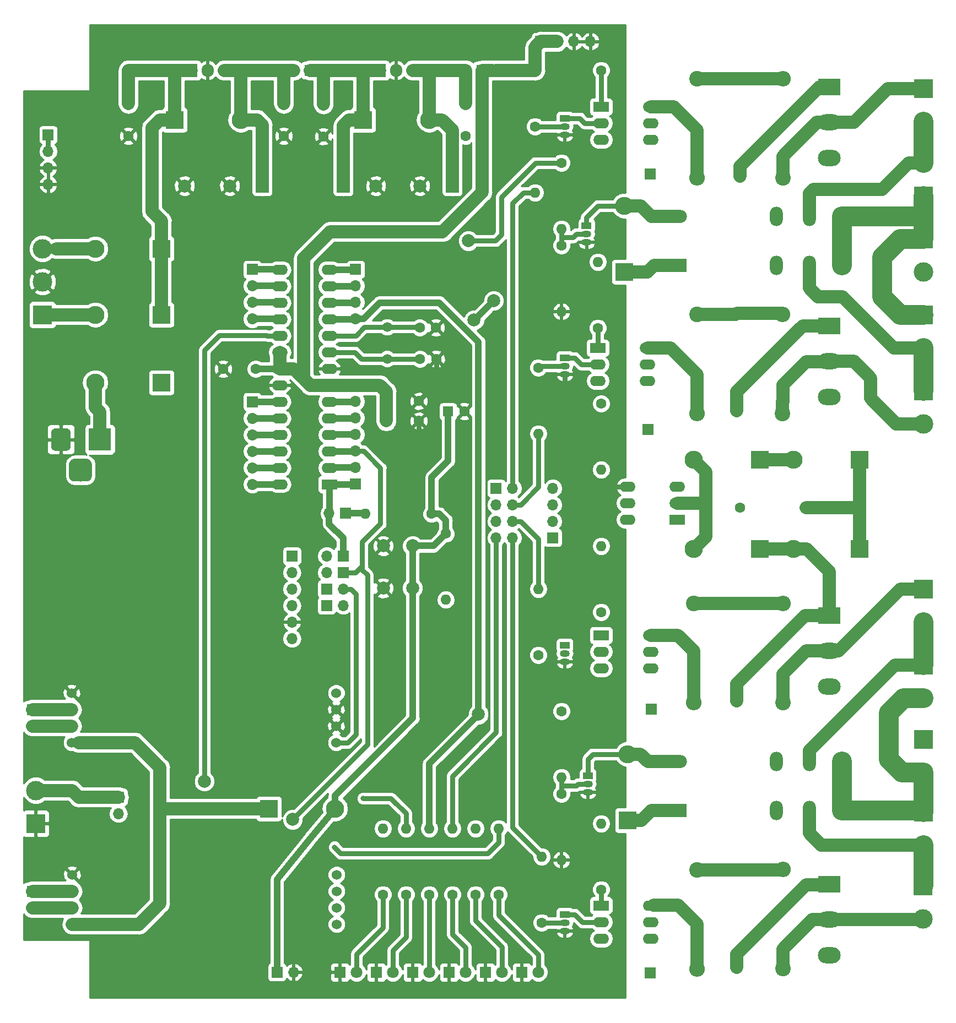
<source format=gtl>
G04 #@! TF.GenerationSoftware,KiCad,Pcbnew,(5.0.1)-3*
G04 #@! TF.CreationDate,2018-11-11T16:05:35+05:30*
G04 #@! TF.ProjectId,NDT,4E44542E6B696361645F706362000000,rev?*
G04 #@! TF.SameCoordinates,Original*
G04 #@! TF.FileFunction,Copper,L1,Top,Signal*
G04 #@! TF.FilePolarity,Positive*
%FSLAX46Y46*%
G04 Gerber Fmt 4.6, Leading zero omitted, Abs format (unit mm)*
G04 Created by KiCad (PCBNEW (5.0.1)-3) date 11/11/2018 4:05:35 PM*
%MOMM*%
%LPD*%
G01*
G04 APERTURE LIST*
G04 #@! TA.AperFunction,ComponentPad*
%ADD10R,1.700000X1.700000*%
G04 #@! TD*
G04 #@! TA.AperFunction,ComponentPad*
%ADD11O,1.700000X1.700000*%
G04 #@! TD*
G04 #@! TA.AperFunction,ComponentPad*
%ADD12C,1.600000*%
G04 #@! TD*
G04 #@! TA.AperFunction,ComponentPad*
%ADD13O,1.600000X1.600000*%
G04 #@! TD*
G04 #@! TA.AperFunction,ComponentPad*
%ADD14O,2.000000X3.000000*%
G04 #@! TD*
G04 #@! TA.AperFunction,ComponentPad*
%ADD15O,3.000000X2.000000*%
G04 #@! TD*
G04 #@! TA.AperFunction,ComponentPad*
%ADD16R,3.000000X2.000000*%
G04 #@! TD*
G04 #@! TA.AperFunction,ComponentPad*
%ADD17C,2.400000*%
G04 #@! TD*
G04 #@! TA.AperFunction,ComponentPad*
%ADD18O,2.400000X2.400000*%
G04 #@! TD*
G04 #@! TA.AperFunction,ComponentPad*
%ADD19R,3.000000X3.000000*%
G04 #@! TD*
G04 #@! TA.AperFunction,ComponentPad*
%ADD20C,3.000000*%
G04 #@! TD*
G04 #@! TA.AperFunction,ComponentPad*
%ADD21R,2.000000X2.000000*%
G04 #@! TD*
G04 #@! TA.AperFunction,ComponentPad*
%ADD22C,2.000000*%
G04 #@! TD*
G04 #@! TA.AperFunction,ComponentPad*
%ADD23O,2.800000X2.800000*%
G04 #@! TD*
G04 #@! TA.AperFunction,ComponentPad*
%ADD24R,2.800000X2.800000*%
G04 #@! TD*
G04 #@! TA.AperFunction,ComponentPad*
%ADD25R,3.500000X2.500000*%
G04 #@! TD*
G04 #@! TA.AperFunction,ComponentPad*
%ADD26O,3.500000X2.500000*%
G04 #@! TD*
G04 #@! TA.AperFunction,ComponentPad*
%ADD27C,1.800000*%
G04 #@! TD*
G04 #@! TA.AperFunction,ComponentPad*
%ADD28R,1.800000X1.800000*%
G04 #@! TD*
G04 #@! TA.AperFunction,ComponentPad*
%ADD29R,3.500000X3.500000*%
G04 #@! TD*
G04 #@! TA.AperFunction,Conductor*
%ADD30C,0.100000*%
G04 #@! TD*
G04 #@! TA.AperFunction,ComponentPad*
%ADD31C,3.500000*%
G04 #@! TD*
G04 #@! TA.AperFunction,ComponentPad*
%ADD32O,1.500000X1.050000*%
G04 #@! TD*
G04 #@! TA.AperFunction,ComponentPad*
%ADD33R,1.500000X1.050000*%
G04 #@! TD*
G04 #@! TA.AperFunction,ComponentPad*
%ADD34R,1.905000X2.000000*%
G04 #@! TD*
G04 #@! TA.AperFunction,ComponentPad*
%ADD35O,1.905000X2.000000*%
G04 #@! TD*
G04 #@! TA.AperFunction,ComponentPad*
%ADD36R,2.400000X1.600000*%
G04 #@! TD*
G04 #@! TA.AperFunction,ComponentPad*
%ADD37O,2.400000X1.600000*%
G04 #@! TD*
G04 #@! TA.AperFunction,ComponentPad*
%ADD38C,1.500000*%
G04 #@! TD*
G04 #@! TA.AperFunction,ComponentPad*
%ADD39R,1.600000X1.600000*%
G04 #@! TD*
G04 #@! TA.AperFunction,ComponentPad*
%ADD40C,1.524000*%
G04 #@! TD*
G04 #@! TA.AperFunction,ViaPad*
%ADD41C,2.000000*%
G04 #@! TD*
G04 #@! TA.AperFunction,ViaPad*
%ADD42C,0.800000*%
G04 #@! TD*
G04 #@! TA.AperFunction,Conductor*
%ADD43C,0.762000*%
G04 #@! TD*
G04 #@! TA.AperFunction,Conductor*
%ADD44C,2.032000*%
G04 #@! TD*
G04 #@! TA.AperFunction,Conductor*
%ADD45C,1.016000*%
G04 #@! TD*
G04 #@! TA.AperFunction,Conductor*
%ADD46C,3.048000*%
G04 #@! TD*
G04 #@! TA.AperFunction,Conductor*
%ADD47C,0.254000*%
G04 #@! TD*
G04 APERTURE END LIST*
D10*
G04 #@! TO.P,J20,1*
G04 #@! TO.N,Reset*
X69596000Y-99568000D03*
D11*
G04 #@! TO.P,J20,2*
G04 #@! TO.N,Net-(J20-Pad2)*
X67056000Y-99568000D03*
G04 #@! TD*
D12*
G04 #@! TO.P,R4,1*
G04 #@! TO.N,Net-(Q2-Pad2)*
X103124000Y-136144000D03*
D13*
G04 #@! TO.P,R4,2*
G04 #@! TO.N,GND*
X103124000Y-146304000D03*
G04 #@! TD*
D12*
G04 #@! TO.P,R15,1*
G04 #@! TO.N,INT*
X109220000Y-76136500D03*
D13*
G04 #@! TO.P,R15,2*
G04 #@! TO.N,5V*
X109220000Y-86296500D03*
G04 #@! TD*
D12*
G04 #@! TO.P,R3,1*
G04 #@! TO.N,Net-(Q1-Pad2)*
X103124000Y-51816000D03*
D13*
G04 #@! TO.P,R3,2*
G04 #@! TO.N,GND*
X103124000Y-61976000D03*
G04 #@! TD*
D14*
G04 #@! TO.P,K2,14*
G04 #@! TO.N,AC_IN*
X146244000Y-138684000D03*
G04 #@! TO.P,K2,21*
G04 #@! TO.N,Lamp_3*
X141204000Y-131184000D03*
G04 #@! TO.P,K2,12*
G04 #@! TO.N,Net-(K2-Pad12)*
X136164000Y-138684000D03*
G04 #@! TO.P,K2,22*
G04 #@! TO.N,Net-(K2-Pad22)*
X136164000Y-131184000D03*
G04 #@! TO.P,K2,24*
G04 #@! TO.N,AC_IN*
X146244000Y-131184000D03*
G04 #@! TO.P,K2,11*
G04 #@! TO.N,Lamp_4*
X141204000Y-138684000D03*
D15*
G04 #@! TO.P,K2,A2*
G04 #@! TO.N,Net-(D7-Pad2)*
X120904000Y-131184000D03*
D16*
G04 #@! TO.P,K2,A1*
G04 #@! TO.N,12V*
X120904000Y-138684000D03*
G04 #@! TD*
D17*
G04 #@! TO.P,R23,1*
G04 #@! TO.N,Net-(D16-Pad2)*
X137160000Y-162966400D03*
D18*
G04 #@! TO.P,R23,2*
G04 #@! TO.N,Net-(C16-Pad1)*
X137160000Y-147726400D03*
G04 #@! TD*
D19*
G04 #@! TO.P,J11,1*
G04 #@! TO.N,AC_IN*
X158750000Y-50800000D03*
D20*
G04 #@! TO.P,J11,2*
G04 #@! TO.N,GNDPWR*
X158750000Y-55880000D03*
G04 #@! TD*
D12*
G04 #@! TO.P,C1,2*
G04 #@! TO.N,GND*
X36576000Y-34972000D03*
G04 #@! TO.P,C1,1*
G04 #@! TO.N,Net-(C1-Pad1)*
X36576000Y-29972000D03*
G04 #@! TD*
D21*
G04 #@! TO.P,C2,1*
G04 #@! TO.N,Net-(C1-Pad1)*
X40212000Y-42672000D03*
D22*
G04 #@! TO.P,C2,2*
G04 #@! TO.N,GND*
X45212000Y-42672000D03*
G04 #@! TD*
G04 #@! TO.P,C3,2*
G04 #@! TO.N,GND*
X52150000Y-42672000D03*
D21*
G04 #@! TO.P,C3,1*
G04 #@! TO.N,Net-(C3-Pad1)*
X57150000Y-42672000D03*
G04 #@! TD*
D12*
G04 #@! TO.P,C4,2*
G04 #@! TO.N,GND*
X60452000Y-34972000D03*
G04 #@! TO.P,C4,1*
G04 #@! TO.N,Net-(C3-Pad1)*
X60452000Y-29972000D03*
G04 #@! TD*
G04 #@! TO.P,C5,1*
G04 #@! TO.N,12V*
X66548000Y-30052000D03*
G04 #@! TO.P,C5,2*
G04 #@! TO.N,GND*
X66548000Y-35052000D03*
G04 #@! TD*
D21*
G04 #@! TO.P,C6,1*
G04 #@! TO.N,12V*
X69596000Y-42672000D03*
D22*
G04 #@! TO.P,C6,2*
G04 #@! TO.N,GND*
X74596000Y-42672000D03*
G04 #@! TD*
G04 #@! TO.P,C7,2*
G04 #@! TO.N,GND*
X81360000Y-42672000D03*
D21*
G04 #@! TO.P,C7,1*
G04 #@! TO.N,Net-(C7-Pad1)*
X86360000Y-42672000D03*
G04 #@! TD*
D12*
G04 #@! TO.P,C8,1*
G04 #@! TO.N,Net-(C7-Pad1)*
X88392000Y-29972000D03*
G04 #@! TO.P,C8,2*
G04 #@! TO.N,GND*
X88392000Y-34972000D03*
G04 #@! TD*
G04 #@! TO.P,C10,1*
G04 #@! TO.N,5V*
X56134000Y-70802500D03*
G04 #@! TO.P,C10,2*
G04 #@! TO.N,GND*
X51134000Y-70802500D03*
G04 #@! TD*
G04 #@! TO.P,C11,1*
G04 #@! TO.N,Net-(C11-Pad1)*
X130556000Y-26172160D03*
D13*
G04 #@! TO.P,C11,2*
G04 #@! TO.N,GNDPWR*
X130556000Y-41172160D03*
G04 #@! TD*
D12*
G04 #@! TO.P,C12,1*
G04 #@! TO.N,GND*
X83883500Y-69278500D03*
G04 #@! TO.P,C12,2*
G04 #@! TO.N,Net-(C12-Pad2)*
X81383500Y-69278500D03*
G04 #@! TD*
G04 #@! TO.P,C13,2*
G04 #@! TO.N,Net-(C13-Pad2)*
X81343500Y-64452500D03*
G04 #@! TO.P,C13,1*
G04 #@! TO.N,GND*
X83843500Y-64452500D03*
G04 #@! TD*
D13*
G04 #@! TO.P,C14,2*
G04 #@! TO.N,GNDPWR*
X130048000Y-77255400D03*
D12*
G04 #@! TO.P,C14,1*
G04 #@! TO.N,Net-(C14-Pad1)*
X130048000Y-62255400D03*
G04 #@! TD*
G04 #@! TO.P,C15,1*
G04 #@! TO.N,Net-(C15-Pad1)*
X130048000Y-106832400D03*
D13*
G04 #@! TO.P,C15,2*
G04 #@! TO.N,GNDPWR*
X130048000Y-121832400D03*
G04 #@! TD*
D12*
G04 #@! TO.P,C16,1*
G04 #@! TO.N,Net-(C16-Pad1)*
X130048000Y-147828000D03*
D13*
G04 #@! TO.P,C16,2*
G04 #@! TO.N,GNDPWR*
X130048000Y-162828000D03*
G04 #@! TD*
D12*
G04 #@! TO.P,C17,1*
G04 #@! TO.N,5V*
X76200000Y-75755500D03*
G04 #@! TO.P,C17,2*
G04 #@! TO.N,GND*
X81200000Y-75755500D03*
G04 #@! TD*
G04 #@! TO.P,C18,2*
G04 #@! TO.N,GND*
X81200000Y-78803500D03*
G04 #@! TO.P,C18,1*
G04 #@! TO.N,5V*
X76200000Y-78803500D03*
G04 #@! TD*
D23*
G04 #@! TO.P,D1,2*
G04 #@! TO.N,Net-(C3-Pad1)*
X53848000Y-32512000D03*
D24*
G04 #@! TO.P,D1,1*
G04 #@! TO.N,Net-(C1-Pad1)*
X43688000Y-32512000D03*
G04 #@! TD*
G04 #@! TO.P,D2,1*
G04 #@! TO.N,12V*
X72644000Y-32512000D03*
D23*
G04 #@! TO.P,D2,2*
G04 #@! TO.N,Net-(C7-Pad1)*
X82804000Y-32512000D03*
G04 #@! TD*
G04 #@! TO.P,D3,2*
G04 #@! TO.N,Net-(D3-Pad2)*
X31496000Y-52324000D03*
D24*
G04 #@! TO.P,D3,1*
G04 #@! TO.N,Net-(C1-Pad1)*
X41656000Y-52324000D03*
G04 #@! TD*
D23*
G04 #@! TO.P,D4,2*
G04 #@! TO.N,Net-(D4-Pad2)*
X31496000Y-62484000D03*
D24*
G04 #@! TO.P,D4,1*
G04 #@! TO.N,Net-(C1-Pad1)*
X41656000Y-62484000D03*
G04 #@! TD*
G04 #@! TO.P,D5,1*
G04 #@! TO.N,12V*
X41656000Y-72898000D03*
D23*
G04 #@! TO.P,D5,2*
G04 #@! TO.N,Net-(D5-Pad2)*
X31496000Y-72898000D03*
G04 #@! TD*
G04 #@! TO.P,D6,2*
G04 #@! TO.N,Net-(D6-Pad2)*
X112776000Y-45720000D03*
D24*
G04 #@! TO.P,D6,1*
G04 #@! TO.N,12V*
X112776000Y-55880000D03*
G04 #@! TD*
G04 #@! TO.P,D7,1*
G04 #@! TO.N,12V*
X113284000Y-140208000D03*
D23*
G04 #@! TO.P,D7,2*
G04 #@! TO.N,Net-(D7-Pad2)*
X113284000Y-130048000D03*
G04 #@! TD*
D24*
G04 #@! TO.P,D8,1*
G04 #@! TO.N,5V*
X58166000Y-138430000D03*
D23*
G04 #@! TO.P,D8,2*
G04 #@! TO.N,Net-(C9-Pad1)*
X68326000Y-138430000D03*
G04 #@! TD*
D25*
G04 #@! TO.P,D9,1*
G04 #@! TO.N,GNDPWR*
X144272000Y-27432000D03*
D26*
G04 #@! TO.P,D9,2*
G04 #@! TO.N,Net-(D9-Pad2)*
X144272000Y-32907000D03*
G04 #@! TO.P,D9,3*
G04 #@! TO.N,Gate_1*
X144272000Y-38382000D03*
G04 #@! TD*
D24*
G04 #@! TO.P,D10,1*
G04 #@! TO.N,Net-(D10-Pad1)*
X148976080Y-84764880D03*
D23*
G04 #@! TO.P,D10,2*
G04 #@! TO.N,AC_IN*
X138816080Y-84764880D03*
G04 #@! TD*
G04 #@! TO.P,D11,2*
G04 #@! TO.N,GNDPWR*
X138816080Y-98480880D03*
D24*
G04 #@! TO.P,D11,1*
G04 #@! TO.N,Net-(D10-Pad1)*
X148976080Y-98480880D03*
G04 #@! TD*
D26*
G04 #@! TO.P,D12,3*
G04 #@! TO.N,Gate_2*
X144272000Y-75110400D03*
G04 #@! TO.P,D12,2*
G04 #@! TO.N,Net-(D12-Pad2)*
X144272000Y-69635400D03*
D25*
G04 #@! TO.P,D12,1*
G04 #@! TO.N,GNDPWR*
X144272000Y-64160400D03*
G04 #@! TD*
D24*
G04 #@! TO.P,D13,1*
G04 #@! TO.N,AC_IN*
X133604000Y-84764880D03*
D23*
G04 #@! TO.P,D13,2*
G04 #@! TO.N,Net-(D13-Pad2)*
X123444000Y-84764880D03*
G04 #@! TD*
G04 #@! TO.P,D14,2*
G04 #@! TO.N,Net-(D13-Pad2)*
X123444000Y-98480880D03*
D24*
G04 #@! TO.P,D14,1*
G04 #@! TO.N,GNDPWR*
X133604000Y-98480880D03*
G04 #@! TD*
D26*
G04 #@! TO.P,D15,3*
G04 #@! TO.N,Gate_3*
X144272000Y-119662000D03*
G04 #@! TO.P,D15,2*
G04 #@! TO.N,Net-(D15-Pad2)*
X144272000Y-114187000D03*
D25*
G04 #@! TO.P,D15,1*
G04 #@! TO.N,GNDPWR*
X144272000Y-108712000D03*
G04 #@! TD*
G04 #@! TO.P,D16,1*
G04 #@! TO.N,GNDPWR*
X144272000Y-150012400D03*
D26*
G04 #@! TO.P,D16,2*
G04 #@! TO.N,Net-(D16-Pad2)*
X144272000Y-155487400D03*
G04 #@! TO.P,D16,3*
G04 #@! TO.N,Gate_4*
X144272000Y-160962400D03*
G04 #@! TD*
D27*
G04 #@! TO.P,D17,2*
G04 #@! TO.N,Net-(D17-Pad2)*
X99568000Y-163576000D03*
D28*
G04 #@! TO.P,D17,1*
G04 #@! TO.N,GND*
X97028000Y-163576000D03*
G04 #@! TD*
G04 #@! TO.P,D18,1*
G04 #@! TO.N,GND*
X69088000Y-163576000D03*
D27*
G04 #@! TO.P,D18,2*
G04 #@! TO.N,Net-(D18-Pad2)*
X71628000Y-163576000D03*
G04 #@! TD*
G04 #@! TO.P,D19,2*
G04 #@! TO.N,Net-(D19-Pad2)*
X93980000Y-163576000D03*
D28*
G04 #@! TO.P,D19,1*
G04 #@! TO.N,GND*
X91440000Y-163576000D03*
G04 #@! TD*
G04 #@! TO.P,D20,1*
G04 #@! TO.N,GND*
X85852000Y-163576000D03*
D27*
G04 #@! TO.P,D20,2*
G04 #@! TO.N,Net-(D20-Pad2)*
X88392000Y-163576000D03*
G04 #@! TD*
D28*
G04 #@! TO.P,D21,1*
G04 #@! TO.N,GND*
X74676000Y-163576000D03*
D27*
G04 #@! TO.P,D21,2*
G04 #@! TO.N,Net-(D21-Pad2)*
X77216000Y-163576000D03*
G04 #@! TD*
G04 #@! TO.P,D22,2*
G04 #@! TO.N,Net-(D22-Pad2)*
X82804000Y-163576000D03*
D28*
G04 #@! TO.P,D22,1*
G04 #@! TO.N,GND*
X80264000Y-163576000D03*
G04 #@! TD*
D20*
G04 #@! TO.P,J1,2*
G04 #@! TO.N,AC_IN*
X158750000Y-132842000D03*
D19*
G04 #@! TO.P,J1,1*
G04 #@! TO.N,GNDPWR*
X158750000Y-127762000D03*
G04 #@! TD*
D11*
G04 #@! TO.P,J2,2*
G04 #@! TO.N,Net-(C3-Pad1)*
X61976000Y-24892000D03*
D10*
G04 #@! TO.P,J2,1*
G04 #@! TO.N,12V*
X64516000Y-24892000D03*
G04 #@! TD*
D11*
G04 #@! TO.P,J3,2*
G04 #@! TO.N,Net-(C7-Pad1)*
X88392000Y-24892000D03*
D10*
G04 #@! TO.P,J3,1*
G04 #@! TO.N,5V*
X90932000Y-24892000D03*
G04 #@! TD*
D19*
G04 #@! TO.P,J6,1*
G04 #@! TO.N,Net-(D4-Pad2)*
X23368000Y-62484000D03*
D20*
G04 #@! TO.P,J6,2*
G04 #@! TO.N,GND*
X23368000Y-57404000D03*
G04 #@! TO.P,J6,3*
G04 #@! TO.N,Net-(D3-Pad2)*
X23368000Y-52324000D03*
G04 #@! TD*
D29*
G04 #@! TO.P,J14,1*
G04 #@! TO.N,Net-(D5-Pad2)*
X32210000Y-81660000D03*
D30*
G04 #@! TD*
G04 #@! TO.N,GND*
G04 #@! TO.C,J14*
G36*
X27033513Y-79913611D02*
X27106318Y-79924411D01*
X27177714Y-79942295D01*
X27247013Y-79967090D01*
X27313548Y-79998559D01*
X27376678Y-80036398D01*
X27435795Y-80080242D01*
X27490330Y-80129670D01*
X27539758Y-80184205D01*
X27583602Y-80243322D01*
X27621441Y-80306452D01*
X27652910Y-80372987D01*
X27677705Y-80442286D01*
X27695589Y-80513682D01*
X27706389Y-80586487D01*
X27710000Y-80660000D01*
X27710000Y-82660000D01*
X27706389Y-82733513D01*
X27695589Y-82806318D01*
X27677705Y-82877714D01*
X27652910Y-82947013D01*
X27621441Y-83013548D01*
X27583602Y-83076678D01*
X27539758Y-83135795D01*
X27490330Y-83190330D01*
X27435795Y-83239758D01*
X27376678Y-83283602D01*
X27313548Y-83321441D01*
X27247013Y-83352910D01*
X27177714Y-83377705D01*
X27106318Y-83395589D01*
X27033513Y-83406389D01*
X26960000Y-83410000D01*
X25460000Y-83410000D01*
X25386487Y-83406389D01*
X25313682Y-83395589D01*
X25242286Y-83377705D01*
X25172987Y-83352910D01*
X25106452Y-83321441D01*
X25043322Y-83283602D01*
X24984205Y-83239758D01*
X24929670Y-83190330D01*
X24880242Y-83135795D01*
X24836398Y-83076678D01*
X24798559Y-83013548D01*
X24767090Y-82947013D01*
X24742295Y-82877714D01*
X24724411Y-82806318D01*
X24713611Y-82733513D01*
X24710000Y-82660000D01*
X24710000Y-80660000D01*
X24713611Y-80586487D01*
X24724411Y-80513682D01*
X24742295Y-80442286D01*
X24767090Y-80372987D01*
X24798559Y-80306452D01*
X24836398Y-80243322D01*
X24880242Y-80184205D01*
X24929670Y-80129670D01*
X24984205Y-80080242D01*
X25043322Y-80036398D01*
X25106452Y-79998559D01*
X25172987Y-79967090D01*
X25242286Y-79942295D01*
X25313682Y-79924411D01*
X25386487Y-79913611D01*
X25460000Y-79910000D01*
X26960000Y-79910000D01*
X27033513Y-79913611D01*
X27033513Y-79913611D01*
G37*
D20*
G04 #@! TO.P,J14,2*
G04 #@! TO.N,GND*
X26210000Y-81660000D03*
D30*
G04 #@! TD*
G04 #@! TO.N,N/C*
G04 #@! TO.C,J14*
G36*
X30170765Y-84614213D02*
X30255704Y-84626813D01*
X30338999Y-84647677D01*
X30419848Y-84676605D01*
X30497472Y-84713319D01*
X30571124Y-84757464D01*
X30640094Y-84808616D01*
X30703718Y-84866282D01*
X30761384Y-84929906D01*
X30812536Y-84998876D01*
X30856681Y-85072528D01*
X30893395Y-85150152D01*
X30922323Y-85231001D01*
X30943187Y-85314296D01*
X30955787Y-85399235D01*
X30960000Y-85485000D01*
X30960000Y-87235000D01*
X30955787Y-87320765D01*
X30943187Y-87405704D01*
X30922323Y-87488999D01*
X30893395Y-87569848D01*
X30856681Y-87647472D01*
X30812536Y-87721124D01*
X30761384Y-87790094D01*
X30703718Y-87853718D01*
X30640094Y-87911384D01*
X30571124Y-87962536D01*
X30497472Y-88006681D01*
X30419848Y-88043395D01*
X30338999Y-88072323D01*
X30255704Y-88093187D01*
X30170765Y-88105787D01*
X30085000Y-88110000D01*
X28335000Y-88110000D01*
X28249235Y-88105787D01*
X28164296Y-88093187D01*
X28081001Y-88072323D01*
X28000152Y-88043395D01*
X27922528Y-88006681D01*
X27848876Y-87962536D01*
X27779906Y-87911384D01*
X27716282Y-87853718D01*
X27658616Y-87790094D01*
X27607464Y-87721124D01*
X27563319Y-87647472D01*
X27526605Y-87569848D01*
X27497677Y-87488999D01*
X27476813Y-87405704D01*
X27464213Y-87320765D01*
X27460000Y-87235000D01*
X27460000Y-85485000D01*
X27464213Y-85399235D01*
X27476813Y-85314296D01*
X27497677Y-85231001D01*
X27526605Y-85150152D01*
X27563319Y-85072528D01*
X27607464Y-84998876D01*
X27658616Y-84929906D01*
X27716282Y-84866282D01*
X27779906Y-84808616D01*
X27848876Y-84757464D01*
X27922528Y-84713319D01*
X28000152Y-84676605D01*
X28081001Y-84647677D01*
X28164296Y-84626813D01*
X28249235Y-84614213D01*
X28335000Y-84610000D01*
X30085000Y-84610000D01*
X30170765Y-84614213D01*
X30170765Y-84614213D01*
G37*
D31*
G04 #@! TO.P,J14,3*
G04 #@! TO.N,N/C*
X29210000Y-86360000D03*
G04 #@! TD*
D10*
G04 #@! TO.P,J15,1*
G04 #@! TO.N,Net-(J15-Pad1)*
X69977000Y-93027500D03*
D11*
G04 #@! TO.P,J15,2*
G04 #@! TO.N,Reset*
X67437000Y-93027500D03*
G04 #@! TD*
D20*
G04 #@! TO.P,J16,2*
G04 #@! TO.N,Lamp_1*
X158750000Y-32766000D03*
D19*
G04 #@! TO.P,J16,1*
G04 #@! TO.N,Net-(D9-Pad2)*
X158750000Y-27686000D03*
G04 #@! TD*
G04 #@! TO.P,J17,1*
G04 #@! TO.N,Lamp_2*
X158750000Y-74168000D03*
D20*
G04 #@! TO.P,J17,2*
G04 #@! TO.N,Net-(D12-Pad2)*
X158750000Y-79248000D03*
G04 #@! TD*
G04 #@! TO.P,J18,2*
G04 #@! TO.N,Lamp_3*
X158750000Y-109728000D03*
D19*
G04 #@! TO.P,J18,1*
G04 #@! TO.N,Net-(D15-Pad2)*
X158750000Y-104648000D03*
G04 #@! TD*
D10*
G04 #@! TO.P,J19,1*
G04 #@! TO.N,Drive*
X93091000Y-89154000D03*
D11*
G04 #@! TO.P,J19,2*
G04 #@! TO.N,Net-(J19-Pad2)*
X95631000Y-89154000D03*
G04 #@! TO.P,J19,3*
G04 #@! TO.N,Drive*
X93091000Y-91694000D03*
G04 #@! TO.P,J19,4*
G04 #@! TO.N,Net-(J19-Pad4)*
X95631000Y-91694000D03*
G04 #@! TO.P,J19,5*
G04 #@! TO.N,Drive*
X93091000Y-94234000D03*
G04 #@! TO.P,J19,6*
G04 #@! TO.N,Net-(J19-Pad6)*
X95631000Y-94234000D03*
G04 #@! TO.P,J19,7*
G04 #@! TO.N,Drive*
X93091000Y-96774000D03*
G04 #@! TO.P,J19,8*
G04 #@! TO.N,Net-(J19-Pad8)*
X95631000Y-96774000D03*
G04 #@! TD*
D10*
G04 #@! TO.P,J21,1*
G04 #@! TO.N,TX*
X69596000Y-102108000D03*
D11*
G04 #@! TO.P,J21,2*
G04 #@! TO.N,Net-(J21-Pad2)*
X67056000Y-102108000D03*
G04 #@! TD*
G04 #@! TO.P,J22,6*
G04 #@! TO.N,3V3*
X61722000Y-112268000D03*
G04 #@! TO.P,J22,5*
G04 #@! TO.N,GND*
X61722000Y-109728000D03*
G04 #@! TO.P,J22,4*
G04 #@! TO.N,Net-(J22-Pad4)*
X61722000Y-107188000D03*
G04 #@! TO.P,J22,3*
G04 #@! TO.N,Net-(J22-Pad3)*
X61722000Y-104648000D03*
G04 #@! TO.P,J22,2*
G04 #@! TO.N,Net-(J21-Pad2)*
X61722000Y-102108000D03*
D10*
G04 #@! TO.P,J22,1*
G04 #@! TO.N,Net-(J20-Pad2)*
X61722000Y-99568000D03*
G04 #@! TD*
D19*
G04 #@! TO.P,J23,1*
G04 #@! TO.N,Lamp_4*
X158673800Y-150266400D03*
D20*
G04 #@! TO.P,J23,2*
G04 #@! TO.N,Net-(D16-Pad2)*
X158673800Y-155346400D03*
G04 #@! TD*
D10*
G04 #@! TO.P,J24,1*
G04 #@! TO.N,Net-(J22-Pad3)*
X67056000Y-104648000D03*
D11*
G04 #@! TO.P,J24,2*
G04 #@! TO.N,RX*
X69596000Y-104648000D03*
G04 #@! TD*
G04 #@! TO.P,J25,2*
G04 #@! TO.N,5V*
X69596000Y-107188000D03*
D10*
G04 #@! TO.P,J25,1*
G04 #@! TO.N,Net-(J22-Pad4)*
X67056000Y-107188000D03*
G04 #@! TD*
D19*
G04 #@! TO.P,J26,1*
G04 #@! TO.N,GND*
X22352000Y-140716000D03*
D20*
G04 #@! TO.P,J26,2*
G04 #@! TO.N,Net-(J26-Pad2)*
X22352000Y-135636000D03*
G04 #@! TD*
D11*
G04 #@! TO.P,J27,2*
G04 #@! TO.N,12V*
X35052000Y-139192000D03*
D10*
G04 #@! TO.P,J27,1*
G04 #@! TO.N,Net-(J26-Pad2)*
X35052000Y-136652000D03*
G04 #@! TD*
G04 #@! TO.P,J30,1*
G04 #@! TO.N,Net-(J30-Pad1)*
X21844000Y-151130000D03*
D11*
G04 #@! TO.P,J30,2*
G04 #@! TO.N,Net-(J30-Pad2)*
X21844000Y-153670000D03*
G04 #@! TD*
D10*
G04 #@! TO.P,J31,1*
G04 #@! TO.N,PC0*
X55626000Y-75844722D03*
D11*
G04 #@! TO.P,J31,2*
G04 #@! TO.N,PC1*
X55626000Y-78384722D03*
G04 #@! TO.P,J31,3*
G04 #@! TO.N,PC2*
X55626000Y-80924722D03*
G04 #@! TO.P,J31,4*
G04 #@! TO.N,PC3*
X55626000Y-83464722D03*
G04 #@! TO.P,J31,5*
G04 #@! TO.N,PC4*
X55626000Y-86004722D03*
G04 #@! TO.P,J31,6*
G04 #@! TO.N,PC5*
X55626000Y-88544722D03*
G04 #@! TD*
G04 #@! TO.P,J35,2*
G04 #@! TO.N,Net-(J35-Pad2)*
X21844000Y-125730000D03*
D10*
G04 #@! TO.P,J35,1*
G04 #@! TO.N,Net-(J35-Pad1)*
X21844000Y-123190000D03*
G04 #@! TD*
D16*
G04 #@! TO.P,K1,A1*
G04 #@! TO.N,12V*
X120904000Y-54864000D03*
D15*
G04 #@! TO.P,K1,A2*
G04 #@! TO.N,Net-(D6-Pad2)*
X120904000Y-47364000D03*
D14*
G04 #@! TO.P,K1,11*
G04 #@! TO.N,Lamp_2*
X141204000Y-54864000D03*
G04 #@! TO.P,K1,24*
G04 #@! TO.N,AC_IN*
X146244000Y-47364000D03*
G04 #@! TO.P,K1,22*
G04 #@! TO.N,Net-(K1-Pad22)*
X136164000Y-47364000D03*
G04 #@! TO.P,K1,12*
G04 #@! TO.N,Net-(K1-Pad12)*
X136164000Y-54864000D03*
G04 #@! TO.P,K1,21*
G04 #@! TO.N,Lamp_1*
X141204000Y-47364000D03*
G04 #@! TO.P,K1,14*
G04 #@! TO.N,AC_IN*
X146244000Y-54864000D03*
G04 #@! TD*
D32*
G04 #@! TO.P,Q1,2*
G04 #@! TO.N,Net-(Q1-Pad2)*
X106979720Y-50038000D03*
G04 #@! TO.P,Q1,3*
G04 #@! TO.N,GND*
X106979720Y-51308000D03*
D33*
G04 #@! TO.P,Q1,1*
G04 #@! TO.N,Net-(D6-Pad2)*
X106979720Y-48768000D03*
G04 #@! TD*
D32*
G04 #@! TO.P,Q2,2*
G04 #@! TO.N,Net-(Q2-Pad2)*
X107188000Y-134620000D03*
G04 #@! TO.P,Q2,3*
G04 #@! TO.N,GND*
X107188000Y-135890000D03*
D33*
G04 #@! TO.P,Q2,1*
G04 #@! TO.N,Net-(D7-Pad2)*
X107188000Y-133350000D03*
G04 #@! TD*
D32*
G04 #@! TO.P,Q3,2*
G04 #@! TO.N,Net-(Q3-Pad2)*
X103632000Y-33528000D03*
G04 #@! TO.P,Q3,3*
G04 #@! TO.N,GND*
X103632000Y-34798000D03*
D33*
G04 #@! TO.P,Q3,1*
G04 #@! TO.N,Net-(Q3-Pad1)*
X103632000Y-32258000D03*
G04 #@! TD*
G04 #@! TO.P,Q4,1*
G04 #@! TO.N,Net-(Q4-Pad1)*
X103632000Y-69088000D03*
D32*
G04 #@! TO.P,Q4,3*
G04 #@! TO.N,GND*
X103632000Y-71628000D03*
G04 #@! TO.P,Q4,2*
G04 #@! TO.N,Net-(Q4-Pad2)*
X103632000Y-70358000D03*
G04 #@! TD*
D33*
G04 #@! TO.P,Q5,1*
G04 #@! TO.N,Net-(Q5-Pad1)*
X103632000Y-113284000D03*
D32*
G04 #@! TO.P,Q5,3*
G04 #@! TO.N,GND*
X103632000Y-115824000D03*
G04 #@! TO.P,Q5,2*
G04 #@! TO.N,Net-(Q5-Pad2)*
X103632000Y-114554000D03*
G04 #@! TD*
D33*
G04 #@! TO.P,Q6,1*
G04 #@! TO.N,Net-(Q6-Pad1)*
X103632000Y-154686000D03*
D32*
G04 #@! TO.P,Q6,3*
G04 #@! TO.N,GND*
X103632000Y-157226000D03*
G04 #@! TO.P,Q6,2*
G04 #@! TO.N,Net-(Q6-Pad2)*
X103632000Y-155956000D03*
G04 #@! TD*
D12*
G04 #@! TO.P,R1,1*
G04 #@! TO.N,Relay_Drive*
X103124000Y-39116000D03*
D13*
G04 #@! TO.P,R1,2*
G04 #@! TO.N,Net-(Q1-Pad2)*
X103124000Y-49276000D03*
G04 #@! TD*
G04 #@! TO.P,R2,2*
G04 #@! TO.N,Net-(Q2-Pad2)*
X103124000Y-133604000D03*
D12*
G04 #@! TO.P,R2,1*
G04 #@! TO.N,Relay_Drive*
X103124000Y-123444000D03*
G04 #@! TD*
D13*
G04 #@! TO.P,R5,2*
G04 #@! TO.N,5V*
X85344000Y-106299000D03*
D12*
G04 #@! TO.P,R5,1*
G04 #@! TO.N,Net-(C9-Pad1)*
X85344000Y-96139000D03*
G04 #@! TD*
D13*
G04 #@! TO.P,R6,2*
G04 #@! TO.N,Net-(J15-Pad1)*
X73025000Y-93091000D03*
D12*
G04 #@! TO.P,R6,1*
G04 #@! TO.N,Net-(C9-Pad1)*
X83185000Y-93091000D03*
G04 #@! TD*
D13*
G04 #@! TO.P,R7,2*
G04 #@! TO.N,5V*
X99060000Y-24892000D03*
D12*
G04 #@! TO.P,R7,1*
G04 #@! TO.N,Net-(R7-Pad1)*
X109220000Y-24892000D03*
G04 #@! TD*
D13*
G04 #@! TO.P,R10,2*
G04 #@! TO.N,Net-(J19-Pad2)*
X99060000Y-43688000D03*
D12*
G04 #@! TO.P,R10,1*
G04 #@! TO.N,Net-(Q3-Pad2)*
X99060000Y-33528000D03*
G04 #@! TD*
D13*
G04 #@! TO.P,R11,2*
G04 #@! TO.N,Net-(D10-Pad1)*
X140716000Y-92130880D03*
D12*
G04 #@! TO.P,R11,1*
G04 #@! TO.N,Net-(R11-Pad1)*
X130556000Y-92130880D03*
G04 #@! TD*
G04 #@! TO.P,R12,1*
G04 #@! TO.N,Net-(R12-Pad1)*
X108712000Y-64516000D03*
D13*
G04 #@! TO.P,R12,2*
G04 #@! TO.N,5V*
X108712000Y-54356000D03*
G04 #@! TD*
D12*
G04 #@! TO.P,R16,1*
G04 #@! TO.N,Net-(Q4-Pad2)*
X99568000Y-70612000D03*
D13*
G04 #@! TO.P,R16,2*
G04 #@! TO.N,Net-(J19-Pad4)*
X99568000Y-80772000D03*
G04 #@! TD*
G04 #@! TO.P,R17,2*
G04 #@! TO.N,5V*
X109220000Y-98044000D03*
D12*
G04 #@! TO.P,R17,1*
G04 #@! TO.N,Net-(R17-Pad1)*
X109220000Y-108204000D03*
G04 #@! TD*
D13*
G04 #@! TO.P,R20,2*
G04 #@! TO.N,Net-(J19-Pad6)*
X99568000Y-104648000D03*
D12*
G04 #@! TO.P,R20,1*
G04 #@! TO.N,Net-(Q5-Pad2)*
X99568000Y-114808000D03*
G04 #@! TD*
D13*
G04 #@! TO.P,R21,2*
G04 #@! TO.N,5V*
X109220000Y-140716000D03*
D12*
G04 #@! TO.P,R21,1*
G04 #@! TO.N,Net-(R21-Pad1)*
X109220000Y-150876000D03*
G04 #@! TD*
G04 #@! TO.P,R24,1*
G04 #@! TO.N,Net-(Q6-Pad2)*
X100076000Y-155956000D03*
D13*
G04 #@! TO.P,R24,2*
G04 #@! TO.N,Net-(J19-Pad8)*
X100076000Y-145796000D03*
G04 #@! TD*
G04 #@! TO.P,R25,2*
G04 #@! TO.N,12V*
X93472000Y-141478000D03*
D12*
G04 #@! TO.P,R25,1*
G04 #@! TO.N,Net-(D17-Pad2)*
X93472000Y-151638000D03*
G04 #@! TD*
G04 #@! TO.P,R26,1*
G04 #@! TO.N,Net-(D18-Pad2)*
X75692000Y-151638000D03*
D13*
G04 #@! TO.P,R26,2*
G04 #@! TO.N,5V*
X75692000Y-141478000D03*
G04 #@! TD*
G04 #@! TO.P,R27,2*
G04 #@! TO.N,LED*
X89916000Y-141478000D03*
D12*
G04 #@! TO.P,R27,1*
G04 #@! TO.N,Net-(D19-Pad2)*
X89916000Y-151638000D03*
G04 #@! TD*
G04 #@! TO.P,R28,1*
G04 #@! TO.N,Net-(D20-Pad2)*
X86360000Y-151638000D03*
D13*
G04 #@! TO.P,R28,2*
G04 #@! TO.N,Drive*
X86360000Y-141478000D03*
G04 #@! TD*
D12*
G04 #@! TO.P,R29,1*
G04 #@! TO.N,Net-(D21-Pad2)*
X79248000Y-151638000D03*
D13*
G04 #@! TO.P,R29,2*
G04 #@! TO.N,3V3*
X79248000Y-141478000D03*
G04 #@! TD*
D12*
G04 #@! TO.P,R30,1*
G04 #@! TO.N,Net-(D22-Pad2)*
X82804000Y-151638000D03*
D13*
G04 #@! TO.P,R30,2*
G04 #@! TO.N,Relay_Drive*
X82804000Y-141478000D03*
G04 #@! TD*
D22*
G04 #@! TO.P,SW1,2*
G04 #@! TO.N,Net-(C9-Pad1)*
X80255500Y-104521000D03*
G04 #@! TO.P,SW1,1*
G04 #@! TO.N,GND*
X75755500Y-104521000D03*
G04 #@! TO.P,SW1,2*
G04 #@! TO.N,Net-(C9-Pad1)*
X80255500Y-98021000D03*
G04 #@! TO.P,SW1,1*
G04 #@! TO.N,GND*
X75755500Y-98021000D03*
G04 #@! TD*
D34*
G04 #@! TO.P,U1,1*
G04 #@! TO.N,Net-(C1-Pad1)*
X46228000Y-24892000D03*
D35*
G04 #@! TO.P,U1,2*
G04 #@! TO.N,GND*
X48768000Y-24892000D03*
G04 #@! TO.P,U1,3*
G04 #@! TO.N,Net-(C3-Pad1)*
X51308000Y-24892000D03*
G04 #@! TD*
G04 #@! TO.P,U2,3*
G04 #@! TO.N,Net-(C7-Pad1)*
X80264000Y-24892000D03*
G04 #@! TO.P,U2,2*
G04 #@! TO.N,GND*
X77724000Y-24892000D03*
D34*
G04 #@! TO.P,U2,1*
G04 #@! TO.N,12V*
X75184000Y-24892000D03*
G04 #@! TD*
D36*
G04 #@! TO.P,U3,1*
G04 #@! TO.N,Net-(R7-Pad1)*
X109220000Y-30480000D03*
D37*
G04 #@! TO.P,U3,4*
G04 #@! TO.N,Gate_1*
X116840000Y-35560000D03*
G04 #@! TO.P,U3,2*
G04 #@! TO.N,Net-(Q3-Pad1)*
X109220000Y-33020000D03*
G04 #@! TO.P,U3,5*
G04 #@! TO.N,Net-(U3-Pad5)*
X116840000Y-33020000D03*
G04 #@! TO.P,U3,3*
G04 #@! TO.N,Net-(U3-Pad3)*
X109220000Y-35560000D03*
G04 #@! TO.P,U3,6*
G04 #@! TO.N,Net-(R8-Pad2)*
X116840000Y-30480000D03*
G04 #@! TD*
D36*
G04 #@! TO.P,U4,1*
G04 #@! TO.N,Reset*
X67451887Y-88544722D03*
D37*
G04 #@! TO.P,U4,15*
G04 #@! TO.N,PB1*
X59831887Y-55524722D03*
G04 #@! TO.P,U4,2*
G04 #@! TO.N,RX*
X67451887Y-86004722D03*
G04 #@! TO.P,U4,16*
G04 #@! TO.N,PB2*
X59831887Y-58064722D03*
G04 #@! TO.P,U4,3*
G04 #@! TO.N,TX*
X67451887Y-83464722D03*
G04 #@! TO.P,U4,17*
G04 #@! TO.N,PB3*
X59831887Y-60604722D03*
G04 #@! TO.P,U4,4*
G04 #@! TO.N,INT*
X67451887Y-80924722D03*
G04 #@! TO.P,U4,18*
G04 #@! TO.N,PB4*
X59831887Y-63144722D03*
G04 #@! TO.P,U4,5*
G04 #@! TO.N,PD3*
X67451887Y-78384722D03*
G04 #@! TO.P,U4,19*
G04 #@! TO.N,LED*
X59831887Y-65684722D03*
G04 #@! TO.P,U4,6*
G04 #@! TO.N,PD4*
X67451887Y-75844722D03*
G04 #@! TO.P,U4,20*
G04 #@! TO.N,5V*
X59831887Y-68224722D03*
G04 #@! TO.P,U4,7*
X67451887Y-73304722D03*
G04 #@! TO.P,U4,21*
X59831887Y-70764722D03*
G04 #@! TO.P,U4,8*
G04 #@! TO.N,GND*
X67451887Y-70764722D03*
G04 #@! TO.P,U4,22*
X59831887Y-73304722D03*
G04 #@! TO.P,U4,9*
G04 #@! TO.N,Net-(C12-Pad2)*
X67451887Y-68224722D03*
G04 #@! TO.P,U4,23*
G04 #@! TO.N,PC0*
X59831887Y-75844722D03*
G04 #@! TO.P,U4,10*
G04 #@! TO.N,Net-(C13-Pad2)*
X67451887Y-65684722D03*
G04 #@! TO.P,U4,24*
G04 #@! TO.N,PC1*
X59831887Y-78384722D03*
G04 #@! TO.P,U4,11*
G04 #@! TO.N,Relay_Drive*
X67451887Y-63144722D03*
G04 #@! TO.P,U4,25*
G04 #@! TO.N,PC2*
X59831887Y-80924722D03*
G04 #@! TO.P,U4,12*
G04 #@! TO.N,Drive*
X67451887Y-60604722D03*
G04 #@! TO.P,U4,26*
G04 #@! TO.N,PC3*
X59831887Y-83464722D03*
G04 #@! TO.P,U4,13*
G04 #@! TO.N,PD7*
X67451887Y-58064722D03*
G04 #@! TO.P,U4,27*
G04 #@! TO.N,PC4*
X59831887Y-86004722D03*
G04 #@! TO.P,U4,14*
G04 #@! TO.N,PB0*
X67451887Y-55524722D03*
G04 #@! TO.P,U4,28*
G04 #@! TO.N,PC5*
X59831887Y-88544722D03*
G04 #@! TD*
D36*
G04 #@! TO.P,U5,1*
G04 #@! TO.N,Net-(R12-Pad1)*
X108712000Y-67564000D03*
D37*
G04 #@! TO.P,U5,4*
G04 #@! TO.N,Gate_2*
X116332000Y-72644000D03*
G04 #@! TO.P,U5,2*
G04 #@! TO.N,Net-(Q4-Pad1)*
X108712000Y-70104000D03*
G04 #@! TO.P,U5,5*
G04 #@! TO.N,Net-(U5-Pad5)*
X116332000Y-70104000D03*
G04 #@! TO.P,U5,3*
G04 #@! TO.N,Net-(U5-Pad3)*
X108712000Y-72644000D03*
G04 #@! TO.P,U5,6*
G04 #@! TO.N,Net-(R13-Pad2)*
X116332000Y-67564000D03*
G04 #@! TD*
G04 #@! TO.P,U6,6*
G04 #@! TO.N,Net-(U6-Pad6)*
X113284000Y-93980000D03*
G04 #@! TO.P,U6,3*
G04 #@! TO.N,Net-(U6-Pad3)*
X120904000Y-88900000D03*
G04 #@! TO.P,U6,5*
G04 #@! TO.N,INT*
X113284000Y-91440000D03*
G04 #@! TO.P,U6,2*
G04 #@! TO.N,Net-(D13-Pad2)*
X120904000Y-91440000D03*
G04 #@! TO.P,U6,4*
G04 #@! TO.N,GND*
X113284000Y-88900000D03*
D36*
G04 #@! TO.P,U6,1*
G04 #@! TO.N,Net-(R11-Pad1)*
X120904000Y-93980000D03*
G04 #@! TD*
D37*
G04 #@! TO.P,U7,6*
G04 #@! TO.N,Net-(R18-Pad2)*
X116840000Y-111760000D03*
G04 #@! TO.P,U7,3*
G04 #@! TO.N,Net-(U7-Pad3)*
X109220000Y-116840000D03*
G04 #@! TO.P,U7,5*
G04 #@! TO.N,Net-(U7-Pad5)*
X116840000Y-114300000D03*
G04 #@! TO.P,U7,2*
G04 #@! TO.N,Net-(Q5-Pad1)*
X109220000Y-114300000D03*
G04 #@! TO.P,U7,4*
G04 #@! TO.N,Gate_3*
X116840000Y-116840000D03*
D36*
G04 #@! TO.P,U7,1*
G04 #@! TO.N,Net-(R17-Pad1)*
X109220000Y-111760000D03*
G04 #@! TD*
G04 #@! TO.P,U8,1*
G04 #@! TO.N,Net-(R21-Pad1)*
X109220000Y-153319480D03*
D37*
G04 #@! TO.P,U8,4*
G04 #@! TO.N,Gate_4*
X116840000Y-158399480D03*
G04 #@! TO.P,U8,2*
G04 #@! TO.N,Net-(Q6-Pad1)*
X109220000Y-155859480D03*
G04 #@! TO.P,U8,5*
G04 #@! TO.N,Net-(U8-Pad5)*
X116840000Y-155859480D03*
G04 #@! TO.P,U8,3*
G04 #@! TO.N,Net-(U8-Pad3)*
X109220000Y-158399480D03*
G04 #@! TO.P,U8,6*
G04 #@! TO.N,Net-(R22-Pad2)*
X116840000Y-153319480D03*
G04 #@! TD*
D38*
G04 #@! TO.P,Y1,1*
G04 #@! TO.N,Net-(C12-Pad2)*
X76341887Y-69240722D03*
G04 #@! TO.P,Y1,2*
G04 #@! TO.N,Net-(C13-Pad2)*
X76341887Y-64360722D03*
G04 #@! TD*
D39*
G04 #@! TO.P,C9,1*
G04 #@! TO.N,Net-(C9-Pad1)*
X85699600Y-77343000D03*
D12*
G04 #@! TO.P,C9,2*
G04 #@! TO.N,GND*
X88199600Y-77343000D03*
G04 #@! TD*
D40*
G04 #@! TO.P,U9,8*
G04 #@! TO.N,5V*
X27940000Y-156210000D03*
G04 #@! TO.P,U9,7*
G04 #@! TO.N,Net-(J30-Pad2)*
X27940000Y-153670000D03*
G04 #@! TO.P,U9,6*
G04 #@! TO.N,Net-(J30-Pad1)*
X27940000Y-151130000D03*
G04 #@! TO.P,U9,5*
G04 #@! TO.N,GND*
X27940000Y-148590000D03*
G04 #@! TO.P,U9,4*
G04 #@! TO.N,Net-(U9-Pad4)*
X68580000Y-156210000D03*
G04 #@! TO.P,U9,3*
G04 #@! TO.N,5V*
X68580000Y-153670000D03*
G04 #@! TO.P,U9,2*
X68580000Y-151130000D03*
G04 #@! TO.P,U9,1*
G04 #@! TO.N,TX*
X68580000Y-148590000D03*
G04 #@! TD*
G04 #@! TO.P,U10,1*
G04 #@! TO.N,Net-(U10-Pad1)*
X68504999Y-120650000D03*
G04 #@! TO.P,U10,2*
G04 #@! TO.N,GND*
X68504999Y-123190000D03*
G04 #@! TO.P,U10,3*
X68504999Y-125730000D03*
G04 #@! TO.P,U10,4*
G04 #@! TO.N,RX*
X68504999Y-128270000D03*
G04 #@! TO.P,U10,5*
G04 #@! TO.N,GND*
X27864999Y-120650000D03*
G04 #@! TO.P,U10,6*
G04 #@! TO.N,Net-(J35-Pad1)*
X27864999Y-123190000D03*
G04 #@! TO.P,U10,7*
G04 #@! TO.N,Net-(J35-Pad2)*
X27864999Y-125730000D03*
G04 #@! TO.P,U10,8*
G04 #@! TO.N,5V*
X27864999Y-128270000D03*
G04 #@! TD*
D17*
G04 #@! TO.P,R8,1*
G04 #@! TO.N,Net-(C11-Pad1)*
X123952000Y-26146760D03*
D18*
G04 #@! TO.P,R8,2*
G04 #@! TO.N,Net-(R8-Pad2)*
X123952000Y-41386760D03*
G04 #@! TD*
G04 #@! TO.P,R9,2*
G04 #@! TO.N,Net-(C11-Pad1)*
X137129520Y-26146760D03*
D17*
G04 #@! TO.P,R9,1*
G04 #@! TO.N,Net-(D9-Pad2)*
X137129520Y-41386760D03*
G04 #@! TD*
G04 #@! TO.P,R13,1*
G04 #@! TO.N,Net-(C14-Pad1)*
X123952000Y-62382400D03*
D18*
G04 #@! TO.P,R13,2*
G04 #@! TO.N,Net-(R13-Pad2)*
X123952000Y-77622400D03*
G04 #@! TD*
G04 #@! TO.P,R14,2*
G04 #@! TO.N,Net-(C14-Pad1)*
X137083800Y-62382400D03*
D17*
G04 #@! TO.P,R14,1*
G04 #@! TO.N,Net-(D12-Pad2)*
X137083800Y-77622400D03*
G04 #@! TD*
D18*
G04 #@! TO.P,R18,2*
G04 #@! TO.N,Net-(R18-Pad2)*
X123444000Y-122072400D03*
D17*
G04 #@! TO.P,R18,1*
G04 #@! TO.N,Net-(C15-Pad1)*
X123444000Y-106832400D03*
G04 #@! TD*
G04 #@! TO.P,R19,1*
G04 #@! TO.N,Net-(D15-Pad2)*
X137160000Y-122072400D03*
D18*
G04 #@! TO.P,R19,2*
G04 #@! TO.N,Net-(C15-Pad1)*
X137160000Y-106832400D03*
G04 #@! TD*
G04 #@! TO.P,R22,2*
G04 #@! TO.N,Net-(R22-Pad2)*
X123952000Y-163068000D03*
D17*
G04 #@! TO.P,R22,1*
G04 #@! TO.N,Net-(C16-Pad1)*
X123952000Y-147828000D03*
G04 #@! TD*
D10*
G04 #@! TO.P,J36,1*
G04 #@! TO.N,Net-(C9-Pad1)*
X59436000Y-163576000D03*
D11*
G04 #@! TO.P,J36,2*
G04 #@! TO.N,GND*
X61976000Y-163576000D03*
G04 #@! TD*
D19*
G04 #@! TO.P,J37,1*
G04 #@! TO.N,AC_IN*
X158750000Y-44196000D03*
D20*
G04 #@! TO.P,J37,2*
G04 #@! TO.N,Lamp_1*
X158750000Y-39116000D03*
G04 #@! TD*
G04 #@! TO.P,J38,2*
G04 #@! TO.N,Lamp_2*
X158750000Y-67564000D03*
D19*
G04 #@! TO.P,J38,1*
G04 #@! TO.N,AC_IN*
X158750000Y-62484000D03*
G04 #@! TD*
G04 #@! TO.P,J39,1*
G04 #@! TO.N,Lamp_3*
X158750000Y-116332000D03*
D20*
G04 #@! TO.P,J39,2*
G04 #@! TO.N,AC_IN*
X158750000Y-121412000D03*
G04 #@! TD*
G04 #@! TO.P,J40,2*
G04 #@! TO.N,Lamp_4*
X158750000Y-144018000D03*
D19*
G04 #@! TO.P,J40,1*
G04 #@! TO.N,AC_IN*
X158750000Y-138938000D03*
G04 #@! TD*
D10*
G04 #@! TO.P,J33,1*
G04 #@! TO.N,PB1*
X55626000Y-55499000D03*
D11*
G04 #@! TO.P,J33,2*
G04 #@! TO.N,PB2*
X55626000Y-58039000D03*
G04 #@! TO.P,J33,3*
G04 #@! TO.N,PB3*
X55626000Y-60579000D03*
G04 #@! TO.P,J33,4*
G04 #@! TO.N,PB4*
X55626000Y-63119000D03*
G04 #@! TD*
D10*
G04 #@! TO.P,J4,1*
G04 #@! TO.N,PB0*
X71501000Y-55499000D03*
D11*
G04 #@! TO.P,J4,2*
G04 #@! TO.N,PD7*
X71501000Y-58039000D03*
G04 #@! TO.P,J4,3*
G04 #@! TO.N,Drive*
X71501000Y-60579000D03*
G04 #@! TO.P,J4,4*
G04 #@! TO.N,Relay_Drive*
X71501000Y-63119000D03*
G04 #@! TD*
D10*
G04 #@! TO.P,J5,1*
G04 #@! TO.N,Reset*
X71501000Y-88519000D03*
D11*
G04 #@! TO.P,J5,2*
G04 #@! TO.N,RX*
X71501000Y-85979000D03*
G04 #@! TO.P,J5,3*
G04 #@! TO.N,TX*
X71501000Y-83439000D03*
G04 #@! TO.P,J5,4*
G04 #@! TO.N,INT*
X71501000Y-80899000D03*
G04 #@! TO.P,J5,5*
G04 #@! TO.N,PD3*
X71501000Y-78359000D03*
G04 #@! TO.P,J5,6*
G04 #@! TO.N,PD4*
X71501000Y-75819000D03*
G04 #@! TD*
D10*
G04 #@! TO.P,J7,1*
G04 #@! TO.N,12V*
X24257000Y-34798000D03*
D11*
G04 #@! TO.P,J7,2*
X24257000Y-37338000D03*
G04 #@! TO.P,J7,3*
G04 #@! TO.N,GND*
X24257000Y-39878000D03*
G04 #@! TO.P,J7,4*
X24257000Y-42418000D03*
G04 #@! TD*
G04 #@! TO.P,J8,4*
G04 #@! TO.N,GND*
X107569000Y-20447000D03*
G04 #@! TO.P,J8,3*
X105029000Y-20447000D03*
G04 #@! TO.P,J8,2*
G04 #@! TO.N,5V*
X102489000Y-20447000D03*
D10*
G04 #@! TO.P,J8,1*
X99949000Y-20447000D03*
G04 #@! TD*
G04 #@! TO.P,J9,1*
G04 #@! TO.N,Gate_1*
X116789200Y-40792400D03*
G04 #@! TD*
G04 #@! TO.P,J10,1*
G04 #@! TO.N,Gate_2*
X116382800Y-80111600D03*
G04 #@! TD*
G04 #@! TO.P,J12,1*
G04 #@! TO.N,Gate_3*
X116941600Y-123139200D03*
G04 #@! TD*
G04 #@! TO.P,J13,1*
G04 #@! TO.N,Gate_4*
X116789200Y-163677600D03*
G04 #@! TD*
G04 #@! TO.P,J28,1*
G04 #@! TO.N,Net-(J19-Pad8)*
X101805740Y-96781620D03*
D11*
G04 #@! TO.P,J28,2*
G04 #@! TO.N,Net-(J19-Pad6)*
X101805740Y-94241620D03*
G04 #@! TO.P,J28,3*
G04 #@! TO.N,Net-(J19-Pad4)*
X101805740Y-91701620D03*
G04 #@! TO.P,J28,4*
G04 #@! TO.N,Net-(J19-Pad2)*
X101805740Y-89161620D03*
G04 #@! TD*
D41*
G04 #@! TO.N,GND*
X81158080Y-84856320D03*
D42*
G04 #@! TO.N,12V*
X68239640Y-144353280D03*
D41*
G04 #@! TO.N,TX*
X61805820Y-140101320D03*
D42*
G04 #@! TO.N,3V3*
X72654160Y-136834880D03*
D41*
G04 #@! TO.N,Relay_Drive*
X88823800Y-51104800D03*
X90363040Y-123918980D03*
G04 #@! TO.N,INT*
X89705180Y-63273940D03*
X92725240Y-60317380D03*
G04 #@! TO.N,LED*
X48254920Y-134231380D03*
G04 #@! TD*
D43*
G04 #@! TO.N,GND*
X103632000Y-71628000D02*
X103632000Y-86728300D01*
X105803700Y-88900000D02*
X113284000Y-88900000D01*
X103632000Y-86728300D02*
X105803700Y-88900000D01*
X81200000Y-78803500D02*
X81200000Y-84814400D01*
X81200000Y-84814400D02*
X81158080Y-84856320D01*
X83883500Y-73072000D02*
X81200000Y-75755500D01*
X83883500Y-69278500D02*
X83883500Y-73072000D01*
D44*
G04 #@! TO.N,Net-(C1-Pad1)*
X41656000Y-62484000D02*
X41656000Y-52324000D01*
X44513500Y-24892000D02*
X46228000Y-24892000D01*
X36576000Y-29972000D02*
X36576000Y-24892000D01*
X43688000Y-30350000D02*
X43688000Y-24892000D01*
X43688000Y-32512000D02*
X43688000Y-30350000D01*
X36576000Y-24892000D02*
X43688000Y-24892000D01*
X43688000Y-24892000D02*
X44513500Y-24892000D01*
X40212000Y-33702000D02*
X40212000Y-42672000D01*
X43688000Y-32512000D02*
X41402000Y-32512000D01*
X41402000Y-32512000D02*
X40212000Y-33702000D01*
X40212000Y-42672000D02*
X40212000Y-46625500D01*
X41656000Y-48069500D02*
X41656000Y-52324000D01*
X40212000Y-46625500D02*
X41656000Y-48069500D01*
G04 #@! TO.N,Net-(C3-Pad1)*
X53848000Y-30532102D02*
X53848000Y-24892000D01*
X53848000Y-32512000D02*
X53848000Y-30532102D01*
X51308000Y-24892000D02*
X53848000Y-24892000D01*
X60452000Y-29972000D02*
X60452000Y-24892000D01*
X53848000Y-24892000D02*
X60452000Y-24892000D01*
X60452000Y-24892000D02*
X61976000Y-24892000D01*
X53848000Y-32512000D02*
X56388000Y-32512000D01*
X57150000Y-33274000D02*
X57150000Y-42672000D01*
X56388000Y-32512000D02*
X57150000Y-33274000D01*
G04 #@! TO.N,12V*
X64516000Y-24892000D02*
X66294000Y-24892000D01*
X66548000Y-28920630D02*
X66548000Y-24892000D01*
X66548000Y-30052000D02*
X66548000Y-28920630D01*
X66294000Y-24892000D02*
X66548000Y-24892000D01*
X72644000Y-32512000D02*
X72644000Y-24892000D01*
X66548000Y-24892000D02*
X72644000Y-24892000D01*
X72644000Y-24892000D02*
X75184000Y-24892000D01*
X70482000Y-32512000D02*
X72644000Y-32512000D01*
X69596000Y-33398000D02*
X70482000Y-32512000D01*
X69596000Y-42672000D02*
X69596000Y-33398000D01*
D43*
X93461840Y-143637000D02*
X93472000Y-141478000D01*
X91795600Y-145313400D02*
X93461840Y-143637000D01*
X68239640Y-144353280D02*
X69179440Y-145293080D01*
X69179440Y-145293080D02*
X91795600Y-145313400D01*
D44*
X117348000Y-54864000D02*
X120904000Y-54864000D01*
X112776000Y-55880000D02*
X116332000Y-55880000D01*
X116332000Y-55880000D02*
X117348000Y-54864000D01*
X116970000Y-138684000D02*
X120904000Y-138684000D01*
X113284000Y-140208000D02*
X115446000Y-140208000D01*
X115446000Y-140208000D02*
X116970000Y-138684000D01*
D43*
X24257000Y-34798000D02*
X24257000Y-37338000D01*
D44*
G04 #@! TO.N,Net-(C7-Pad1)*
X82804000Y-30532102D02*
X82804000Y-24892000D01*
X82804000Y-32512000D02*
X82804000Y-30532102D01*
X80264000Y-24892000D02*
X82804000Y-24892000D01*
X82804000Y-24892000D02*
X88392000Y-24892000D01*
D43*
X87884000Y-25400000D02*
X88392000Y-24892000D01*
D44*
X86360000Y-34088102D02*
X86360000Y-42672000D01*
X82804000Y-32512000D02*
X84783898Y-32512000D01*
X84783898Y-32512000D02*
X86360000Y-34088102D01*
X88392000Y-24892000D02*
X88392000Y-29972000D01*
D45*
G04 #@! TO.N,Net-(C9-Pad1)*
X59436000Y-161964000D02*
X59436000Y-163576000D01*
X59436000Y-149299898D02*
X59436000Y-161964000D01*
X68326000Y-138430000D02*
X64516000Y-143002000D01*
X64516000Y-143002000D02*
X59436000Y-149299898D01*
X80255500Y-98021000D02*
X80255500Y-104521000D01*
X83462000Y-98021000D02*
X85344000Y-96139000D01*
X80255500Y-98021000D02*
X83462000Y-98021000D01*
X83185000Y-93091000D02*
X84328000Y-93091000D01*
X85344000Y-94107000D02*
X85344000Y-96139000D01*
X84328000Y-93091000D02*
X85344000Y-94107000D01*
X68326000Y-136448800D02*
X68326000Y-138430000D01*
X80255500Y-104521000D02*
X80255500Y-124519300D01*
X80255500Y-124519300D02*
X68326000Y-136448800D01*
X83185000Y-93091000D02*
X83185000Y-87452200D01*
X85699600Y-84937600D02*
X85699600Y-77343000D01*
X83185000Y-87452200D02*
X85699600Y-84937600D01*
D44*
G04 #@! TO.N,5V*
X27940000Y-156210000D02*
X38227000Y-156210000D01*
X38227000Y-156210000D02*
X41402000Y-153035000D01*
D43*
X28942629Y-128270000D02*
X27864999Y-128270000D01*
D44*
X37592000Y-128270000D02*
X28942629Y-128270000D01*
X41402000Y-132080000D02*
X37592000Y-128270000D01*
D43*
X41465500Y-138430000D02*
X41402000Y-138493500D01*
D44*
X58166000Y-138430000D02*
X41465500Y-138430000D01*
X41402000Y-153035000D02*
X41402000Y-138493500D01*
X41402000Y-138493500D02*
X41402000Y-132080000D01*
X90932000Y-24892000D02*
X92544000Y-24892000D01*
X59831887Y-70764722D02*
X59831887Y-68224722D01*
D43*
X59794109Y-70802500D02*
X59831887Y-70764722D01*
D45*
X56134000Y-70802500D02*
X59794109Y-70802500D01*
D44*
X64541722Y-73304722D02*
X67451887Y-73304722D01*
X59831887Y-70764722D02*
X62001722Y-70764722D01*
X67451887Y-73304722D02*
X75209722Y-73304722D01*
X76200000Y-74295000D02*
X76200000Y-75755500D01*
X75209722Y-73304722D02*
X76200000Y-74295000D01*
X76200000Y-75755500D02*
X76200000Y-78803500D01*
X99060000Y-21336000D02*
X99949000Y-20447000D01*
X99060000Y-24892000D02*
X99060000Y-21336000D01*
X102489000Y-20447000D02*
X99949000Y-20447000D01*
D43*
X92544000Y-24892000D02*
X93091000Y-24892000D01*
D44*
X93091000Y-24892000D02*
X99060000Y-24892000D01*
X90932000Y-24892000D02*
X90932000Y-43642280D01*
X90932000Y-43642280D02*
X84884260Y-49690020D01*
X84884260Y-49690020D02*
X67604640Y-49690020D01*
X63500000Y-53794660D02*
X63500000Y-72263000D01*
X67604640Y-49690020D02*
X63500000Y-53794660D01*
X62001722Y-70764722D02*
X63500000Y-72263000D01*
X63500000Y-72263000D02*
X64541722Y-73304722D01*
G04 #@! TO.N,Net-(C11-Pad1)*
X130530600Y-26146760D02*
X130556000Y-26172160D01*
X123952000Y-26146760D02*
X130530600Y-26146760D01*
X137104120Y-26172160D02*
X137129520Y-26146760D01*
X130556000Y-26172160D02*
X137104120Y-26172160D01*
G04 #@! TO.N,GNDPWR*
X133604000Y-98480880D02*
X138816080Y-98480880D01*
X130556000Y-41172160D02*
X130556000Y-39624000D01*
X144272000Y-27432000D02*
X142748000Y-27432000D01*
X142748000Y-27432000D02*
X130556000Y-39624000D01*
X130048000Y-121832400D02*
X130048000Y-119253000D01*
X140589000Y-108712000D02*
X144272000Y-108712000D01*
X130048000Y-119253000D02*
X140589000Y-108712000D01*
X140795978Y-98480880D02*
X144272000Y-101956902D01*
X138816080Y-98480880D02*
X140795978Y-98480880D01*
X144272000Y-101956902D02*
X144272000Y-108712000D01*
X144170400Y-150114000D02*
X144272000Y-150012400D01*
X140716000Y-150114000D02*
X144170400Y-150114000D01*
X130048000Y-162828000D02*
X130048000Y-160782000D01*
X130048000Y-160782000D02*
X140716000Y-150114000D01*
X140182600Y-64160400D02*
X144272000Y-64160400D01*
X130048000Y-77255400D02*
X130048000Y-74295000D01*
X130048000Y-74295000D02*
X140182600Y-64160400D01*
D43*
G04 #@! TO.N,Net-(C12-Pad2)*
X67451887Y-68224722D02*
X71348278Y-68224722D01*
X72364278Y-69240722D02*
X76341887Y-69240722D01*
X71348278Y-68224722D02*
X72364278Y-69240722D01*
X81357778Y-69304222D02*
X81383500Y-69278500D01*
X81345722Y-69240722D02*
X81383500Y-69278500D01*
X76341887Y-69240722D02*
X81345722Y-69240722D01*
G04 #@! TO.N,Net-(C13-Pad2)*
X75281227Y-64360722D02*
X76341887Y-64360722D01*
X72862778Y-64360722D02*
X75281227Y-64360722D01*
X71538778Y-65684722D02*
X72862778Y-64360722D01*
X67451887Y-65684722D02*
X71538778Y-65684722D01*
X81315222Y-64424222D02*
X81343500Y-64452500D01*
X81251722Y-64360722D02*
X81343500Y-64452500D01*
X76341887Y-64360722D02*
X81251722Y-64360722D01*
D44*
G04 #@! TO.N,Net-(C14-Pad1)*
X129921000Y-62382400D02*
X130048000Y-62255400D01*
X123952000Y-62382400D02*
X129921000Y-62382400D01*
X136956800Y-62255400D02*
X137083800Y-62382400D01*
X130048000Y-62255400D02*
X136956800Y-62255400D01*
G04 #@! TO.N,Net-(C15-Pad1)*
X123444000Y-106832400D02*
X130048000Y-106832400D01*
X130048000Y-106832400D02*
X137160000Y-106832400D01*
G04 #@! TO.N,Net-(C16-Pad1)*
X123952000Y-147828000D02*
X130048000Y-147828000D01*
X137058400Y-147828000D02*
X137160000Y-147726400D01*
X130048000Y-147828000D02*
X137058400Y-147828000D01*
G04 #@! TO.N,Net-(D3-Pad2)*
X25489320Y-52324000D02*
X31496000Y-52324000D01*
D43*
X23368000Y-52324000D02*
X25489320Y-52324000D01*
D44*
G04 #@! TO.N,Net-(D4-Pad2)*
X23368000Y-62484000D02*
X31496000Y-62484000D01*
G04 #@! TO.N,Net-(D5-Pad2)*
X32210000Y-81660000D02*
X32210000Y-77422000D01*
X31496000Y-76708000D02*
X31496000Y-72898000D01*
X32210000Y-77422000D02*
X31496000Y-76708000D01*
G04 #@! TO.N,Net-(D6-Pad2)*
X112776000Y-45720000D02*
X115316000Y-45720000D01*
X118642000Y-47364000D02*
X120904000Y-47364000D01*
X116960000Y-47364000D02*
X118642000Y-47364000D01*
X115316000Y-45720000D02*
X116960000Y-47364000D01*
D43*
X108740720Y-45720000D02*
X112776000Y-45720000D01*
X106979720Y-48768000D02*
X106979720Y-47481000D01*
X106979720Y-47481000D02*
X108740720Y-45720000D01*
D44*
G04 #@! TO.N,Net-(D7-Pad2)*
X115263898Y-130048000D02*
X116406898Y-131191000D01*
X113284000Y-130048000D02*
X115263898Y-130048000D01*
X116413898Y-131184000D02*
X120904000Y-131184000D01*
X116406898Y-131191000D02*
X116413898Y-131184000D01*
D43*
X107188000Y-133350000D02*
X107188000Y-130810000D01*
X107950000Y-130048000D02*
X113284000Y-130048000D01*
X107188000Y-130810000D02*
X107950000Y-130048000D01*
D44*
G04 #@! TO.N,Net-(D9-Pad2)*
X153275000Y-27686000D02*
X158750000Y-27686000D01*
X144272000Y-32907000D02*
X148054000Y-32907000D01*
X148054000Y-32907000D02*
X153275000Y-27686000D01*
X142353000Y-32907000D02*
X144272000Y-32907000D01*
X137129520Y-41386760D02*
X137129520Y-38130480D01*
X137129520Y-38130480D02*
X142353000Y-32907000D01*
G04 #@! TO.N,Net-(D10-Pad1)*
X148920200Y-92130880D02*
X148976080Y-92075000D01*
X140716000Y-92130880D02*
X148920200Y-92130880D01*
X148976080Y-84764880D02*
X148976080Y-92075000D01*
X148976080Y-92075000D02*
X148976080Y-98480880D01*
G04 #@! TO.N,AC_IN*
X133604000Y-84764880D02*
X138816080Y-84764880D01*
D46*
X155218000Y-50800000D02*
X152400000Y-53618000D01*
X158750000Y-50800000D02*
X155218000Y-50800000D01*
X155194000Y-62484000D02*
X158750000Y-62484000D01*
X152400000Y-59690000D02*
X155194000Y-62484000D01*
X146244000Y-47364000D02*
X146244000Y-54864000D01*
X152400000Y-53618000D02*
X152400000Y-57150000D01*
X152400000Y-57150000D02*
X152400000Y-59690000D01*
D44*
X158376000Y-47364000D02*
X158750000Y-46990000D01*
D46*
X158750000Y-44196000D02*
X158750000Y-46990000D01*
X146244000Y-47364000D02*
X158376000Y-47364000D01*
X158750000Y-46990000D02*
X158750000Y-50800000D01*
X146244000Y-131184000D02*
X146244000Y-138684000D01*
D44*
X158496000Y-138684000D02*
X158750000Y-138938000D01*
D46*
X146244000Y-138684000D02*
X158496000Y-138684000D01*
X158750000Y-132842000D02*
X158750000Y-138938000D01*
X158750000Y-121412000D02*
X155702000Y-121412000D01*
X155702000Y-121412000D02*
X153416000Y-123698000D01*
X153416000Y-123698000D02*
X153416000Y-130810000D01*
X155448000Y-132842000D02*
X158750000Y-132842000D01*
X153416000Y-130810000D02*
X155448000Y-132842000D01*
D44*
G04 #@! TO.N,Net-(D12-Pad2)*
X137083800Y-75925344D02*
X137160000Y-75849144D01*
X137083800Y-77622400D02*
X137083800Y-75925344D01*
X137160000Y-75849144D02*
X137160000Y-73279000D01*
X137160000Y-73279000D02*
X140716000Y-69723000D01*
X144184400Y-69723000D02*
X144272000Y-69635400D01*
X140716000Y-69723000D02*
X144184400Y-69723000D01*
X150622000Y-75311000D02*
X154559000Y-79248000D01*
X150622000Y-72203400D02*
X150622000Y-75311000D01*
X144272000Y-69635400D02*
X148054000Y-69635400D01*
X154559000Y-79248000D02*
X158750000Y-79248000D01*
X148054000Y-69635400D02*
X150622000Y-72203400D01*
G04 #@! TO.N,Net-(D13-Pad2)*
X123444000Y-84764880D02*
X125285500Y-86606380D01*
X125285500Y-96639380D02*
X123444000Y-98480880D01*
X125158500Y-91440000D02*
X125285500Y-91313000D01*
X120904000Y-91440000D02*
X125158500Y-91440000D01*
X125285500Y-86606380D02*
X125285500Y-91313000D01*
X125285500Y-91313000D02*
X125285500Y-96639380D01*
G04 #@! TO.N,Net-(D15-Pad2)*
X144272000Y-114187000D02*
X141718000Y-114187000D01*
X141718000Y-114187000D02*
X141464000Y-114187000D01*
X141718000Y-114187000D02*
X140702000Y-114187000D01*
X140702000Y-114187000D02*
X137160000Y-117729000D01*
X137160000Y-117729000D02*
X137160000Y-122072400D01*
X144272000Y-114187000D02*
X145679000Y-114187000D01*
X155218000Y-104648000D02*
X158750000Y-104648000D01*
X145679000Y-114187000D02*
X155218000Y-104648000D01*
G04 #@! TO.N,Net-(D16-Pad2)*
X158532800Y-155487400D02*
X158673800Y-155346400D01*
X144272000Y-155487400D02*
X158532800Y-155487400D01*
X137160000Y-160020000D02*
X137160000Y-162966400D01*
X144272000Y-155487400D02*
X141692600Y-155487400D01*
X141692600Y-155487400D02*
X137160000Y-160020000D01*
D43*
G04 #@! TO.N,Net-(D17-Pad2)*
X99568000Y-160909000D02*
X99568000Y-163576000D01*
X93472000Y-151638000D02*
X93472000Y-154813000D01*
X93472000Y-154813000D02*
X99568000Y-160909000D01*
G04 #@! TO.N,Net-(D18-Pad2)*
X75692000Y-156718000D02*
X75692000Y-151638000D01*
X71628000Y-163576000D02*
X71628000Y-160782000D01*
X71628000Y-160782000D02*
X75692000Y-156718000D01*
G04 #@! TO.N,Net-(D19-Pad2)*
X89916000Y-151638000D02*
X89916000Y-155638500D01*
X93980000Y-159702500D02*
X93980000Y-163576000D01*
X89916000Y-155638500D02*
X93980000Y-159702500D01*
G04 #@! TO.N,Net-(D20-Pad2)*
X86360000Y-151638000D02*
X86360000Y-157734000D01*
X88392000Y-159766000D02*
X88392000Y-163576000D01*
X86360000Y-157734000D02*
X88392000Y-159766000D01*
G04 #@! TO.N,Net-(D21-Pad2)*
X77216000Y-163576000D02*
X77216000Y-160210500D01*
X79248000Y-158178500D02*
X79248000Y-151638000D01*
X77216000Y-160210500D02*
X79248000Y-158178500D01*
G04 #@! TO.N,Net-(D22-Pad2)*
X82804000Y-152769370D02*
X82804000Y-163576000D01*
X82804000Y-151638000D02*
X82804000Y-152769370D01*
G04 #@! TO.N,Net-(J15-Pad1)*
X72961500Y-93027500D02*
X73025000Y-93091000D01*
D45*
X69977000Y-93027500D02*
X72961500Y-93027500D01*
D43*
G04 #@! TO.N,Reset*
X71475278Y-88544722D02*
X71501000Y-88519000D01*
D45*
X67451887Y-88544722D02*
X71475278Y-88544722D01*
D43*
X67451887Y-93012613D02*
X67437000Y-93027500D01*
D45*
X67451887Y-88544722D02*
X67451887Y-93012613D01*
X67437000Y-93027500D02*
X67437000Y-94640400D01*
X69596000Y-96799400D02*
X69596000Y-99568000D01*
X67437000Y-94640400D02*
X69596000Y-96799400D01*
D46*
G04 #@! TO.N,Lamp_1*
X158750000Y-32766000D02*
X158750000Y-39116000D01*
D44*
X156464000Y-39116000D02*
X158750000Y-39116000D01*
X152400000Y-43180000D02*
X156464000Y-39116000D01*
X141856000Y-43180000D02*
X152400000Y-43180000D01*
X141204000Y-47364000D02*
X141204000Y-43832000D01*
X141204000Y-43832000D02*
X141856000Y-43180000D01*
D46*
G04 #@! TO.N,Lamp_2*
X158750000Y-67564000D02*
X158750000Y-74168000D01*
D44*
X141204000Y-58396000D02*
X141204000Y-54864000D01*
X146316700Y-59690000D02*
X142498000Y-59690000D01*
X142498000Y-59690000D02*
X141204000Y-58396000D01*
X158750000Y-67564000D02*
X154200860Y-67564000D01*
X146321780Y-59684920D02*
X146316700Y-59690000D01*
X154200860Y-67564000D02*
X146321780Y-59684920D01*
D46*
G04 #@! TO.N,Lamp_3*
X158750000Y-109728000D02*
X158750000Y-116332000D01*
D44*
X158750000Y-116332000D02*
X155218000Y-116332000D01*
X141204000Y-131184000D02*
X141204000Y-129488880D01*
X154360880Y-116332000D02*
X155218000Y-116332000D01*
X141204000Y-129488880D02*
X154360880Y-116332000D01*
D43*
G04 #@! TO.N,TX*
X71475278Y-83464722D02*
X71501000Y-83439000D01*
D45*
X67451887Y-83464722D02*
X71475278Y-83464722D01*
D43*
X72703081Y-83439000D02*
X75311000Y-86046919D01*
X71501000Y-83439000D02*
X72703081Y-83439000D01*
X75311000Y-86046919D02*
X75311000Y-94589600D01*
X75311000Y-94589600D02*
X72517000Y-97383600D01*
X72517000Y-97383600D02*
X72517000Y-101092000D01*
X71501000Y-102108000D02*
X69596000Y-102108000D01*
X72517000Y-101092000D02*
X71501000Y-102108000D01*
X72517000Y-101092000D02*
X72517000Y-101693980D01*
X72517000Y-101693980D02*
X73327260Y-102504240D01*
X73327260Y-102504240D02*
X73327260Y-128579880D01*
X73327260Y-128579880D02*
X61805820Y-140101320D01*
G04 #@! TO.N,3V3*
X79248000Y-139161520D02*
X79248000Y-141478000D01*
X72654160Y-136834880D02*
X76921360Y-136834880D01*
X76921360Y-136834880D02*
X79248000Y-139161520D01*
D44*
G04 #@! TO.N,Lamp_4*
X158750000Y-150190200D02*
X158673800Y-150266400D01*
D46*
X158750000Y-144018000D02*
X158750000Y-150190200D01*
D44*
X141204000Y-138684000D02*
X141204000Y-142216000D01*
X143006000Y-144018000D02*
X158750000Y-144018000D01*
X142875000Y-143887000D02*
X143006000Y-144018000D01*
X141204000Y-142216000D02*
X142875000Y-143887000D01*
D43*
G04 #@! TO.N,RX*
X67477609Y-85979000D02*
X67451887Y-86004722D01*
D45*
X71501000Y-85979000D02*
X67477609Y-85979000D01*
D43*
X70798081Y-104648000D02*
X71569580Y-105419499D01*
X69596000Y-104648000D02*
X70798081Y-104648000D01*
X71569580Y-105419499D02*
X71569580Y-127010160D01*
X70309740Y-128270000D02*
X68504999Y-128270000D01*
X71569580Y-127010160D02*
X70309740Y-128270000D01*
D44*
G04 #@! TO.N,Net-(J26-Pad2)*
X28956000Y-136652000D02*
X35052000Y-136652000D01*
X22352000Y-135636000D02*
X27940000Y-135636000D01*
X27940000Y-135636000D02*
X28956000Y-136652000D01*
D45*
G04 #@! TO.N,PC0*
X55626000Y-75844722D02*
X59831887Y-75844722D01*
G04 #@! TO.N,PC1*
X59831887Y-78384722D02*
X55626000Y-78384722D01*
G04 #@! TO.N,PC2*
X55626000Y-80924722D02*
X59831887Y-80924722D01*
G04 #@! TO.N,PC3*
X59831887Y-83464722D02*
X55626000Y-83464722D01*
G04 #@! TO.N,PC4*
X55626000Y-86004722D02*
X59831887Y-86004722D01*
G04 #@! TO.N,PC5*
X55626000Y-88544722D02*
X59831887Y-88544722D01*
D43*
G04 #@! TO.N,PB0*
X71475278Y-55524722D02*
X71501000Y-55499000D01*
D45*
X67451887Y-55524722D02*
X71475278Y-55524722D01*
D43*
G04 #@! TO.N,PB1*
X59806165Y-55499000D02*
X59831887Y-55524722D01*
D45*
X55626000Y-55499000D02*
X59806165Y-55499000D01*
D43*
G04 #@! TO.N,PB2*
X59806165Y-58039000D02*
X59831887Y-58064722D01*
D45*
X55626000Y-58039000D02*
X59806165Y-58039000D01*
D43*
G04 #@! TO.N,PB3*
X59806165Y-60579000D02*
X59831887Y-60604722D01*
D45*
X55626000Y-60579000D02*
X59806165Y-60579000D01*
D43*
G04 #@! TO.N,PB4*
X59806165Y-63119000D02*
X59831887Y-63144722D01*
D45*
X55626000Y-63119000D02*
X59806165Y-63119000D01*
D43*
G04 #@! TO.N,Net-(Q1-Pad2)*
X103124000Y-49276000D02*
X103124000Y-50292000D01*
X106979720Y-50038000D02*
X105410000Y-50038000D01*
X105410000Y-50038000D02*
X104902000Y-50546000D01*
X104902000Y-50546000D02*
X103124000Y-50546000D01*
X103124000Y-50292000D02*
X103124000Y-50546000D01*
X103124000Y-50546000D02*
X103124000Y-51816000D01*
G04 #@! TO.N,Net-(Q2-Pad2)*
X105422000Y-134874000D02*
X103124000Y-134874000D01*
X105676000Y-134620000D02*
X105422000Y-134874000D01*
X107188000Y-134620000D02*
X105676000Y-134620000D01*
X103124000Y-133604000D02*
X103124000Y-134874000D01*
X103124000Y-134874000D02*
X103124000Y-136144000D01*
G04 #@! TO.N,Net-(Q3-Pad2)*
X99060000Y-33528000D02*
X103632000Y-33528000D01*
G04 #@! TO.N,Net-(Q3-Pad1)*
X103632000Y-32258000D02*
X105918000Y-32258000D01*
X107258000Y-33020000D02*
X109220000Y-33020000D01*
X106680000Y-33020000D02*
X107258000Y-33020000D01*
X105918000Y-32258000D02*
X106680000Y-33020000D01*
G04 #@! TO.N,Net-(Q4-Pad1)*
X105144000Y-69088000D02*
X106160000Y-70104000D01*
X103632000Y-69088000D02*
X105144000Y-69088000D01*
X106160000Y-70104000D02*
X108712000Y-70104000D01*
G04 #@! TO.N,Net-(Q4-Pad2)*
X99822000Y-70358000D02*
X103632000Y-70358000D01*
X99568000Y-70612000D02*
X99822000Y-70358000D01*
G04 #@! TO.N,Net-(Q6-Pad1)*
X107258000Y-155859480D02*
X109220000Y-155859480D01*
X106317480Y-155859480D02*
X107258000Y-155859480D01*
X105144000Y-154686000D02*
X106317480Y-155859480D01*
X103632000Y-154686000D02*
X105144000Y-154686000D01*
G04 #@! TO.N,Net-(Q6-Pad2)*
X100076000Y-155956000D02*
X103632000Y-155956000D01*
D45*
G04 #@! TO.N,Relay_Drive*
X71475278Y-63144722D02*
X71501000Y-63119000D01*
X67451887Y-63144722D02*
X71475278Y-63144722D01*
D43*
X88823800Y-51104800D02*
X92964000Y-51104800D01*
X92964000Y-51104800D02*
X93903800Y-50165000D01*
X93903800Y-50165000D02*
X93903800Y-44348400D01*
X99136200Y-39116000D02*
X103124000Y-39116000D01*
X93903800Y-44348400D02*
X99136200Y-39116000D01*
D45*
X72703081Y-63119000D02*
X75210061Y-60612020D01*
X71501000Y-63119000D02*
X72703081Y-63119000D01*
D43*
X90388440Y-107579160D02*
X90375740Y-107591860D01*
D45*
X90375740Y-107591860D02*
X90375740Y-123962160D01*
X82804000Y-131533900D02*
X82804000Y-141478000D01*
X90375740Y-123962160D02*
X82804000Y-131533900D01*
X90388440Y-66664840D02*
X90388440Y-107579160D01*
X84376260Y-60652660D02*
X90388440Y-66664840D01*
D43*
X84376260Y-60612020D02*
X84376260Y-60652660D01*
D45*
X75210061Y-60612020D02*
X84376260Y-60612020D01*
D43*
G04 #@! TO.N,Net-(R7-Pad1)*
X109220000Y-24892000D02*
X109220000Y-30480000D01*
D44*
G04 #@! TO.N,Net-(R8-Pad2)*
X123952000Y-34036000D02*
X123952000Y-41386760D01*
X116840000Y-30480000D02*
X120396000Y-30480000D01*
X120396000Y-30480000D02*
X123952000Y-34036000D01*
D43*
G04 #@! TO.N,Net-(R12-Pad1)*
X108712000Y-64516000D02*
X108712000Y-67564000D01*
D44*
G04 #@! TO.N,Net-(R13-Pad2)*
X116332000Y-67564000D02*
X119888000Y-67564000D01*
X123952000Y-71628000D02*
X123952000Y-77622400D01*
X119888000Y-67564000D02*
X123952000Y-71628000D01*
D43*
G04 #@! TO.N,INT*
X67477609Y-80899000D02*
X67451887Y-80924722D01*
D45*
X71501000Y-80899000D02*
X67477609Y-80899000D01*
D43*
X89468026Y-63508554D02*
X89534066Y-63508554D01*
X89534066Y-63508554D02*
X92725240Y-60317380D01*
D45*
X89768680Y-63273940D02*
X92725240Y-60317380D01*
X89705180Y-63273940D02*
X89768680Y-63273940D01*
D44*
G04 #@! TO.N,Net-(R18-Pad2)*
X123444000Y-114173000D02*
X123444000Y-122072400D01*
X116840000Y-111760000D02*
X121031000Y-111760000D01*
X121031000Y-111760000D02*
X123444000Y-114173000D01*
D43*
G04 #@! TO.N,Net-(R21-Pad1)*
X109220000Y-150876000D02*
X109220000Y-153319480D01*
D44*
G04 #@! TO.N,Net-(R22-Pad2)*
X123952000Y-156146500D02*
X123952000Y-163068000D01*
X121094500Y-153289000D02*
X123952000Y-156146500D01*
X117270480Y-153289000D02*
X121094500Y-153289000D01*
D43*
X116840000Y-153319480D02*
X117240000Y-153319480D01*
X117240000Y-153319480D02*
X117270480Y-153289000D01*
G04 #@! TO.N,LED*
X57869887Y-65684722D02*
X57851785Y-65666620D01*
X59831887Y-65684722D02*
X57869887Y-65684722D01*
X57851785Y-65666620D02*
X50530760Y-65666620D01*
X50530760Y-65666620D02*
X48254920Y-67942460D01*
X48254920Y-67942460D02*
X48254920Y-134231380D01*
G04 #@! TO.N,Drive*
X71475278Y-60604722D02*
X71501000Y-60579000D01*
D45*
X67451887Y-60604722D02*
X71475278Y-60604722D01*
D43*
X93091000Y-96774000D02*
X93091000Y-126695200D01*
X86360000Y-133426200D02*
X86360000Y-141478000D01*
X93091000Y-126695200D02*
X86360000Y-133426200D01*
G04 #@! TO.N,Net-(J19-Pad2)*
X95631000Y-89154000D02*
X95631000Y-45339000D01*
X97282000Y-43688000D02*
X99060000Y-43688000D01*
X95631000Y-45339000D02*
X97282000Y-43688000D01*
G04 #@! TO.N,Net-(J19-Pad4)*
X99568000Y-81903370D02*
X99568000Y-80772000D01*
X99568000Y-88959081D02*
X99568000Y-81903370D01*
X96833081Y-91694000D02*
X99568000Y-88959081D01*
X95631000Y-91694000D02*
X96833081Y-91694000D01*
G04 #@! TO.N,Net-(J19-Pad6)*
X99568000Y-103516630D02*
X99568000Y-104648000D01*
X99568000Y-96968919D02*
X99568000Y-103516630D01*
X96833081Y-94234000D02*
X99568000Y-96968919D01*
X95631000Y-94234000D02*
X96833081Y-94234000D01*
G04 #@! TO.N,Net-(J19-Pad8)*
X95631000Y-141351000D02*
X100076000Y-145796000D01*
X95631000Y-96774000D02*
X95631000Y-141351000D01*
D44*
G04 #@! TO.N,Net-(J30-Pad1)*
X21844000Y-151130000D02*
X27940000Y-151130000D01*
G04 #@! TO.N,Net-(J30-Pad2)*
X21844000Y-153670000D02*
X27940000Y-153670000D01*
G04 #@! TO.N,Net-(J35-Pad2)*
X21844000Y-125730000D02*
X27864999Y-125730000D01*
G04 #@! TO.N,Net-(J35-Pad1)*
X21844000Y-123190000D02*
X27864999Y-123190000D01*
D43*
G04 #@! TO.N,PD7*
X71475278Y-58064722D02*
X71501000Y-58039000D01*
D45*
X67451887Y-58064722D02*
X71475278Y-58064722D01*
D43*
G04 #@! TO.N,PD3*
X71475278Y-78384722D02*
X71501000Y-78359000D01*
D45*
X67451887Y-78384722D02*
X71475278Y-78384722D01*
D43*
G04 #@! TO.N,PD4*
X71475278Y-75844722D02*
X71501000Y-75819000D01*
D45*
X67451887Y-75844722D02*
X71475278Y-75844722D01*
G04 #@! TD*
D47*
G04 #@! TO.N,GND*
G36*
X112938560Y-43685000D02*
X112575570Y-43685000D01*
X111981982Y-43803072D01*
X111308847Y-44252847D01*
X111007396Y-44704000D01*
X108840783Y-44704000D01*
X108740719Y-44684096D01*
X108640656Y-44704000D01*
X108640655Y-44704000D01*
X108344297Y-44762949D01*
X108008225Y-44987505D01*
X107951542Y-45072337D01*
X106332057Y-46691822D01*
X106247226Y-46748505D01*
X106190543Y-46833337D01*
X106022670Y-47084577D01*
X105943816Y-47481000D01*
X105963721Y-47581068D01*
X105963721Y-47657027D01*
X105771911Y-47785191D01*
X105631563Y-47995235D01*
X105582280Y-48243000D01*
X105582280Y-49022000D01*
X105510063Y-49022000D01*
X105409999Y-49002096D01*
X105309935Y-49022000D01*
X105013577Y-49080949D01*
X105013576Y-49080950D01*
X105013575Y-49080950D01*
X104959587Y-49117024D01*
X104677505Y-49305505D01*
X104620820Y-49390340D01*
X104550352Y-49460808D01*
X104587113Y-49276000D01*
X104475740Y-48716091D01*
X104158577Y-48241423D01*
X103683909Y-47924260D01*
X103265333Y-47841000D01*
X102982667Y-47841000D01*
X102564091Y-47924260D01*
X102089423Y-48241423D01*
X101772260Y-48716091D01*
X101660887Y-49276000D01*
X101772260Y-49835909D01*
X102089423Y-50310577D01*
X102108000Y-50322990D01*
X102108000Y-50445935D01*
X102088096Y-50546000D01*
X102108000Y-50646064D01*
X102108000Y-50802604D01*
X101907466Y-51003138D01*
X101689000Y-51530561D01*
X101689000Y-52101439D01*
X101907466Y-52628862D01*
X102311138Y-53032534D01*
X102838561Y-53251000D01*
X103409439Y-53251000D01*
X103936862Y-53032534D01*
X104340534Y-52628862D01*
X104559000Y-52101439D01*
X104559000Y-51613810D01*
X105635756Y-51613810D01*
X105644454Y-51675336D01*
X105869541Y-52072255D01*
X106229389Y-52352823D01*
X106669214Y-52474326D01*
X106852720Y-52314593D01*
X106852720Y-51435000D01*
X107106720Y-51435000D01*
X107106720Y-52314593D01*
X107290226Y-52474326D01*
X107730051Y-52352823D01*
X108089899Y-52072255D01*
X108314986Y-51675336D01*
X108323684Y-51613810D01*
X108197883Y-51435000D01*
X107106720Y-51435000D01*
X106852720Y-51435000D01*
X105761557Y-51435000D01*
X105635756Y-51613810D01*
X104559000Y-51613810D01*
X104559000Y-51562000D01*
X104801937Y-51562000D01*
X104902000Y-51581904D01*
X105002063Y-51562000D01*
X105002065Y-51562000D01*
X105298423Y-51503051D01*
X105634495Y-51278495D01*
X105691180Y-51193660D01*
X105737721Y-51147119D01*
X105761557Y-51181000D01*
X106555010Y-51181000D01*
X106640474Y-51198000D01*
X107318966Y-51198000D01*
X107404430Y-51181000D01*
X108197883Y-51181000D01*
X108323684Y-51002190D01*
X108314986Y-50940664D01*
X108168866Y-50682996D01*
X108297415Y-50490609D01*
X108387445Y-50038000D01*
X108297563Y-49586133D01*
X108327877Y-49540765D01*
X108377160Y-49293000D01*
X108377160Y-48243000D01*
X108327877Y-47995235D01*
X108187529Y-47785191D01*
X108142474Y-47755086D01*
X109161561Y-46736000D01*
X111007396Y-46736000D01*
X111308847Y-47187153D01*
X111981982Y-47636928D01*
X112575570Y-47755000D01*
X112938560Y-47755000D01*
X112938560Y-53832560D01*
X111376000Y-53832560D01*
X111128235Y-53881843D01*
X110918191Y-54022191D01*
X110777843Y-54232235D01*
X110728560Y-54480000D01*
X110728560Y-57280000D01*
X110777843Y-57527765D01*
X110918191Y-57737809D01*
X111128235Y-57878157D01*
X111376000Y-57927440D01*
X112938560Y-57927440D01*
X112938560Y-87465000D01*
X112757000Y-87465000D01*
X112217517Y-87622834D01*
X111779500Y-87975104D01*
X111509633Y-88468181D01*
X111492096Y-88550961D01*
X111614085Y-88773000D01*
X112938560Y-88773000D01*
X112938560Y-89027000D01*
X111614085Y-89027000D01*
X111492096Y-89249039D01*
X111509633Y-89331819D01*
X111779500Y-89824896D01*
X112205499Y-90167501D01*
X111849423Y-90405423D01*
X111532260Y-90880091D01*
X111420887Y-91440000D01*
X111532260Y-91999909D01*
X111849423Y-92474577D01*
X112201758Y-92710000D01*
X111849423Y-92945423D01*
X111532260Y-93420091D01*
X111420887Y-93980000D01*
X111532260Y-94539909D01*
X111849423Y-95014577D01*
X112324091Y-95331740D01*
X112742667Y-95415000D01*
X112938560Y-95415000D01*
X112938560Y-128041844D01*
X112489982Y-128131072D01*
X111816847Y-128580847D01*
X111515396Y-129032000D01*
X108050064Y-129032000D01*
X107950000Y-129012096D01*
X107849936Y-129032000D01*
X107849935Y-129032000D01*
X107553577Y-129090949D01*
X107217505Y-129315505D01*
X107160822Y-129400337D01*
X106540337Y-130020823D01*
X106455506Y-130077505D01*
X106398823Y-130162337D01*
X106230950Y-130413577D01*
X106152096Y-130810000D01*
X106172001Y-130910068D01*
X106172000Y-132239027D01*
X105980191Y-132367191D01*
X105839843Y-132577235D01*
X105790560Y-132825000D01*
X105790560Y-133604000D01*
X105776063Y-133604000D01*
X105675999Y-133584096D01*
X105575936Y-133604000D01*
X105575935Y-133604000D01*
X105279577Y-133662949D01*
X104987662Y-133858000D01*
X104536589Y-133858000D01*
X104587113Y-133604000D01*
X104475740Y-133044091D01*
X104158577Y-132569423D01*
X103683909Y-132252260D01*
X103265333Y-132169000D01*
X102982667Y-132169000D01*
X102564091Y-132252260D01*
X102089423Y-132569423D01*
X101772260Y-133044091D01*
X101660887Y-133604000D01*
X101772260Y-134163909D01*
X102089423Y-134638577D01*
X102108001Y-134650990D01*
X102108001Y-134773931D01*
X102088096Y-134874000D01*
X102108000Y-134974065D01*
X102108000Y-135130604D01*
X101907466Y-135331138D01*
X101689000Y-135858561D01*
X101689000Y-136429439D01*
X101907466Y-136956862D01*
X102311138Y-137360534D01*
X102838561Y-137579000D01*
X103409439Y-137579000D01*
X103936862Y-137360534D01*
X104340534Y-136956862D01*
X104559000Y-136429439D01*
X104559000Y-136195810D01*
X105844036Y-136195810D01*
X105852734Y-136257336D01*
X106077821Y-136654255D01*
X106437669Y-136934823D01*
X106877494Y-137056326D01*
X107061000Y-136896593D01*
X107061000Y-136017000D01*
X107315000Y-136017000D01*
X107315000Y-136896593D01*
X107498506Y-137056326D01*
X107938331Y-136934823D01*
X108298179Y-136654255D01*
X108523266Y-136257336D01*
X108531964Y-136195810D01*
X108406163Y-136017000D01*
X107315000Y-136017000D01*
X107061000Y-136017000D01*
X105969837Y-136017000D01*
X105844036Y-136195810D01*
X104559000Y-136195810D01*
X104559000Y-135890000D01*
X105321937Y-135890000D01*
X105422000Y-135909904D01*
X105522063Y-135890000D01*
X105522065Y-135890000D01*
X105818423Y-135831051D01*
X105953986Y-135740470D01*
X105969837Y-135763000D01*
X106763290Y-135763000D01*
X106848754Y-135780000D01*
X107527246Y-135780000D01*
X107612710Y-135763000D01*
X108406163Y-135763000D01*
X108531964Y-135584190D01*
X108523266Y-135522664D01*
X108377146Y-135264996D01*
X108505695Y-135072609D01*
X108595725Y-134620000D01*
X108505843Y-134168133D01*
X108536157Y-134122765D01*
X108585440Y-133875000D01*
X108585440Y-132825000D01*
X108536157Y-132577235D01*
X108395809Y-132367191D01*
X108204000Y-132239027D01*
X108204000Y-131230840D01*
X108370841Y-131064000D01*
X111515396Y-131064000D01*
X111816847Y-131515153D01*
X112489982Y-131964928D01*
X112938560Y-132054156D01*
X112938560Y-138160560D01*
X111884000Y-138160560D01*
X111636235Y-138209843D01*
X111426191Y-138350191D01*
X111285843Y-138560235D01*
X111236560Y-138808000D01*
X111236560Y-141608000D01*
X111285843Y-141855765D01*
X111426191Y-142065809D01*
X111636235Y-142206157D01*
X111884000Y-142255440D01*
X112938560Y-142255440D01*
X112938560Y-167515540D01*
X30642560Y-167515540D01*
X30642560Y-158752540D01*
X30632893Y-158703939D01*
X30605363Y-158662737D01*
X30564161Y-158635207D01*
X30515560Y-158625540D01*
X20482560Y-158625540D01*
X20482560Y-154604183D01*
X20653695Y-154860305D01*
X21199812Y-155225208D01*
X21681391Y-155321000D01*
X26548370Y-155321000D01*
X26384792Y-155565812D01*
X26256655Y-156210000D01*
X26384792Y-156854188D01*
X26749695Y-157400305D01*
X27295812Y-157765208D01*
X27777391Y-157861000D01*
X38064392Y-157861000D01*
X38227000Y-157893345D01*
X38389608Y-157861000D01*
X38389609Y-157861000D01*
X38871188Y-157765208D01*
X39417305Y-157400305D01*
X39509418Y-157262448D01*
X42454452Y-154317415D01*
X42592305Y-154225305D01*
X42957208Y-153679188D01*
X43053000Y-153197609D01*
X43053000Y-153197608D01*
X43085345Y-153035001D01*
X43053000Y-152872393D01*
X43053000Y-140081000D01*
X56170005Y-140081000D01*
X56308191Y-140287809D01*
X56518235Y-140428157D01*
X56766000Y-140477440D01*
X59566000Y-140477440D01*
X59813765Y-140428157D01*
X60023809Y-140287809D01*
X60164157Y-140077765D01*
X60170820Y-140044267D01*
X60170820Y-140426542D01*
X60419734Y-141027473D01*
X60879667Y-141487406D01*
X61480598Y-141736320D01*
X62131042Y-141736320D01*
X62731973Y-141487406D01*
X63191906Y-141027473D01*
X63440820Y-140426542D01*
X63440820Y-139903160D01*
X67226515Y-136117466D01*
X67198693Y-136257336D01*
X67160608Y-136448800D01*
X67183000Y-136561372D01*
X67183000Y-136746254D01*
X66858847Y-136962847D01*
X66409072Y-137635982D01*
X66251132Y-138430000D01*
X66364249Y-138998678D01*
X63704095Y-142190865D01*
X63697022Y-142196770D01*
X63632057Y-142277310D01*
X63565857Y-142356750D01*
X63561456Y-142364838D01*
X58655900Y-148446470D01*
X58611943Y-148475841D01*
X58514132Y-148622226D01*
X58475671Y-148669908D01*
X58451746Y-148715594D01*
X58359318Y-148853923D01*
X58347077Y-148915465D01*
X58317968Y-148971049D01*
X58303063Y-149136738D01*
X58293000Y-149187327D01*
X58293000Y-149248598D01*
X58277227Y-149423933D01*
X58293000Y-149474389D01*
X58293001Y-161851424D01*
X58293000Y-161851429D01*
X58293000Y-162158068D01*
X58128191Y-162268191D01*
X57987843Y-162478235D01*
X57938560Y-162726000D01*
X57938560Y-164426000D01*
X57987843Y-164673765D01*
X58128191Y-164883809D01*
X58338235Y-165024157D01*
X58586000Y-165073440D01*
X60286000Y-165073440D01*
X60533765Y-165024157D01*
X60743809Y-164883809D01*
X60884157Y-164673765D01*
X60904739Y-164570292D01*
X61209076Y-164847645D01*
X61619110Y-165017476D01*
X61849000Y-164896155D01*
X61849000Y-163703000D01*
X62103000Y-163703000D01*
X62103000Y-164896155D01*
X62332890Y-165017476D01*
X62742924Y-164847645D01*
X63171183Y-164457358D01*
X63417486Y-163932892D01*
X63380145Y-163861750D01*
X67553000Y-163861750D01*
X67553000Y-164602310D01*
X67649673Y-164835699D01*
X67828302Y-165014327D01*
X68061691Y-165111000D01*
X68802250Y-165111000D01*
X68961000Y-164952250D01*
X68961000Y-163703000D01*
X67711750Y-163703000D01*
X67553000Y-163861750D01*
X63380145Y-163861750D01*
X63296819Y-163703000D01*
X62103000Y-163703000D01*
X61849000Y-163703000D01*
X61829000Y-163703000D01*
X61829000Y-163449000D01*
X61849000Y-163449000D01*
X61849000Y-162255845D01*
X62103000Y-162255845D01*
X62103000Y-163449000D01*
X63296819Y-163449000D01*
X63417486Y-163219108D01*
X63171183Y-162694642D01*
X63012129Y-162549690D01*
X67553000Y-162549690D01*
X67553000Y-163290250D01*
X67711750Y-163449000D01*
X68961000Y-163449000D01*
X68961000Y-162199750D01*
X69215000Y-162199750D01*
X69215000Y-163449000D01*
X69235000Y-163449000D01*
X69235000Y-163703000D01*
X69215000Y-163703000D01*
X69215000Y-164952250D01*
X69373750Y-165111000D01*
X70114309Y-165111000D01*
X70347698Y-165014327D01*
X70526327Y-164835699D01*
X70582139Y-164700956D01*
X70758493Y-164877310D01*
X71322670Y-165111000D01*
X71933330Y-165111000D01*
X72497507Y-164877310D01*
X72929310Y-164445507D01*
X73141000Y-163934443D01*
X73141000Y-164602310D01*
X73237673Y-164835699D01*
X73416302Y-165014327D01*
X73649691Y-165111000D01*
X74390250Y-165111000D01*
X74549000Y-164952250D01*
X74549000Y-163703000D01*
X74529000Y-163703000D01*
X74529000Y-163449000D01*
X74549000Y-163449000D01*
X74549000Y-162199750D01*
X74803000Y-162199750D01*
X74803000Y-163449000D01*
X74823000Y-163449000D01*
X74823000Y-163703000D01*
X74803000Y-163703000D01*
X74803000Y-164952250D01*
X74961750Y-165111000D01*
X75702309Y-165111000D01*
X75935698Y-165014327D01*
X76114327Y-164835699D01*
X76170139Y-164700956D01*
X76346493Y-164877310D01*
X76910670Y-165111000D01*
X77521330Y-165111000D01*
X78085507Y-164877310D01*
X78517310Y-164445507D01*
X78729000Y-163934443D01*
X78729000Y-164602310D01*
X78825673Y-164835699D01*
X79004302Y-165014327D01*
X79237691Y-165111000D01*
X79978250Y-165111000D01*
X80137000Y-164952250D01*
X80137000Y-163703000D01*
X80117000Y-163703000D01*
X80117000Y-163449000D01*
X80137000Y-163449000D01*
X80137000Y-162199750D01*
X80391000Y-162199750D01*
X80391000Y-163449000D01*
X80411000Y-163449000D01*
X80411000Y-163703000D01*
X80391000Y-163703000D01*
X80391000Y-164952250D01*
X80549750Y-165111000D01*
X81290309Y-165111000D01*
X81523698Y-165014327D01*
X81702327Y-164835699D01*
X81758139Y-164700956D01*
X81934493Y-164877310D01*
X82498670Y-165111000D01*
X83109330Y-165111000D01*
X83673507Y-164877310D01*
X84105310Y-164445507D01*
X84317000Y-163934443D01*
X84317000Y-164602310D01*
X84413673Y-164835699D01*
X84592302Y-165014327D01*
X84825691Y-165111000D01*
X85566250Y-165111000D01*
X85725000Y-164952250D01*
X85725000Y-163703000D01*
X85705000Y-163703000D01*
X85705000Y-163449000D01*
X85725000Y-163449000D01*
X85725000Y-162199750D01*
X85566250Y-162041000D01*
X84825691Y-162041000D01*
X84592302Y-162137673D01*
X84413673Y-162316301D01*
X84317000Y-162549690D01*
X84317000Y-163217557D01*
X84105310Y-162706493D01*
X83820000Y-162421183D01*
X83820000Y-152651396D01*
X84020534Y-152450862D01*
X84239000Y-151923439D01*
X84239000Y-151352561D01*
X84925000Y-151352561D01*
X84925000Y-151923439D01*
X85143466Y-152450862D01*
X85344000Y-152651396D01*
X85344001Y-157633932D01*
X85324096Y-157734000D01*
X85355792Y-157893345D01*
X85402950Y-158130423D01*
X85627506Y-158466495D01*
X85712337Y-158523178D01*
X87376000Y-160186841D01*
X87376001Y-162421182D01*
X87346139Y-162451044D01*
X87290327Y-162316301D01*
X87111698Y-162137673D01*
X86878309Y-162041000D01*
X86137750Y-162041000D01*
X85979000Y-162199750D01*
X85979000Y-163449000D01*
X85999000Y-163449000D01*
X85999000Y-163703000D01*
X85979000Y-163703000D01*
X85979000Y-164952250D01*
X86137750Y-165111000D01*
X86878309Y-165111000D01*
X87111698Y-165014327D01*
X87290327Y-164835699D01*
X87346139Y-164700956D01*
X87522493Y-164877310D01*
X88086670Y-165111000D01*
X88697330Y-165111000D01*
X89261507Y-164877310D01*
X89693310Y-164445507D01*
X89905000Y-163934443D01*
X89905000Y-164602310D01*
X90001673Y-164835699D01*
X90180302Y-165014327D01*
X90413691Y-165111000D01*
X91154250Y-165111000D01*
X91313000Y-164952250D01*
X91313000Y-163703000D01*
X91293000Y-163703000D01*
X91293000Y-163449000D01*
X91313000Y-163449000D01*
X91313000Y-162199750D01*
X91154250Y-162041000D01*
X90413691Y-162041000D01*
X90180302Y-162137673D01*
X90001673Y-162316301D01*
X89905000Y-162549690D01*
X89905000Y-163217557D01*
X89693310Y-162706493D01*
X89408000Y-162421183D01*
X89408000Y-159866063D01*
X89427904Y-159766000D01*
X89395369Y-159602435D01*
X89349051Y-159369577D01*
X89124495Y-159033505D01*
X89039664Y-158976823D01*
X87376000Y-157313160D01*
X87376000Y-152651396D01*
X87576534Y-152450862D01*
X87795000Y-151923439D01*
X87795000Y-151352561D01*
X88481000Y-151352561D01*
X88481000Y-151923439D01*
X88699466Y-152450862D01*
X88900000Y-152651396D01*
X88900001Y-155538432D01*
X88880096Y-155638500D01*
X88924052Y-155859479D01*
X88958950Y-156034923D01*
X89183506Y-156370995D01*
X89268338Y-156427678D01*
X92964000Y-160123341D01*
X92964001Y-162421182D01*
X92934139Y-162451044D01*
X92878327Y-162316301D01*
X92699698Y-162137673D01*
X92466309Y-162041000D01*
X91725750Y-162041000D01*
X91567000Y-162199750D01*
X91567000Y-163449000D01*
X91587000Y-163449000D01*
X91587000Y-163703000D01*
X91567000Y-163703000D01*
X91567000Y-164952250D01*
X91725750Y-165111000D01*
X92466309Y-165111000D01*
X92699698Y-165014327D01*
X92878327Y-164835699D01*
X92934139Y-164700956D01*
X93110493Y-164877310D01*
X93674670Y-165111000D01*
X94285330Y-165111000D01*
X94849507Y-164877310D01*
X95281310Y-164445507D01*
X95493000Y-163934443D01*
X95493000Y-164602310D01*
X95589673Y-164835699D01*
X95768302Y-165014327D01*
X96001691Y-165111000D01*
X96742250Y-165111000D01*
X96901000Y-164952250D01*
X96901000Y-163703000D01*
X96881000Y-163703000D01*
X96881000Y-163449000D01*
X96901000Y-163449000D01*
X96901000Y-162199750D01*
X96742250Y-162041000D01*
X96001691Y-162041000D01*
X95768302Y-162137673D01*
X95589673Y-162316301D01*
X95493000Y-162549690D01*
X95493000Y-163217557D01*
X95281310Y-162706493D01*
X94996000Y-162421183D01*
X94996000Y-159802563D01*
X95015904Y-159702500D01*
X94996000Y-159602435D01*
X94937051Y-159306077D01*
X94712495Y-158970005D01*
X94627664Y-158913323D01*
X90932000Y-155217660D01*
X90932000Y-152651396D01*
X91132534Y-152450862D01*
X91351000Y-151923439D01*
X91351000Y-151352561D01*
X92037000Y-151352561D01*
X92037000Y-151923439D01*
X92255466Y-152450862D01*
X92456000Y-152651396D01*
X92456001Y-154712932D01*
X92436096Y-154813000D01*
X92478401Y-155025680D01*
X92514950Y-155209423D01*
X92739506Y-155545495D01*
X92824338Y-155602178D01*
X98552000Y-161329841D01*
X98552001Y-162421182D01*
X98522139Y-162451044D01*
X98466327Y-162316301D01*
X98287698Y-162137673D01*
X98054309Y-162041000D01*
X97313750Y-162041000D01*
X97155000Y-162199750D01*
X97155000Y-163449000D01*
X97175000Y-163449000D01*
X97175000Y-163703000D01*
X97155000Y-163703000D01*
X97155000Y-164952250D01*
X97313750Y-165111000D01*
X98054309Y-165111000D01*
X98287698Y-165014327D01*
X98466327Y-164835699D01*
X98522139Y-164700956D01*
X98698493Y-164877310D01*
X99262670Y-165111000D01*
X99873330Y-165111000D01*
X100437507Y-164877310D01*
X100869310Y-164445507D01*
X101103000Y-163881330D01*
X101103000Y-163270670D01*
X100869310Y-162706493D01*
X100584000Y-162421183D01*
X100584000Y-161009063D01*
X100603904Y-160909000D01*
X100578642Y-160782000D01*
X100525051Y-160512577D01*
X100300495Y-160176505D01*
X100215664Y-160119823D01*
X97627651Y-157531810D01*
X102288036Y-157531810D01*
X102296734Y-157593336D01*
X102521821Y-157990255D01*
X102881669Y-158270823D01*
X103321494Y-158392326D01*
X103505000Y-158232593D01*
X103505000Y-157353000D01*
X103759000Y-157353000D01*
X103759000Y-158232593D01*
X103942506Y-158392326D01*
X104382331Y-158270823D01*
X104742179Y-157990255D01*
X104967266Y-157593336D01*
X104975964Y-157531810D01*
X104850163Y-157353000D01*
X103759000Y-157353000D01*
X103505000Y-157353000D01*
X102413837Y-157353000D01*
X102288036Y-157531810D01*
X97627651Y-157531810D01*
X95766402Y-155670561D01*
X98641000Y-155670561D01*
X98641000Y-156241439D01*
X98859466Y-156768862D01*
X99263138Y-157172534D01*
X99790561Y-157391000D01*
X100361439Y-157391000D01*
X100888862Y-157172534D01*
X101089396Y-156972000D01*
X102324487Y-156972000D01*
X102413837Y-157099000D01*
X103207290Y-157099000D01*
X103292754Y-157116000D01*
X103971246Y-157116000D01*
X104056710Y-157099000D01*
X104850163Y-157099000D01*
X104975964Y-156920190D01*
X104967266Y-156858664D01*
X104821146Y-156600996D01*
X104949695Y-156408609D01*
X105029345Y-156008185D01*
X105528302Y-156507143D01*
X105584985Y-156591975D01*
X105773595Y-156718000D01*
X105921055Y-156816530D01*
X105921056Y-156816530D01*
X105921057Y-156816531D01*
X106217415Y-156875480D01*
X106317479Y-156895384D01*
X106417543Y-156875480D01*
X107773010Y-156875480D01*
X107785423Y-156894057D01*
X108137758Y-157129480D01*
X107785423Y-157364903D01*
X107468260Y-157839571D01*
X107356887Y-158399480D01*
X107468260Y-158959389D01*
X107785423Y-159434057D01*
X108260091Y-159751220D01*
X108678667Y-159834480D01*
X109761333Y-159834480D01*
X110179909Y-159751220D01*
X110654577Y-159434057D01*
X110971740Y-158959389D01*
X111083113Y-158399480D01*
X110971740Y-157839571D01*
X110654577Y-157364903D01*
X110302242Y-157129480D01*
X110654577Y-156894057D01*
X110971740Y-156419389D01*
X111083113Y-155859480D01*
X110971740Y-155299571D01*
X110654577Y-154824903D01*
X110533894Y-154744265D01*
X110667765Y-154717637D01*
X110877809Y-154577289D01*
X111018157Y-154367245D01*
X111067440Y-154119480D01*
X111067440Y-152519480D01*
X111018157Y-152271715D01*
X110877809Y-152061671D01*
X110667765Y-151921323D01*
X110420000Y-151872040D01*
X110253356Y-151872040D01*
X110436534Y-151688862D01*
X110655000Y-151161439D01*
X110655000Y-150590561D01*
X110436534Y-150063138D01*
X110032862Y-149659466D01*
X109505439Y-149441000D01*
X108934561Y-149441000D01*
X108407138Y-149659466D01*
X108003466Y-150063138D01*
X107785000Y-150590561D01*
X107785000Y-151161439D01*
X108003466Y-151688862D01*
X108186644Y-151872040D01*
X108020000Y-151872040D01*
X107772235Y-151921323D01*
X107562191Y-152061671D01*
X107421843Y-152271715D01*
X107372560Y-152519480D01*
X107372560Y-154119480D01*
X107421843Y-154367245D01*
X107562191Y-154577289D01*
X107772235Y-154717637D01*
X107906106Y-154744265D01*
X107785423Y-154824903D01*
X107773010Y-154843480D01*
X106738321Y-154843480D01*
X105933179Y-154038339D01*
X105876495Y-153953505D01*
X105540423Y-153728949D01*
X105244065Y-153670000D01*
X105244063Y-153670000D01*
X105144000Y-153650096D01*
X105043937Y-153670000D01*
X104790136Y-153670000D01*
X104629765Y-153562843D01*
X104382000Y-153513560D01*
X102882000Y-153513560D01*
X102634235Y-153562843D01*
X102424191Y-153703191D01*
X102283843Y-153913235D01*
X102234560Y-154161000D01*
X102234560Y-154940000D01*
X101089396Y-154940000D01*
X100888862Y-154739466D01*
X100361439Y-154521000D01*
X99790561Y-154521000D01*
X99263138Y-154739466D01*
X98859466Y-155143138D01*
X98641000Y-155670561D01*
X95766402Y-155670561D01*
X94488000Y-154392160D01*
X94488000Y-152651396D01*
X94688534Y-152450862D01*
X94907000Y-151923439D01*
X94907000Y-151352561D01*
X94688534Y-150825138D01*
X94284862Y-150421466D01*
X93757439Y-150203000D01*
X93186561Y-150203000D01*
X92659138Y-150421466D01*
X92255466Y-150825138D01*
X92037000Y-151352561D01*
X91351000Y-151352561D01*
X91132534Y-150825138D01*
X90728862Y-150421466D01*
X90201439Y-150203000D01*
X89630561Y-150203000D01*
X89103138Y-150421466D01*
X88699466Y-150825138D01*
X88481000Y-151352561D01*
X87795000Y-151352561D01*
X87576534Y-150825138D01*
X87172862Y-150421466D01*
X86645439Y-150203000D01*
X86074561Y-150203000D01*
X85547138Y-150421466D01*
X85143466Y-150825138D01*
X84925000Y-151352561D01*
X84239000Y-151352561D01*
X84020534Y-150825138D01*
X83616862Y-150421466D01*
X83089439Y-150203000D01*
X82518561Y-150203000D01*
X81991138Y-150421466D01*
X81587466Y-150825138D01*
X81369000Y-151352561D01*
X81369000Y-151923439D01*
X81587466Y-152450862D01*
X81788001Y-152651397D01*
X81788001Y-152669302D01*
X81788000Y-152669306D01*
X81788001Y-162421182D01*
X81758139Y-162451044D01*
X81702327Y-162316301D01*
X81523698Y-162137673D01*
X81290309Y-162041000D01*
X80549750Y-162041000D01*
X80391000Y-162199750D01*
X80137000Y-162199750D01*
X79978250Y-162041000D01*
X79237691Y-162041000D01*
X79004302Y-162137673D01*
X78825673Y-162316301D01*
X78729000Y-162549690D01*
X78729000Y-163217557D01*
X78517310Y-162706493D01*
X78232000Y-162421183D01*
X78232000Y-160631340D01*
X79895664Y-158967677D01*
X79980495Y-158910995D01*
X80205051Y-158574923D01*
X80264000Y-158278565D01*
X80264000Y-158278564D01*
X80283904Y-158178500D01*
X80264000Y-158078437D01*
X80264000Y-152651396D01*
X80464534Y-152450862D01*
X80683000Y-151923439D01*
X80683000Y-151352561D01*
X80464534Y-150825138D01*
X80060862Y-150421466D01*
X79533439Y-150203000D01*
X78962561Y-150203000D01*
X78435138Y-150421466D01*
X78031466Y-150825138D01*
X77813000Y-151352561D01*
X77813000Y-151923439D01*
X78031466Y-152450862D01*
X78232001Y-152651397D01*
X78232000Y-157757659D01*
X76568337Y-159421322D01*
X76483506Y-159478005D01*
X76426823Y-159562837D01*
X76258950Y-159814077D01*
X76180096Y-160210500D01*
X76200001Y-160310568D01*
X76200000Y-162421183D01*
X76170139Y-162451044D01*
X76114327Y-162316301D01*
X75935698Y-162137673D01*
X75702309Y-162041000D01*
X74961750Y-162041000D01*
X74803000Y-162199750D01*
X74549000Y-162199750D01*
X74390250Y-162041000D01*
X73649691Y-162041000D01*
X73416302Y-162137673D01*
X73237673Y-162316301D01*
X73141000Y-162549690D01*
X73141000Y-163217557D01*
X72929310Y-162706493D01*
X72644000Y-162421183D01*
X72644000Y-161202840D01*
X76339664Y-157507177D01*
X76424495Y-157450495D01*
X76649051Y-157114423D01*
X76708000Y-156818065D01*
X76708000Y-156818064D01*
X76727904Y-156718000D01*
X76708000Y-156617937D01*
X76708000Y-152651396D01*
X76908534Y-152450862D01*
X77127000Y-151923439D01*
X77127000Y-151352561D01*
X76908534Y-150825138D01*
X76504862Y-150421466D01*
X75977439Y-150203000D01*
X75406561Y-150203000D01*
X74879138Y-150421466D01*
X74475466Y-150825138D01*
X74257000Y-151352561D01*
X74257000Y-151923439D01*
X74475466Y-152450862D01*
X74676001Y-152651397D01*
X74676000Y-156297159D01*
X70980338Y-159992822D01*
X70895506Y-160049505D01*
X70838823Y-160134337D01*
X70670950Y-160385577D01*
X70592096Y-160782000D01*
X70612001Y-160882068D01*
X70612000Y-162421183D01*
X70582139Y-162451044D01*
X70526327Y-162316301D01*
X70347698Y-162137673D01*
X70114309Y-162041000D01*
X69373750Y-162041000D01*
X69215000Y-162199750D01*
X68961000Y-162199750D01*
X68802250Y-162041000D01*
X68061691Y-162041000D01*
X67828302Y-162137673D01*
X67649673Y-162316301D01*
X67553000Y-162549690D01*
X63012129Y-162549690D01*
X62742924Y-162304355D01*
X62332890Y-162134524D01*
X62103000Y-162255845D01*
X61849000Y-162255845D01*
X61619110Y-162134524D01*
X61209076Y-162304355D01*
X60904739Y-162581708D01*
X60884157Y-162478235D01*
X60743809Y-162268191D01*
X60579000Y-162158068D01*
X60579000Y-149703424D01*
X61701252Y-148312119D01*
X67183000Y-148312119D01*
X67183000Y-148867881D01*
X67395680Y-149381337D01*
X67788663Y-149774320D01*
X67995513Y-149860000D01*
X67788663Y-149945680D01*
X67395680Y-150338663D01*
X67183000Y-150852119D01*
X67183000Y-151407881D01*
X67395680Y-151921337D01*
X67788663Y-152314320D01*
X67995513Y-152400000D01*
X67788663Y-152485680D01*
X67395680Y-152878663D01*
X67183000Y-153392119D01*
X67183000Y-153947881D01*
X67395680Y-154461337D01*
X67788663Y-154854320D01*
X67995513Y-154940000D01*
X67788663Y-155025680D01*
X67395680Y-155418663D01*
X67183000Y-155932119D01*
X67183000Y-156487881D01*
X67395680Y-157001337D01*
X67788663Y-157394320D01*
X68302119Y-157607000D01*
X68857881Y-157607000D01*
X69371337Y-157394320D01*
X69764320Y-157001337D01*
X69977000Y-156487881D01*
X69977000Y-155932119D01*
X69764320Y-155418663D01*
X69371337Y-155025680D01*
X69164487Y-154940000D01*
X69371337Y-154854320D01*
X69764320Y-154461337D01*
X69977000Y-153947881D01*
X69977000Y-153392119D01*
X69764320Y-152878663D01*
X69371337Y-152485680D01*
X69164487Y-152400000D01*
X69371337Y-152314320D01*
X69764320Y-151921337D01*
X69977000Y-151407881D01*
X69977000Y-150852119D01*
X69764320Y-150338663D01*
X69371337Y-149945680D01*
X69164487Y-149860000D01*
X69371337Y-149774320D01*
X69764320Y-149381337D01*
X69977000Y-148867881D01*
X69977000Y-148312119D01*
X69764320Y-147798663D01*
X69371337Y-147405680D01*
X68857881Y-147193000D01*
X68302119Y-147193000D01*
X67788663Y-147405680D01*
X67395680Y-147798663D01*
X67183000Y-148312119D01*
X61701252Y-148312119D01*
X64894523Y-144353280D01*
X67203736Y-144353280D01*
X67204640Y-144357825D01*
X67204640Y-144559154D01*
X67281687Y-144745161D01*
X67282590Y-144749703D01*
X67285163Y-144753553D01*
X67362209Y-144939560D01*
X67653360Y-145230711D01*
X67699231Y-145249711D01*
X68389940Y-145940421D01*
X68446288Y-146024916D01*
X68531448Y-146081929D01*
X68531776Y-146082257D01*
X68615190Y-146137992D01*
X68782158Y-146249774D01*
X68782622Y-146249867D01*
X68783016Y-146250130D01*
X68981126Y-146289537D01*
X69078463Y-146308989D01*
X69078921Y-146308989D01*
X69179440Y-146328984D01*
X69279055Y-146309169D01*
X91696640Y-146329311D01*
X91798748Y-146349299D01*
X91994941Y-146309654D01*
X92191162Y-146270806D01*
X92192891Y-146269653D01*
X92194930Y-146269241D01*
X92360979Y-146157558D01*
X92527436Y-146046552D01*
X92585318Y-145960093D01*
X94109101Y-144427021D01*
X94190879Y-144372933D01*
X94250179Y-144285082D01*
X94252981Y-144282263D01*
X94306191Y-144202102D01*
X94417014Y-144037922D01*
X94417830Y-144033919D01*
X94420090Y-144030514D01*
X94458165Y-143836014D01*
X94477357Y-143741845D01*
X94477376Y-143737876D01*
X94497739Y-143633852D01*
X94478318Y-143537741D01*
X94483068Y-142528285D01*
X94506577Y-142512577D01*
X94823740Y-142037909D01*
X94833904Y-141986811D01*
X94898506Y-142083495D01*
X94983338Y-142140178D01*
X98617246Y-145774087D01*
X98612887Y-145796000D01*
X98724260Y-146355909D01*
X99041423Y-146830577D01*
X99516091Y-147147740D01*
X99934667Y-147231000D01*
X100217333Y-147231000D01*
X100635909Y-147147740D01*
X101110577Y-146830577D01*
X101229202Y-146653041D01*
X101732086Y-146653041D01*
X101971611Y-147159134D01*
X102386577Y-147535041D01*
X102774961Y-147695904D01*
X102997000Y-147573915D01*
X102997000Y-146431000D01*
X103251000Y-146431000D01*
X103251000Y-147573915D01*
X103473039Y-147695904D01*
X103861423Y-147535041D01*
X104276389Y-147159134D01*
X104515914Y-146653041D01*
X104394629Y-146431000D01*
X103251000Y-146431000D01*
X102997000Y-146431000D01*
X101853371Y-146431000D01*
X101732086Y-146653041D01*
X101229202Y-146653041D01*
X101427740Y-146355909D01*
X101507494Y-145954959D01*
X101732086Y-145954959D01*
X101853371Y-146177000D01*
X102997000Y-146177000D01*
X102997000Y-145034085D01*
X103251000Y-145034085D01*
X103251000Y-146177000D01*
X104394629Y-146177000D01*
X104515914Y-145954959D01*
X104276389Y-145448866D01*
X103861423Y-145072959D01*
X103473039Y-144912096D01*
X103251000Y-145034085D01*
X102997000Y-145034085D01*
X102774961Y-144912096D01*
X102386577Y-145072959D01*
X101971611Y-145448866D01*
X101732086Y-145954959D01*
X101507494Y-145954959D01*
X101539113Y-145796000D01*
X101427740Y-145236091D01*
X101110577Y-144761423D01*
X100635909Y-144444260D01*
X100217333Y-144361000D01*
X100077841Y-144361000D01*
X96647000Y-140930160D01*
X96647000Y-140716000D01*
X107756887Y-140716000D01*
X107868260Y-141275909D01*
X108185423Y-141750577D01*
X108660091Y-142067740D01*
X109078667Y-142151000D01*
X109361333Y-142151000D01*
X109779909Y-142067740D01*
X110254577Y-141750577D01*
X110571740Y-141275909D01*
X110683113Y-140716000D01*
X110571740Y-140156091D01*
X110254577Y-139681423D01*
X109779909Y-139364260D01*
X109361333Y-139281000D01*
X109078667Y-139281000D01*
X108660091Y-139364260D01*
X108185423Y-139681423D01*
X107868260Y-140156091D01*
X107756887Y-140716000D01*
X96647000Y-140716000D01*
X96647000Y-123158561D01*
X101689000Y-123158561D01*
X101689000Y-123729439D01*
X101907466Y-124256862D01*
X102311138Y-124660534D01*
X102838561Y-124879000D01*
X103409439Y-124879000D01*
X103936862Y-124660534D01*
X104340534Y-124256862D01*
X104559000Y-123729439D01*
X104559000Y-123158561D01*
X104340534Y-122631138D01*
X103936862Y-122227466D01*
X103409439Y-122009000D01*
X102838561Y-122009000D01*
X102311138Y-122227466D01*
X101907466Y-122631138D01*
X101689000Y-123158561D01*
X96647000Y-123158561D01*
X96647000Y-114522561D01*
X98133000Y-114522561D01*
X98133000Y-115093439D01*
X98351466Y-115620862D01*
X98755138Y-116024534D01*
X99282561Y-116243000D01*
X99853439Y-116243000D01*
X100126703Y-116129810D01*
X102288036Y-116129810D01*
X102296734Y-116191336D01*
X102521821Y-116588255D01*
X102881669Y-116868823D01*
X103321494Y-116990326D01*
X103505000Y-116830593D01*
X103505000Y-115951000D01*
X103759000Y-115951000D01*
X103759000Y-116830593D01*
X103942506Y-116990326D01*
X104382331Y-116868823D01*
X104742179Y-116588255D01*
X104967266Y-116191336D01*
X104975964Y-116129810D01*
X104850163Y-115951000D01*
X103759000Y-115951000D01*
X103505000Y-115951000D01*
X102413837Y-115951000D01*
X102288036Y-116129810D01*
X100126703Y-116129810D01*
X100380862Y-116024534D01*
X100784534Y-115620862D01*
X101003000Y-115093439D01*
X101003000Y-114554000D01*
X102224275Y-114554000D01*
X102314305Y-115006609D01*
X102442854Y-115198996D01*
X102296734Y-115456664D01*
X102288036Y-115518190D01*
X102413837Y-115697000D01*
X103207290Y-115697000D01*
X103292754Y-115714000D01*
X103971246Y-115714000D01*
X104056710Y-115697000D01*
X104850163Y-115697000D01*
X104975964Y-115518190D01*
X104967266Y-115456664D01*
X104821146Y-115198996D01*
X104949695Y-115006609D01*
X105039725Y-114554000D01*
X104989202Y-114300000D01*
X107356887Y-114300000D01*
X107468260Y-114859909D01*
X107785423Y-115334577D01*
X108137758Y-115570000D01*
X107785423Y-115805423D01*
X107468260Y-116280091D01*
X107356887Y-116840000D01*
X107468260Y-117399909D01*
X107785423Y-117874577D01*
X108260091Y-118191740D01*
X108678667Y-118275000D01*
X109761333Y-118275000D01*
X110179909Y-118191740D01*
X110654577Y-117874577D01*
X110971740Y-117399909D01*
X111083113Y-116840000D01*
X110971740Y-116280091D01*
X110654577Y-115805423D01*
X110302242Y-115570000D01*
X110654577Y-115334577D01*
X110971740Y-114859909D01*
X111083113Y-114300000D01*
X110971740Y-113740091D01*
X110654577Y-113265423D01*
X110533894Y-113184785D01*
X110667765Y-113158157D01*
X110877809Y-113017809D01*
X111018157Y-112807765D01*
X111067440Y-112560000D01*
X111067440Y-110960000D01*
X111018157Y-110712235D01*
X110877809Y-110502191D01*
X110667765Y-110361843D01*
X110420000Y-110312560D01*
X108020000Y-110312560D01*
X107772235Y-110361843D01*
X107562191Y-110502191D01*
X107421843Y-110712235D01*
X107372560Y-110960000D01*
X107372560Y-112560000D01*
X107421843Y-112807765D01*
X107562191Y-113017809D01*
X107772235Y-113158157D01*
X107906106Y-113184785D01*
X107785423Y-113265423D01*
X107468260Y-113740091D01*
X107356887Y-114300000D01*
X104989202Y-114300000D01*
X104949843Y-114102133D01*
X104980157Y-114056765D01*
X105029440Y-113809000D01*
X105029440Y-112759000D01*
X104980157Y-112511235D01*
X104839809Y-112301191D01*
X104629765Y-112160843D01*
X104382000Y-112111560D01*
X102882000Y-112111560D01*
X102634235Y-112160843D01*
X102424191Y-112301191D01*
X102283843Y-112511235D01*
X102234560Y-112759000D01*
X102234560Y-113809000D01*
X102283843Y-114056765D01*
X102314157Y-114102133D01*
X102224275Y-114554000D01*
X101003000Y-114554000D01*
X101003000Y-114522561D01*
X100784534Y-113995138D01*
X100380862Y-113591466D01*
X99853439Y-113373000D01*
X99282561Y-113373000D01*
X98755138Y-113591466D01*
X98351466Y-113995138D01*
X98133000Y-114522561D01*
X96647000Y-114522561D01*
X96647000Y-107918561D01*
X107785000Y-107918561D01*
X107785000Y-108489439D01*
X108003466Y-109016862D01*
X108407138Y-109420534D01*
X108934561Y-109639000D01*
X109505439Y-109639000D01*
X110032862Y-109420534D01*
X110436534Y-109016862D01*
X110655000Y-108489439D01*
X110655000Y-107918561D01*
X110436534Y-107391138D01*
X110032862Y-106987466D01*
X109505439Y-106769000D01*
X108934561Y-106769000D01*
X108407138Y-106987466D01*
X108003466Y-107391138D01*
X107785000Y-107918561D01*
X96647000Y-107918561D01*
X96647000Y-97881124D01*
X96701625Y-97844625D01*
X97029839Y-97353418D01*
X97145092Y-96774000D01*
X97029839Y-96194582D01*
X96701625Y-95703375D01*
X96403239Y-95504000D01*
X96560897Y-95398656D01*
X98552000Y-97389760D01*
X98552001Y-103416561D01*
X98552000Y-103416566D01*
X98552000Y-103601010D01*
X98533423Y-103613423D01*
X98216260Y-104088091D01*
X98104887Y-104648000D01*
X98216260Y-105207909D01*
X98533423Y-105682577D01*
X99008091Y-105999740D01*
X99426667Y-106083000D01*
X99709333Y-106083000D01*
X100127909Y-105999740D01*
X100602577Y-105682577D01*
X100919740Y-105207909D01*
X101031113Y-104648000D01*
X100919740Y-104088091D01*
X100602577Y-103613423D01*
X100584000Y-103601010D01*
X100584000Y-98146939D01*
X100707975Y-98229777D01*
X100955740Y-98279060D01*
X102655740Y-98279060D01*
X102903505Y-98229777D01*
X103113549Y-98089429D01*
X103143903Y-98044000D01*
X107756887Y-98044000D01*
X107868260Y-98603909D01*
X108185423Y-99078577D01*
X108660091Y-99395740D01*
X109078667Y-99479000D01*
X109361333Y-99479000D01*
X109779909Y-99395740D01*
X110254577Y-99078577D01*
X110571740Y-98603909D01*
X110683113Y-98044000D01*
X110571740Y-97484091D01*
X110254577Y-97009423D01*
X109779909Y-96692260D01*
X109361333Y-96609000D01*
X109078667Y-96609000D01*
X108660091Y-96692260D01*
X108185423Y-97009423D01*
X107868260Y-97484091D01*
X107756887Y-98044000D01*
X103143903Y-98044000D01*
X103253897Y-97879385D01*
X103303180Y-97631620D01*
X103303180Y-95931620D01*
X103253897Y-95683855D01*
X103113549Y-95473811D01*
X102903505Y-95333463D01*
X102858121Y-95324436D01*
X102876365Y-95312245D01*
X103204579Y-94821038D01*
X103319832Y-94241620D01*
X103204579Y-93662202D01*
X102876365Y-93170995D01*
X102577979Y-92971620D01*
X102876365Y-92772245D01*
X103204579Y-92281038D01*
X103319832Y-91701620D01*
X103204579Y-91122202D01*
X102876365Y-90630995D01*
X102577979Y-90431620D01*
X102876365Y-90232245D01*
X103204579Y-89741038D01*
X103319832Y-89161620D01*
X103204579Y-88582202D01*
X102876365Y-88090995D01*
X102385158Y-87762781D01*
X101951996Y-87676620D01*
X101659484Y-87676620D01*
X101226322Y-87762781D01*
X100735115Y-88090995D01*
X100584000Y-88317155D01*
X100584000Y-86296500D01*
X107756887Y-86296500D01*
X107868260Y-86856409D01*
X108185423Y-87331077D01*
X108660091Y-87648240D01*
X109078667Y-87731500D01*
X109361333Y-87731500D01*
X109779909Y-87648240D01*
X110254577Y-87331077D01*
X110571740Y-86856409D01*
X110683113Y-86296500D01*
X110571740Y-85736591D01*
X110254577Y-85261923D01*
X109779909Y-84944760D01*
X109361333Y-84861500D01*
X109078667Y-84861500D01*
X108660091Y-84944760D01*
X108185423Y-85261923D01*
X107868260Y-85736591D01*
X107756887Y-86296500D01*
X100584000Y-86296500D01*
X100584000Y-81818990D01*
X100602577Y-81806577D01*
X100919740Y-81331909D01*
X101031113Y-80772000D01*
X100919740Y-80212091D01*
X100602577Y-79737423D01*
X100127909Y-79420260D01*
X99709333Y-79337000D01*
X99426667Y-79337000D01*
X99008091Y-79420260D01*
X98533423Y-79737423D01*
X98216260Y-80212091D01*
X98104887Y-80772000D01*
X98216260Y-81331909D01*
X98533423Y-81806577D01*
X98552000Y-81818990D01*
X98552000Y-82003434D01*
X98552001Y-82003439D01*
X98552000Y-88538240D01*
X96560897Y-90529344D01*
X96403239Y-90424000D01*
X96701625Y-90224625D01*
X97029839Y-89733418D01*
X97145092Y-89154000D01*
X97029839Y-88574582D01*
X96701625Y-88083375D01*
X96647000Y-88046876D01*
X96647000Y-75851061D01*
X107785000Y-75851061D01*
X107785000Y-76421939D01*
X108003466Y-76949362D01*
X108407138Y-77353034D01*
X108934561Y-77571500D01*
X109505439Y-77571500D01*
X110032862Y-77353034D01*
X110436534Y-76949362D01*
X110655000Y-76421939D01*
X110655000Y-75851061D01*
X110436534Y-75323638D01*
X110032862Y-74919966D01*
X109505439Y-74701500D01*
X108934561Y-74701500D01*
X108407138Y-74919966D01*
X108003466Y-75323638D01*
X107785000Y-75851061D01*
X96647000Y-75851061D01*
X96647000Y-70326561D01*
X98133000Y-70326561D01*
X98133000Y-70897439D01*
X98351466Y-71424862D01*
X98755138Y-71828534D01*
X99282561Y-72047000D01*
X99853439Y-72047000D01*
X100126703Y-71933810D01*
X102288036Y-71933810D01*
X102296734Y-71995336D01*
X102521821Y-72392255D01*
X102881669Y-72672823D01*
X103321494Y-72794326D01*
X103505000Y-72634593D01*
X103505000Y-71755000D01*
X103759000Y-71755000D01*
X103759000Y-72634593D01*
X103942506Y-72794326D01*
X104382331Y-72672823D01*
X104742179Y-72392255D01*
X104967266Y-71995336D01*
X104975964Y-71933810D01*
X104850163Y-71755000D01*
X103759000Y-71755000D01*
X103505000Y-71755000D01*
X102413837Y-71755000D01*
X102288036Y-71933810D01*
X100126703Y-71933810D01*
X100380862Y-71828534D01*
X100784534Y-71424862D01*
X100805602Y-71374000D01*
X102324487Y-71374000D01*
X102413837Y-71501000D01*
X103207290Y-71501000D01*
X103292754Y-71518000D01*
X103971246Y-71518000D01*
X104056710Y-71501000D01*
X104850163Y-71501000D01*
X104975964Y-71322190D01*
X104967266Y-71260664D01*
X104821146Y-71002996D01*
X104949695Y-70810609D01*
X105029345Y-70410185D01*
X105370822Y-70751663D01*
X105427505Y-70836495D01*
X105763577Y-71061051D01*
X106059935Y-71120000D01*
X106059936Y-71120000D01*
X106160000Y-71139904D01*
X106260063Y-71120000D01*
X107265010Y-71120000D01*
X107277423Y-71138577D01*
X107629758Y-71374000D01*
X107277423Y-71609423D01*
X106960260Y-72084091D01*
X106848887Y-72644000D01*
X106960260Y-73203909D01*
X107277423Y-73678577D01*
X107752091Y-73995740D01*
X108170667Y-74079000D01*
X109253333Y-74079000D01*
X109671909Y-73995740D01*
X110146577Y-73678577D01*
X110463740Y-73203909D01*
X110575113Y-72644000D01*
X110463740Y-72084091D01*
X110146577Y-71609423D01*
X109794242Y-71374000D01*
X110146577Y-71138577D01*
X110463740Y-70663909D01*
X110575113Y-70104000D01*
X110463740Y-69544091D01*
X110146577Y-69069423D01*
X110025894Y-68988785D01*
X110159765Y-68962157D01*
X110369809Y-68821809D01*
X110510157Y-68611765D01*
X110559440Y-68364000D01*
X110559440Y-66764000D01*
X110510157Y-66516235D01*
X110369809Y-66306191D01*
X110159765Y-66165843D01*
X109912000Y-66116560D01*
X109728000Y-66116560D01*
X109728000Y-65529396D01*
X109928534Y-65328862D01*
X110147000Y-64801439D01*
X110147000Y-64230561D01*
X109928534Y-63703138D01*
X109524862Y-63299466D01*
X108997439Y-63081000D01*
X108426561Y-63081000D01*
X107899138Y-63299466D01*
X107495466Y-63703138D01*
X107277000Y-64230561D01*
X107277000Y-64801439D01*
X107495466Y-65328862D01*
X107696000Y-65529396D01*
X107696001Y-66116560D01*
X107512000Y-66116560D01*
X107264235Y-66165843D01*
X107054191Y-66306191D01*
X106913843Y-66516235D01*
X106864560Y-66764000D01*
X106864560Y-68364000D01*
X106913843Y-68611765D01*
X107054191Y-68821809D01*
X107264235Y-68962157D01*
X107398106Y-68988785D01*
X107277423Y-69069423D01*
X107265010Y-69088000D01*
X106580841Y-69088000D01*
X105933179Y-68440339D01*
X105876495Y-68355505D01*
X105540423Y-68130949D01*
X105244065Y-68072000D01*
X105244063Y-68072000D01*
X105144000Y-68052096D01*
X105043937Y-68072000D01*
X104790136Y-68072000D01*
X104629765Y-67964843D01*
X104382000Y-67915560D01*
X102882000Y-67915560D01*
X102634235Y-67964843D01*
X102424191Y-68105191D01*
X102283843Y-68315235D01*
X102234560Y-68563000D01*
X102234560Y-69342000D01*
X100251784Y-69342000D01*
X99853439Y-69177000D01*
X99282561Y-69177000D01*
X98755138Y-69395466D01*
X98351466Y-69799138D01*
X98133000Y-70326561D01*
X96647000Y-70326561D01*
X96647000Y-62325041D01*
X101732086Y-62325041D01*
X101971611Y-62831134D01*
X102386577Y-63207041D01*
X102774961Y-63367904D01*
X102997000Y-63245915D01*
X102997000Y-62103000D01*
X103251000Y-62103000D01*
X103251000Y-63245915D01*
X103473039Y-63367904D01*
X103861423Y-63207041D01*
X104276389Y-62831134D01*
X104515914Y-62325041D01*
X104394629Y-62103000D01*
X103251000Y-62103000D01*
X102997000Y-62103000D01*
X101853371Y-62103000D01*
X101732086Y-62325041D01*
X96647000Y-62325041D01*
X96647000Y-61626959D01*
X101732086Y-61626959D01*
X101853371Y-61849000D01*
X102997000Y-61849000D01*
X102997000Y-60706085D01*
X103251000Y-60706085D01*
X103251000Y-61849000D01*
X104394629Y-61849000D01*
X104515914Y-61626959D01*
X104276389Y-61120866D01*
X103861423Y-60744959D01*
X103473039Y-60584096D01*
X103251000Y-60706085D01*
X102997000Y-60706085D01*
X102774961Y-60584096D01*
X102386577Y-60744959D01*
X101971611Y-61120866D01*
X101732086Y-61626959D01*
X96647000Y-61626959D01*
X96647000Y-54356000D01*
X107248887Y-54356000D01*
X107360260Y-54915909D01*
X107677423Y-55390577D01*
X108152091Y-55707740D01*
X108570667Y-55791000D01*
X108853333Y-55791000D01*
X109271909Y-55707740D01*
X109746577Y-55390577D01*
X110063740Y-54915909D01*
X110175113Y-54356000D01*
X110063740Y-53796091D01*
X109746577Y-53321423D01*
X109271909Y-53004260D01*
X108853333Y-52921000D01*
X108570667Y-52921000D01*
X108152091Y-53004260D01*
X107677423Y-53321423D01*
X107360260Y-53796091D01*
X107248887Y-54356000D01*
X96647000Y-54356000D01*
X96647000Y-45759840D01*
X97702841Y-44704000D01*
X98013010Y-44704000D01*
X98025423Y-44722577D01*
X98500091Y-45039740D01*
X98918667Y-45123000D01*
X99201333Y-45123000D01*
X99619909Y-45039740D01*
X100094577Y-44722577D01*
X100411740Y-44247909D01*
X100523113Y-43688000D01*
X100411740Y-43128091D01*
X100094577Y-42653423D01*
X99619909Y-42336260D01*
X99201333Y-42253000D01*
X98918667Y-42253000D01*
X98500091Y-42336260D01*
X98025423Y-42653423D01*
X98013010Y-42672000D01*
X97382064Y-42672000D01*
X97282000Y-42652096D01*
X97181936Y-42672000D01*
X97181935Y-42672000D01*
X96976097Y-42712944D01*
X99557041Y-40132000D01*
X102110604Y-40132000D01*
X102311138Y-40332534D01*
X102838561Y-40551000D01*
X103409439Y-40551000D01*
X103936862Y-40332534D01*
X104340534Y-39928862D01*
X104559000Y-39401439D01*
X104559000Y-38830561D01*
X104340534Y-38303138D01*
X103936862Y-37899466D01*
X103409439Y-37681000D01*
X102838561Y-37681000D01*
X102311138Y-37899466D01*
X102110604Y-38100000D01*
X99236263Y-38100000D01*
X99136199Y-38080096D01*
X99036136Y-38100000D01*
X99036135Y-38100000D01*
X98739777Y-38158949D01*
X98403705Y-38383505D01*
X98347022Y-38468337D01*
X93256138Y-43559222D01*
X93171306Y-43615905D01*
X93114623Y-43700737D01*
X92946750Y-43951977D01*
X92867896Y-44348400D01*
X92887801Y-44448468D01*
X92887800Y-49744159D01*
X92543160Y-50088800D01*
X90120039Y-50088800D01*
X89749953Y-49718714D01*
X89149022Y-49469800D01*
X88498578Y-49469800D01*
X87897647Y-49718714D01*
X87437714Y-50178647D01*
X87188800Y-50779578D01*
X87188800Y-51430022D01*
X87437714Y-52030953D01*
X87897647Y-52490886D01*
X88498578Y-52739800D01*
X89149022Y-52739800D01*
X89749953Y-52490886D01*
X90120039Y-52120800D01*
X92863937Y-52120800D01*
X92964000Y-52140704D01*
X93064063Y-52120800D01*
X93064065Y-52120800D01*
X93360423Y-52061851D01*
X93696495Y-51837295D01*
X93753179Y-51752461D01*
X94551463Y-50954177D01*
X94615001Y-50911723D01*
X94615000Y-88046876D01*
X94560375Y-88083375D01*
X94548184Y-88101619D01*
X94539157Y-88056235D01*
X94398809Y-87846191D01*
X94188765Y-87705843D01*
X93941000Y-87656560D01*
X92241000Y-87656560D01*
X91993235Y-87705843D01*
X91783191Y-87846191D01*
X91642843Y-88056235D01*
X91593560Y-88304000D01*
X91593560Y-90004000D01*
X91642843Y-90251765D01*
X91783191Y-90461809D01*
X91993235Y-90602157D01*
X92038619Y-90611184D01*
X92020375Y-90623375D01*
X91692161Y-91114582D01*
X91576908Y-91694000D01*
X91692161Y-92273418D01*
X92020375Y-92764625D01*
X92318761Y-92964000D01*
X92020375Y-93163375D01*
X91692161Y-93654582D01*
X91576908Y-94234000D01*
X91692161Y-94813418D01*
X92020375Y-95304625D01*
X92318761Y-95504000D01*
X92020375Y-95703375D01*
X91692161Y-96194582D01*
X91576908Y-96774000D01*
X91692161Y-97353418D01*
X92020375Y-97844625D01*
X92075000Y-97881124D01*
X92075001Y-126274358D01*
X85712340Y-132637020D01*
X85627505Y-132693705D01*
X85402949Y-133029778D01*
X85367583Y-133207577D01*
X85324096Y-133426200D01*
X85344000Y-133526264D01*
X85344001Y-140431010D01*
X85325423Y-140443423D01*
X85008260Y-140918091D01*
X84896887Y-141478000D01*
X85008260Y-142037909D01*
X85325423Y-142512577D01*
X85800091Y-142829740D01*
X86218667Y-142913000D01*
X86501333Y-142913000D01*
X86919909Y-142829740D01*
X87394577Y-142512577D01*
X87711740Y-142037909D01*
X87823113Y-141478000D01*
X88452887Y-141478000D01*
X88564260Y-142037909D01*
X88881423Y-142512577D01*
X89356091Y-142829740D01*
X89774667Y-142913000D01*
X90057333Y-142913000D01*
X90475909Y-142829740D01*
X90950577Y-142512577D01*
X91267740Y-142037909D01*
X91379113Y-141478000D01*
X91267740Y-140918091D01*
X90950577Y-140443423D01*
X90475909Y-140126260D01*
X90057333Y-140043000D01*
X89774667Y-140043000D01*
X89356091Y-140126260D01*
X88881423Y-140443423D01*
X88564260Y-140918091D01*
X88452887Y-141478000D01*
X87823113Y-141478000D01*
X87711740Y-140918091D01*
X87394577Y-140443423D01*
X87376000Y-140431010D01*
X87376000Y-133847040D01*
X93738663Y-127484378D01*
X93823495Y-127427695D01*
X94048051Y-127091623D01*
X94107000Y-126795265D01*
X94126904Y-126695201D01*
X94107000Y-126595137D01*
X94107000Y-97881124D01*
X94161625Y-97844625D01*
X94361000Y-97546239D01*
X94560375Y-97844625D01*
X94615000Y-97881124D01*
X94615001Y-140605691D01*
X94506577Y-140443423D01*
X94031909Y-140126260D01*
X93613333Y-140043000D01*
X93330667Y-140043000D01*
X92912091Y-140126260D01*
X92437423Y-140443423D01*
X92120260Y-140918091D01*
X92008887Y-141478000D01*
X92120260Y-142037909D01*
X92437423Y-142512577D01*
X92451078Y-142521701D01*
X92447811Y-143215985D01*
X91373326Y-144297021D01*
X69600659Y-144277459D01*
X69136071Y-143812871D01*
X69117071Y-143767000D01*
X68825920Y-143475849D01*
X68639913Y-143398803D01*
X68636063Y-143396230D01*
X68631521Y-143395327D01*
X68445514Y-143318280D01*
X68244185Y-143318280D01*
X68239640Y-143317376D01*
X68235095Y-143318280D01*
X68033766Y-143318280D01*
X67847759Y-143395327D01*
X67843217Y-143396230D01*
X67839367Y-143398803D01*
X67653360Y-143475849D01*
X67510994Y-143618215D01*
X67507146Y-143620786D01*
X67504575Y-143624634D01*
X67362209Y-143767000D01*
X67285163Y-143953007D01*
X67282590Y-143956857D01*
X67281687Y-143961399D01*
X67204640Y-144147406D01*
X67204640Y-144348735D01*
X67203736Y-144353280D01*
X64894523Y-144353280D01*
X65399934Y-143726701D01*
X67273851Y-141478000D01*
X74228887Y-141478000D01*
X74340260Y-142037909D01*
X74657423Y-142512577D01*
X75132091Y-142829740D01*
X75550667Y-142913000D01*
X75833333Y-142913000D01*
X76251909Y-142829740D01*
X76726577Y-142512577D01*
X77043740Y-142037909D01*
X77155113Y-141478000D01*
X77043740Y-140918091D01*
X76726577Y-140443423D01*
X76251909Y-140126260D01*
X75833333Y-140043000D01*
X75550667Y-140043000D01*
X75132091Y-140126260D01*
X74657423Y-140443423D01*
X74340260Y-140918091D01*
X74228887Y-141478000D01*
X67273851Y-141478000D01*
X68119092Y-140463712D01*
X68125570Y-140465000D01*
X68526430Y-140465000D01*
X69120018Y-140346928D01*
X69793153Y-139897153D01*
X70242928Y-139224018D01*
X70400868Y-138430000D01*
X70242928Y-137635982D01*
X69793153Y-136962847D01*
X69601637Y-136834880D01*
X71618256Y-136834880D01*
X71619160Y-136839425D01*
X71619160Y-137040754D01*
X71696205Y-137226757D01*
X71697109Y-137231303D01*
X71699684Y-137235157D01*
X71776729Y-137421160D01*
X71919090Y-137563521D01*
X71921665Y-137567375D01*
X71925519Y-137569950D01*
X72067880Y-137712311D01*
X72253883Y-137789356D01*
X72257737Y-137791931D01*
X72262283Y-137792835D01*
X72448286Y-137869880D01*
X72860034Y-137869880D01*
X72905904Y-137850880D01*
X76500520Y-137850880D01*
X78232000Y-139582361D01*
X78232001Y-140431010D01*
X78213423Y-140443423D01*
X77896260Y-140918091D01*
X77784887Y-141478000D01*
X77896260Y-142037909D01*
X78213423Y-142512577D01*
X78688091Y-142829740D01*
X79106667Y-142913000D01*
X79389333Y-142913000D01*
X79807909Y-142829740D01*
X80282577Y-142512577D01*
X80599740Y-142037909D01*
X80711113Y-141478000D01*
X80599740Y-140918091D01*
X80282577Y-140443423D01*
X80264000Y-140431010D01*
X80264000Y-139261583D01*
X80283904Y-139161520D01*
X80264000Y-139061455D01*
X80205051Y-138765097D01*
X79980495Y-138429025D01*
X79895664Y-138372343D01*
X77710540Y-136187220D01*
X77653855Y-136102385D01*
X77317783Y-135877829D01*
X77021425Y-135818880D01*
X77021423Y-135818880D01*
X76921360Y-135798976D01*
X76821297Y-135818880D01*
X72905904Y-135818880D01*
X72860034Y-135799880D01*
X72448286Y-135799880D01*
X72262283Y-135876925D01*
X72257737Y-135877829D01*
X72253883Y-135880404D01*
X72067880Y-135957449D01*
X71925519Y-136099810D01*
X71921665Y-136102385D01*
X71919090Y-136106239D01*
X71776729Y-136248600D01*
X71699684Y-136434603D01*
X71697109Y-136438457D01*
X71696205Y-136443003D01*
X71619160Y-136629006D01*
X71619160Y-136830335D01*
X71618256Y-136834880D01*
X69601637Y-136834880D01*
X69574498Y-136816747D01*
X80984121Y-125407125D01*
X81079557Y-125343357D01*
X81309744Y-124998857D01*
X81332182Y-124965277D01*
X81420892Y-124519300D01*
X81398500Y-124406728D01*
X81398500Y-106299000D01*
X83880887Y-106299000D01*
X83992260Y-106858909D01*
X84309423Y-107333577D01*
X84784091Y-107650740D01*
X85202667Y-107734000D01*
X85485333Y-107734000D01*
X85903909Y-107650740D01*
X86378577Y-107333577D01*
X86695740Y-106858909D01*
X86807113Y-106299000D01*
X86695740Y-105739091D01*
X86378577Y-105264423D01*
X85903909Y-104947260D01*
X85485333Y-104864000D01*
X85202667Y-104864000D01*
X84784091Y-104947260D01*
X84309423Y-105264423D01*
X83992260Y-105739091D01*
X83880887Y-106299000D01*
X81398500Y-106299000D01*
X81398500Y-105690239D01*
X81641586Y-105447153D01*
X81890500Y-104846222D01*
X81890500Y-104195778D01*
X81641586Y-103594847D01*
X81398500Y-103351761D01*
X81398500Y-99190239D01*
X81424739Y-99164000D01*
X83349429Y-99164000D01*
X83462000Y-99186392D01*
X83574571Y-99164000D01*
X83574572Y-99164000D01*
X83907976Y-99097682D01*
X84286057Y-98845057D01*
X84349827Y-98749618D01*
X85525446Y-97574000D01*
X85629439Y-97574000D01*
X86156862Y-97355534D01*
X86560534Y-96951862D01*
X86779000Y-96424439D01*
X86779000Y-95853561D01*
X86560534Y-95326138D01*
X86487000Y-95252604D01*
X86487000Y-94219571D01*
X86509392Y-94107000D01*
X86464274Y-93880177D01*
X86420682Y-93661024D01*
X86168057Y-93282943D01*
X86072621Y-93219175D01*
X85215827Y-92362382D01*
X85152057Y-92266943D01*
X84773976Y-92014318D01*
X84440572Y-91948000D01*
X84440571Y-91948000D01*
X84328000Y-91925608D01*
X84328000Y-87925645D01*
X86428221Y-85825425D01*
X86523657Y-85761657D01*
X86776282Y-85383576D01*
X86842600Y-85050172D01*
X86842600Y-85050171D01*
X86864992Y-84937601D01*
X86842600Y-84825030D01*
X86842600Y-78677523D01*
X86957409Y-78600809D01*
X87097757Y-78390765D01*
X87105717Y-78350745D01*
X87371461Y-78350745D01*
X87445595Y-78596864D01*
X87982823Y-78789965D01*
X88553054Y-78762778D01*
X88953605Y-78596864D01*
X89027739Y-78350745D01*
X88199600Y-77522605D01*
X87371461Y-78350745D01*
X87105717Y-78350745D01*
X87144293Y-78156813D01*
X87191855Y-78171139D01*
X88019995Y-77343000D01*
X87191855Y-76514861D01*
X87144293Y-76529187D01*
X87105718Y-76335255D01*
X87371461Y-76335255D01*
X88199600Y-77163395D01*
X89027739Y-76335255D01*
X88953605Y-76089136D01*
X88416377Y-75896035D01*
X87846146Y-75923222D01*
X87445595Y-76089136D01*
X87371461Y-76335255D01*
X87105718Y-76335255D01*
X87097757Y-76295235D01*
X86957409Y-76085191D01*
X86747365Y-75944843D01*
X86499600Y-75895560D01*
X84899600Y-75895560D01*
X84651835Y-75944843D01*
X84441791Y-76085191D01*
X84301443Y-76295235D01*
X84252160Y-76543000D01*
X84252160Y-78143000D01*
X84301443Y-78390765D01*
X84441791Y-78600809D01*
X84556601Y-78677523D01*
X84556600Y-84464154D01*
X82456380Y-86564375D01*
X82360944Y-86628143D01*
X82208422Y-86856409D01*
X82108319Y-87006224D01*
X82019608Y-87452200D01*
X82042001Y-87564776D01*
X82042000Y-92204604D01*
X81968466Y-92278138D01*
X81750000Y-92805561D01*
X81750000Y-93376439D01*
X81968466Y-93903862D01*
X82372138Y-94307534D01*
X82899561Y-94526000D01*
X83470439Y-94526000D01*
X83948525Y-94327970D01*
X84201000Y-94580446D01*
X84201001Y-95252603D01*
X84127466Y-95326138D01*
X83909000Y-95853561D01*
X83909000Y-95957554D01*
X82988555Y-96878000D01*
X81424739Y-96878000D01*
X81181653Y-96634914D01*
X80580722Y-96386000D01*
X79930278Y-96386000D01*
X79329347Y-96634914D01*
X78869414Y-97094847D01*
X78620500Y-97695778D01*
X78620500Y-98346222D01*
X78869414Y-98947153D01*
X79112500Y-99190239D01*
X79112501Y-103351760D01*
X78869414Y-103594847D01*
X78620500Y-104195778D01*
X78620500Y-104846222D01*
X78869414Y-105447153D01*
X79112500Y-105690239D01*
X79112501Y-124045853D01*
X74309702Y-128848652D01*
X74343260Y-128679945D01*
X74343260Y-128679944D01*
X74363164Y-128579880D01*
X74343260Y-128479816D01*
X74343260Y-105673532D01*
X74782573Y-105673532D01*
X74881236Y-105940387D01*
X75490961Y-106166908D01*
X76140960Y-106142856D01*
X76629764Y-105940387D01*
X76728427Y-105673532D01*
X75755500Y-104700605D01*
X74782573Y-105673532D01*
X74343260Y-105673532D01*
X74343260Y-105397906D01*
X74602968Y-105493927D01*
X75575895Y-104521000D01*
X75935105Y-104521000D01*
X76908032Y-105493927D01*
X77174887Y-105395264D01*
X77401408Y-104785539D01*
X77377356Y-104135540D01*
X77174887Y-103646736D01*
X76908032Y-103548073D01*
X75935105Y-104521000D01*
X75575895Y-104521000D01*
X74602968Y-103548073D01*
X74343260Y-103644094D01*
X74343260Y-103368468D01*
X74782573Y-103368468D01*
X75755500Y-104341395D01*
X76728427Y-103368468D01*
X76629764Y-103101613D01*
X76020039Y-102875092D01*
X75370040Y-102899144D01*
X74881236Y-103101613D01*
X74782573Y-103368468D01*
X74343260Y-103368468D01*
X74343260Y-102604304D01*
X74363164Y-102504240D01*
X74343260Y-102404175D01*
X74284311Y-102107817D01*
X74059755Y-101771745D01*
X73974923Y-101715063D01*
X73533000Y-101273140D01*
X73533000Y-101192064D01*
X73552904Y-101092000D01*
X73533000Y-100991935D01*
X73533000Y-99173532D01*
X74782573Y-99173532D01*
X74881236Y-99440387D01*
X75490961Y-99666908D01*
X76140960Y-99642856D01*
X76629764Y-99440387D01*
X76728427Y-99173532D01*
X75755500Y-98200605D01*
X74782573Y-99173532D01*
X73533000Y-99173532D01*
X73533000Y-97804440D01*
X73580979Y-97756461D01*
X74109592Y-97756461D01*
X74133644Y-98406460D01*
X74336113Y-98895264D01*
X74602968Y-98993927D01*
X75575895Y-98021000D01*
X75935105Y-98021000D01*
X76908032Y-98993927D01*
X77174887Y-98895264D01*
X77401408Y-98285539D01*
X77377356Y-97635540D01*
X77174887Y-97146736D01*
X76908032Y-97048073D01*
X75935105Y-98021000D01*
X75575895Y-98021000D01*
X74602968Y-97048073D01*
X74336113Y-97146736D01*
X74109592Y-97756461D01*
X73580979Y-97756461D01*
X74468972Y-96868468D01*
X74782573Y-96868468D01*
X75755500Y-97841395D01*
X76728427Y-96868468D01*
X76629764Y-96601613D01*
X76020039Y-96375092D01*
X75370040Y-96399144D01*
X74881236Y-96601613D01*
X74782573Y-96868468D01*
X74468972Y-96868468D01*
X75958663Y-95378778D01*
X76043495Y-95322095D01*
X76268051Y-94986023D01*
X76327000Y-94689665D01*
X76327000Y-94689664D01*
X76346904Y-94589600D01*
X76327000Y-94489536D01*
X76327000Y-86146982D01*
X76346904Y-86046918D01*
X76268051Y-85650497D01*
X76268051Y-85650496D01*
X76043495Y-85314424D01*
X75958664Y-85257742D01*
X73492261Y-82791340D01*
X73435576Y-82706505D01*
X73099504Y-82481949D01*
X72803146Y-82423000D01*
X72803144Y-82423000D01*
X72703081Y-82403096D01*
X72607525Y-82422103D01*
X72571625Y-82368375D01*
X72273239Y-82169000D01*
X72571625Y-81969625D01*
X72899839Y-81478418D01*
X73015092Y-80899000D01*
X72899839Y-80319582D01*
X72571625Y-79828375D01*
X72273239Y-79629000D01*
X72571625Y-79429625D01*
X72899839Y-78938418D01*
X73015092Y-78359000D01*
X72899839Y-77779582D01*
X72571625Y-77288375D01*
X72273239Y-77089000D01*
X72571625Y-76889625D01*
X72899839Y-76398418D01*
X73015092Y-75819000D01*
X72899839Y-75239582D01*
X72710170Y-74955722D01*
X74525856Y-74955722D01*
X74549000Y-74978866D01*
X74549000Y-75592892D01*
X74549001Y-78966109D01*
X74644793Y-79447688D01*
X75009696Y-79993805D01*
X75555813Y-80358708D01*
X76200000Y-80486845D01*
X76844188Y-80358708D01*
X77390305Y-79993805D01*
X77512287Y-79811245D01*
X80371861Y-79811245D01*
X80445995Y-80057364D01*
X80983223Y-80250465D01*
X81553454Y-80223278D01*
X81954005Y-80057364D01*
X82028139Y-79811245D01*
X81200000Y-78983105D01*
X80371861Y-79811245D01*
X77512287Y-79811245D01*
X77755208Y-79447688D01*
X77851000Y-78966109D01*
X77851000Y-78586723D01*
X79753035Y-78586723D01*
X79780222Y-79156954D01*
X79946136Y-79557505D01*
X80192255Y-79631639D01*
X81020395Y-78803500D01*
X81379605Y-78803500D01*
X82207745Y-79631639D01*
X82453864Y-79557505D01*
X82646965Y-79020277D01*
X82619778Y-78450046D01*
X82453864Y-78049495D01*
X82207745Y-77975361D01*
X81379605Y-78803500D01*
X81020395Y-78803500D01*
X80192255Y-77975361D01*
X79946136Y-78049495D01*
X79753035Y-78586723D01*
X77851000Y-78586723D01*
X77851000Y-77795755D01*
X80371861Y-77795755D01*
X81200000Y-78623895D01*
X82028139Y-77795755D01*
X81954005Y-77549636D01*
X81416777Y-77356535D01*
X80846546Y-77383722D01*
X80445995Y-77549636D01*
X80371861Y-77795755D01*
X77851000Y-77795755D01*
X77851000Y-76763245D01*
X80371861Y-76763245D01*
X80445995Y-77009364D01*
X80983223Y-77202465D01*
X81553454Y-77175278D01*
X81954005Y-77009364D01*
X82028139Y-76763245D01*
X81200000Y-75935105D01*
X80371861Y-76763245D01*
X77851000Y-76763245D01*
X77851000Y-75538723D01*
X79753035Y-75538723D01*
X79780222Y-76108954D01*
X79946136Y-76509505D01*
X80192255Y-76583639D01*
X81020395Y-75755500D01*
X81379605Y-75755500D01*
X82207745Y-76583639D01*
X82453864Y-76509505D01*
X82646965Y-75972277D01*
X82619778Y-75402046D01*
X82453864Y-75001495D01*
X82207745Y-74927361D01*
X81379605Y-75755500D01*
X81020395Y-75755500D01*
X80192255Y-74927361D01*
X79946136Y-75001495D01*
X79753035Y-75538723D01*
X77851000Y-75538723D01*
X77851000Y-74747755D01*
X80371861Y-74747755D01*
X81200000Y-75575895D01*
X82028139Y-74747755D01*
X81954005Y-74501636D01*
X81416777Y-74308535D01*
X80846546Y-74335722D01*
X80445995Y-74501636D01*
X80371861Y-74747755D01*
X77851000Y-74747755D01*
X77851000Y-74457609D01*
X77883345Y-74295000D01*
X77755208Y-73650811D01*
X77531127Y-73315451D01*
X77390305Y-73104695D01*
X77252449Y-73012583D01*
X76492140Y-72252274D01*
X76400027Y-72114417D01*
X75853910Y-71749514D01*
X75372331Y-71653722D01*
X75372330Y-71653722D01*
X75209722Y-71621377D01*
X75047114Y-71653722D01*
X68976033Y-71653722D01*
X69226254Y-71196541D01*
X69243791Y-71113761D01*
X69121802Y-70891722D01*
X67578887Y-70891722D01*
X67578887Y-70911722D01*
X67324887Y-70911722D01*
X67324887Y-70891722D01*
X65781972Y-70891722D01*
X65659983Y-71113761D01*
X65677520Y-71196541D01*
X65927741Y-71653722D01*
X65225587Y-71653722D01*
X65151000Y-71579134D01*
X65151000Y-55524722D01*
X65588774Y-55524722D01*
X65700147Y-56084631D01*
X66017310Y-56559299D01*
X66369645Y-56794722D01*
X66017310Y-57030145D01*
X65700147Y-57504813D01*
X65588774Y-58064722D01*
X65700147Y-58624631D01*
X66017310Y-59099299D01*
X66369645Y-59334722D01*
X66017310Y-59570145D01*
X65700147Y-60044813D01*
X65588774Y-60604722D01*
X65700147Y-61164631D01*
X66017310Y-61639299D01*
X66369645Y-61874722D01*
X66017310Y-62110145D01*
X65700147Y-62584813D01*
X65588774Y-63144722D01*
X65700147Y-63704631D01*
X66017310Y-64179299D01*
X66369645Y-64414722D01*
X66017310Y-64650145D01*
X65700147Y-65124813D01*
X65588774Y-65684722D01*
X65700147Y-66244631D01*
X66017310Y-66719299D01*
X66369645Y-66954722D01*
X66017310Y-67190145D01*
X65700147Y-67664813D01*
X65588774Y-68224722D01*
X65700147Y-68784631D01*
X66017310Y-69259299D01*
X66373386Y-69497221D01*
X65947387Y-69839826D01*
X65677520Y-70332903D01*
X65659983Y-70415683D01*
X65781972Y-70637722D01*
X67324887Y-70637722D01*
X67324887Y-70617722D01*
X67578887Y-70617722D01*
X67578887Y-70637722D01*
X69121802Y-70637722D01*
X69243791Y-70415683D01*
X69226254Y-70332903D01*
X68956387Y-69839826D01*
X68530388Y-69497221D01*
X68886464Y-69259299D01*
X68898877Y-69240722D01*
X70927438Y-69240722D01*
X71575100Y-69888385D01*
X71631783Y-69973217D01*
X71967855Y-70197773D01*
X72264213Y-70256722D01*
X72264214Y-70256722D01*
X72364278Y-70276626D01*
X72464341Y-70256722D01*
X75399200Y-70256722D01*
X75557347Y-70414869D01*
X76066393Y-70625722D01*
X76617381Y-70625722D01*
X77126427Y-70414869D01*
X77284574Y-70256722D01*
X80332326Y-70256722D01*
X80570638Y-70495034D01*
X81098061Y-70713500D01*
X81668939Y-70713500D01*
X82196362Y-70495034D01*
X82405151Y-70286245D01*
X83055361Y-70286245D01*
X83129495Y-70532364D01*
X83666723Y-70725465D01*
X84236954Y-70698278D01*
X84637505Y-70532364D01*
X84711639Y-70286245D01*
X83883500Y-69458105D01*
X83055361Y-70286245D01*
X82405151Y-70286245D01*
X82600034Y-70091362D01*
X82627025Y-70026201D01*
X82629636Y-70032505D01*
X82875755Y-70106639D01*
X83703895Y-69278500D01*
X84063105Y-69278500D01*
X84891245Y-70106639D01*
X85137364Y-70032505D01*
X85330465Y-69495277D01*
X85303278Y-68925046D01*
X85137364Y-68524495D01*
X84891245Y-68450361D01*
X84063105Y-69278500D01*
X83703895Y-69278500D01*
X82875755Y-68450361D01*
X82629636Y-68524495D01*
X82627210Y-68531246D01*
X82600034Y-68465638D01*
X82405151Y-68270755D01*
X83055361Y-68270755D01*
X83883500Y-69098895D01*
X84711639Y-68270755D01*
X84637505Y-68024636D01*
X84100277Y-67831535D01*
X83530046Y-67858722D01*
X83129495Y-68024636D01*
X83055361Y-68270755D01*
X82405151Y-68270755D01*
X82196362Y-68061966D01*
X81668939Y-67843500D01*
X81098061Y-67843500D01*
X80570638Y-68061966D01*
X80407882Y-68224722D01*
X77284574Y-68224722D01*
X77126427Y-68066575D01*
X76617381Y-67855722D01*
X76066393Y-67855722D01*
X75557347Y-68066575D01*
X75399200Y-68224722D01*
X72785119Y-68224722D01*
X72137457Y-67577061D01*
X72080773Y-67492227D01*
X71744701Y-67267671D01*
X71448343Y-67208722D01*
X71448341Y-67208722D01*
X71348278Y-67188818D01*
X71248215Y-67208722D01*
X68898877Y-67208722D01*
X68886464Y-67190145D01*
X68534129Y-66954722D01*
X68886464Y-66719299D01*
X68898877Y-66700722D01*
X71438715Y-66700722D01*
X71538778Y-66720626D01*
X71638841Y-66700722D01*
X71638843Y-66700722D01*
X71935201Y-66641773D01*
X72271273Y-66417217D01*
X72327958Y-66332383D01*
X73283619Y-65376722D01*
X75399200Y-65376722D01*
X75557347Y-65534869D01*
X76066393Y-65745722D01*
X76617381Y-65745722D01*
X77126427Y-65534869D01*
X77284574Y-65376722D01*
X80238326Y-65376722D01*
X80530638Y-65669034D01*
X81058061Y-65887500D01*
X81628939Y-65887500D01*
X82156362Y-65669034D01*
X82365151Y-65460245D01*
X83015361Y-65460245D01*
X83089495Y-65706364D01*
X83626723Y-65899465D01*
X84196954Y-65872278D01*
X84597505Y-65706364D01*
X84671639Y-65460245D01*
X83843500Y-64632105D01*
X83015361Y-65460245D01*
X82365151Y-65460245D01*
X82560034Y-65265362D01*
X82587025Y-65200201D01*
X82589636Y-65206505D01*
X82835755Y-65280639D01*
X83663895Y-64452500D01*
X84023105Y-64452500D01*
X84851245Y-65280639D01*
X85097364Y-65206505D01*
X85290465Y-64669277D01*
X85263278Y-64099046D01*
X85097364Y-63698495D01*
X84851245Y-63624361D01*
X84023105Y-64452500D01*
X83663895Y-64452500D01*
X82835755Y-63624361D01*
X82589636Y-63698495D01*
X82587210Y-63705246D01*
X82560034Y-63639638D01*
X82365151Y-63444755D01*
X83015361Y-63444755D01*
X83843500Y-64272895D01*
X84671639Y-63444755D01*
X84597505Y-63198636D01*
X84060277Y-63005535D01*
X83490046Y-63032722D01*
X83089495Y-63198636D01*
X83015361Y-63444755D01*
X82365151Y-63444755D01*
X82156362Y-63235966D01*
X81628939Y-63017500D01*
X81058061Y-63017500D01*
X80530638Y-63235966D01*
X80421882Y-63344722D01*
X77284574Y-63344722D01*
X77126427Y-63186575D01*
X76617381Y-62975722D01*
X76066393Y-62975722D01*
X75557347Y-63186575D01*
X75399200Y-63344722D01*
X74093804Y-63344722D01*
X75683507Y-61755020D01*
X83862175Y-61755020D01*
X89245440Y-67138286D01*
X89245440Y-76526336D01*
X89207345Y-76514861D01*
X88379205Y-77343000D01*
X89207345Y-78171139D01*
X89245440Y-78159664D01*
X89245441Y-107415437D01*
X89232740Y-107479289D01*
X89232741Y-122737040D01*
X88976954Y-122992827D01*
X88728040Y-123593758D01*
X88728040Y-123993414D01*
X82075382Y-130646073D01*
X81979943Y-130709843D01*
X81727318Y-131087925D01*
X81697406Y-131238305D01*
X81638608Y-131533900D01*
X81661000Y-131646471D01*
X81661001Y-140605688D01*
X81452260Y-140918091D01*
X81340887Y-141478000D01*
X81452260Y-142037909D01*
X81769423Y-142512577D01*
X82244091Y-142829740D01*
X82662667Y-142913000D01*
X82945333Y-142913000D01*
X83363909Y-142829740D01*
X83838577Y-142512577D01*
X84155740Y-142037909D01*
X84267113Y-141478000D01*
X84155740Y-140918091D01*
X83947000Y-140605689D01*
X83947000Y-132007345D01*
X90400366Y-125553980D01*
X90688262Y-125553980D01*
X91289193Y-125305066D01*
X91749126Y-124845133D01*
X91998040Y-124244202D01*
X91998040Y-123593758D01*
X91749126Y-122992827D01*
X91518740Y-122762441D01*
X91518740Y-107755579D01*
X91531440Y-107691732D01*
X91531440Y-66777410D01*
X91553832Y-66664839D01*
X91515851Y-66473899D01*
X91465122Y-66218864D01*
X91212497Y-65840783D01*
X91117061Y-65777015D01*
X90184964Y-64844918D01*
X90631333Y-64660026D01*
X91091266Y-64200093D01*
X91340180Y-63599162D01*
X91340180Y-63318885D01*
X92706686Y-61952380D01*
X93050462Y-61952380D01*
X93651393Y-61703466D01*
X94111326Y-61243533D01*
X94360240Y-60642602D01*
X94360240Y-59992158D01*
X94111326Y-59391227D01*
X93651393Y-58931294D01*
X93050462Y-58682380D01*
X92400018Y-58682380D01*
X91799087Y-58931294D01*
X91339154Y-59391227D01*
X91090240Y-59992158D01*
X91090240Y-60335934D01*
X89787235Y-61638940D01*
X89379958Y-61638940D01*
X88779027Y-61887854D01*
X88319094Y-62347787D01*
X88134202Y-62794156D01*
X85345922Y-60005877D01*
X85200317Y-59787963D01*
X84822236Y-59535338D01*
X84488832Y-59469020D01*
X75322631Y-59469020D01*
X75210060Y-59446628D01*
X75097489Y-59469020D01*
X74764085Y-59535338D01*
X74386004Y-59787963D01*
X74322235Y-59883400D01*
X72603067Y-61602569D01*
X72899839Y-61158418D01*
X73015092Y-60579000D01*
X72899839Y-59999582D01*
X72571625Y-59508375D01*
X72273239Y-59309000D01*
X72571625Y-59109625D01*
X72899839Y-58618418D01*
X73015092Y-58039000D01*
X72899839Y-57459582D01*
X72571625Y-56968375D01*
X72553381Y-56956184D01*
X72598765Y-56947157D01*
X72808809Y-56806809D01*
X72949157Y-56596765D01*
X72998440Y-56349000D01*
X72998440Y-54649000D01*
X72949157Y-54401235D01*
X72808809Y-54191191D01*
X72598765Y-54050843D01*
X72351000Y-54001560D01*
X70651000Y-54001560D01*
X70403235Y-54050843D01*
X70193191Y-54191191D01*
X70065881Y-54381722D01*
X68724198Y-54381722D01*
X68411796Y-54172982D01*
X67993220Y-54089722D01*
X66910554Y-54089722D01*
X66491978Y-54172982D01*
X66017310Y-54490145D01*
X65700147Y-54964813D01*
X65588774Y-55524722D01*
X65151000Y-55524722D01*
X65151000Y-54478526D01*
X68288507Y-51341020D01*
X84721652Y-51341020D01*
X84884260Y-51373365D01*
X85046868Y-51341020D01*
X85046869Y-51341020D01*
X85528448Y-51245228D01*
X86074565Y-50880325D01*
X86166678Y-50742468D01*
X91984451Y-44924696D01*
X92122305Y-44832585D01*
X92487208Y-44286468D01*
X92583000Y-43804889D01*
X92583000Y-43804888D01*
X92615345Y-43642280D01*
X92583000Y-43479672D01*
X92583000Y-35103810D01*
X102288036Y-35103810D01*
X102296734Y-35165336D01*
X102521821Y-35562255D01*
X102881669Y-35842823D01*
X103321494Y-35964326D01*
X103505000Y-35804593D01*
X103505000Y-34925000D01*
X103759000Y-34925000D01*
X103759000Y-35804593D01*
X103942506Y-35964326D01*
X104382331Y-35842823D01*
X104742179Y-35562255D01*
X104967266Y-35165336D01*
X104975964Y-35103810D01*
X104850163Y-34925000D01*
X103759000Y-34925000D01*
X103505000Y-34925000D01*
X102413837Y-34925000D01*
X102288036Y-35103810D01*
X92583000Y-35103810D01*
X92583000Y-33242561D01*
X97625000Y-33242561D01*
X97625000Y-33813439D01*
X97843466Y-34340862D01*
X98247138Y-34744534D01*
X98774561Y-34963000D01*
X99345439Y-34963000D01*
X99872862Y-34744534D01*
X100073396Y-34544000D01*
X102324487Y-34544000D01*
X102413837Y-34671000D01*
X103207290Y-34671000D01*
X103292754Y-34688000D01*
X103971246Y-34688000D01*
X104056710Y-34671000D01*
X104850163Y-34671000D01*
X104975964Y-34492190D01*
X104967266Y-34430664D01*
X104821146Y-34172996D01*
X104949695Y-33980609D01*
X105039725Y-33528000D01*
X104989201Y-33274000D01*
X105497160Y-33274000D01*
X105890822Y-33667663D01*
X105947505Y-33752495D01*
X106283577Y-33977051D01*
X106579935Y-34036000D01*
X106579936Y-34036000D01*
X106680000Y-34055904D01*
X106780064Y-34036000D01*
X107773010Y-34036000D01*
X107785423Y-34054577D01*
X108137758Y-34290000D01*
X107785423Y-34525423D01*
X107468260Y-35000091D01*
X107356887Y-35560000D01*
X107468260Y-36119909D01*
X107785423Y-36594577D01*
X108260091Y-36911740D01*
X108678667Y-36995000D01*
X109761333Y-36995000D01*
X110179909Y-36911740D01*
X110654577Y-36594577D01*
X110971740Y-36119909D01*
X111083113Y-35560000D01*
X110971740Y-35000091D01*
X110654577Y-34525423D01*
X110302242Y-34290000D01*
X110654577Y-34054577D01*
X110971740Y-33579909D01*
X111083113Y-33020000D01*
X110971740Y-32460091D01*
X110654577Y-31985423D01*
X110533894Y-31904785D01*
X110667765Y-31878157D01*
X110877809Y-31737809D01*
X111018157Y-31527765D01*
X111067440Y-31280000D01*
X111067440Y-29680000D01*
X111018157Y-29432235D01*
X110877809Y-29222191D01*
X110667765Y-29081843D01*
X110420000Y-29032560D01*
X110236000Y-29032560D01*
X110236000Y-25905396D01*
X110436534Y-25704862D01*
X110655000Y-25177439D01*
X110655000Y-24606561D01*
X110436534Y-24079138D01*
X110032862Y-23675466D01*
X109505439Y-23457000D01*
X108934561Y-23457000D01*
X108407138Y-23675466D01*
X108003466Y-24079138D01*
X107785000Y-24606561D01*
X107785000Y-25177439D01*
X108003466Y-25704862D01*
X108204000Y-25905396D01*
X108204001Y-29032560D01*
X108020000Y-29032560D01*
X107772235Y-29081843D01*
X107562191Y-29222191D01*
X107421843Y-29432235D01*
X107372560Y-29680000D01*
X107372560Y-31280000D01*
X107421843Y-31527765D01*
X107562191Y-31737809D01*
X107772235Y-31878157D01*
X107906106Y-31904785D01*
X107785423Y-31985423D01*
X107773010Y-32004000D01*
X107100841Y-32004000D01*
X106707179Y-31610339D01*
X106650495Y-31525505D01*
X106314423Y-31300949D01*
X106018065Y-31242000D01*
X106018063Y-31242000D01*
X105918000Y-31222096D01*
X105817937Y-31242000D01*
X104790136Y-31242000D01*
X104629765Y-31134843D01*
X104382000Y-31085560D01*
X102882000Y-31085560D01*
X102634235Y-31134843D01*
X102424191Y-31275191D01*
X102283843Y-31485235D01*
X102234560Y-31733000D01*
X102234560Y-32512000D01*
X100073396Y-32512000D01*
X99872862Y-32311466D01*
X99345439Y-32093000D01*
X98774561Y-32093000D01*
X98247138Y-32311466D01*
X97843466Y-32715138D01*
X97625000Y-33242561D01*
X92583000Y-33242561D01*
X92583000Y-26543000D01*
X92706609Y-26543000D01*
X92817500Y-26520942D01*
X92928391Y-26543000D01*
X98897391Y-26543000D01*
X99060000Y-26575345D01*
X99222609Y-26543000D01*
X99704188Y-26447208D01*
X100250305Y-26082305D01*
X100615208Y-25536188D01*
X100743345Y-24892000D01*
X100711000Y-24729391D01*
X100711000Y-22098000D01*
X102651609Y-22098000D01*
X103133188Y-22002208D01*
X103679305Y-21637305D01*
X103866086Y-21357766D01*
X104262076Y-21718645D01*
X104672110Y-21888476D01*
X104902000Y-21767155D01*
X104902000Y-20574000D01*
X105156000Y-20574000D01*
X105156000Y-21767155D01*
X105385890Y-21888476D01*
X105795924Y-21718645D01*
X106224183Y-21328358D01*
X106299000Y-21169046D01*
X106373817Y-21328358D01*
X106802076Y-21718645D01*
X107212110Y-21888476D01*
X107442000Y-21767155D01*
X107442000Y-20574000D01*
X107696000Y-20574000D01*
X107696000Y-21767155D01*
X107925890Y-21888476D01*
X108335924Y-21718645D01*
X108764183Y-21328358D01*
X109010486Y-20803892D01*
X108889819Y-20574000D01*
X107696000Y-20574000D01*
X107442000Y-20574000D01*
X105156000Y-20574000D01*
X104902000Y-20574000D01*
X104882000Y-20574000D01*
X104882000Y-20320000D01*
X104902000Y-20320000D01*
X104902000Y-19126845D01*
X105156000Y-19126845D01*
X105156000Y-20320000D01*
X107442000Y-20320000D01*
X107442000Y-19126845D01*
X107696000Y-19126845D01*
X107696000Y-20320000D01*
X108889819Y-20320000D01*
X109010486Y-20090108D01*
X108764183Y-19565642D01*
X108335924Y-19175355D01*
X107925890Y-19005524D01*
X107696000Y-19126845D01*
X107442000Y-19126845D01*
X107212110Y-19005524D01*
X106802076Y-19175355D01*
X106373817Y-19565642D01*
X106299000Y-19724954D01*
X106224183Y-19565642D01*
X105795924Y-19175355D01*
X105385890Y-19005524D01*
X105156000Y-19126845D01*
X104902000Y-19126845D01*
X104672110Y-19005524D01*
X104262076Y-19175355D01*
X103866086Y-19536234D01*
X103679305Y-19256695D01*
X103133188Y-18891792D01*
X102651609Y-18796000D01*
X100111608Y-18796000D01*
X99949000Y-18763655D01*
X99786392Y-18796000D01*
X99786391Y-18796000D01*
X99304812Y-18891792D01*
X99218356Y-18949560D01*
X99099000Y-18949560D01*
X98851235Y-18998843D01*
X98641191Y-19139191D01*
X98500843Y-19349235D01*
X98451560Y-19597000D01*
X98451560Y-19609574D01*
X98007550Y-20053584D01*
X97869696Y-20145695D01*
X97777585Y-20283549D01*
X97504793Y-20691812D01*
X97376655Y-21336000D01*
X97409001Y-21498613D01*
X97409000Y-23241000D01*
X92928391Y-23241000D01*
X92817500Y-23263058D01*
X92706609Y-23241000D01*
X91094609Y-23241000D01*
X90932000Y-23208655D01*
X90503731Y-23293843D01*
X90287812Y-23336792D01*
X90201356Y-23394560D01*
X90082000Y-23394560D01*
X89834235Y-23443843D01*
X89624191Y-23584191D01*
X89556982Y-23684775D01*
X89036188Y-23336792D01*
X88554609Y-23241000D01*
X88392000Y-23208655D01*
X88229391Y-23241000D01*
X82966609Y-23241000D01*
X82804000Y-23208655D01*
X82641391Y-23241000D01*
X80339912Y-23241000D01*
X80264000Y-23225900D01*
X80188087Y-23241000D01*
X80101391Y-23241000D01*
X79619812Y-23336792D01*
X79073695Y-23701695D01*
X78957852Y-23875066D01*
X78590924Y-23516027D01*
X78096980Y-23301437D01*
X77851000Y-23421406D01*
X77851000Y-24765000D01*
X77871000Y-24765000D01*
X77871000Y-25019000D01*
X77851000Y-25019000D01*
X77851000Y-26362594D01*
X78096980Y-26482563D01*
X78590924Y-26267973D01*
X78957852Y-25908934D01*
X79073695Y-26082305D01*
X79619812Y-26447208D01*
X80101391Y-26543000D01*
X80188088Y-26543000D01*
X80264000Y-26558100D01*
X80339913Y-26543000D01*
X81153001Y-26543000D01*
X81153000Y-30694710D01*
X81153001Y-30694714D01*
X81153001Y-31319992D01*
X80887072Y-31717982D01*
X80729132Y-32512000D01*
X80887072Y-33306018D01*
X81336847Y-33979153D01*
X82009982Y-34428928D01*
X82603570Y-34547000D01*
X83004430Y-34547000D01*
X83598018Y-34428928D01*
X83996007Y-34163000D01*
X84100032Y-34163000D01*
X84709000Y-34771969D01*
X84709001Y-42834609D01*
X84712560Y-42852501D01*
X84712560Y-43672000D01*
X84761843Y-43919765D01*
X84902191Y-44129809D01*
X85112235Y-44270157D01*
X85360000Y-44319440D01*
X86179494Y-44319440D01*
X86360000Y-44355345D01*
X86540507Y-44319440D01*
X87360000Y-44319440D01*
X87607765Y-44270157D01*
X87817809Y-44129809D01*
X87958157Y-43919765D01*
X88007440Y-43672000D01*
X88007440Y-42852506D01*
X88011000Y-42834609D01*
X88011000Y-36359937D01*
X88175223Y-36418965D01*
X88745454Y-36391778D01*
X89146005Y-36225864D01*
X89220139Y-35979747D01*
X89281001Y-36040609D01*
X89281001Y-42958412D01*
X84200394Y-48039020D01*
X67767249Y-48039020D01*
X67604640Y-48006675D01*
X66960451Y-48134812D01*
X66699993Y-48308845D01*
X66414335Y-48499715D01*
X66322224Y-48637569D01*
X62447552Y-52512242D01*
X62309695Y-52604355D01*
X61944792Y-53150473D01*
X61868627Y-53533380D01*
X61816655Y-53794660D01*
X61849000Y-53957268D01*
X61849001Y-69111755D01*
X61839114Y-69113722D01*
X61482887Y-69113722D01*
X61482887Y-68935399D01*
X61583627Y-68784631D01*
X61695000Y-68224722D01*
X61583627Y-67664813D01*
X61266464Y-67190145D01*
X60914129Y-66954722D01*
X61266464Y-66719299D01*
X61583627Y-66244631D01*
X61695000Y-65684722D01*
X61583627Y-65124813D01*
X61266464Y-64650145D01*
X60914129Y-64414722D01*
X61266464Y-64179299D01*
X61583627Y-63704631D01*
X61695000Y-63144722D01*
X61583627Y-62584813D01*
X61266464Y-62110145D01*
X60914129Y-61874722D01*
X61266464Y-61639299D01*
X61583627Y-61164631D01*
X61695000Y-60604722D01*
X61583627Y-60044813D01*
X61266464Y-59570145D01*
X60914129Y-59334722D01*
X61266464Y-59099299D01*
X61583627Y-58624631D01*
X61695000Y-58064722D01*
X61583627Y-57504813D01*
X61266464Y-57030145D01*
X60914129Y-56794722D01*
X61266464Y-56559299D01*
X61583627Y-56084631D01*
X61695000Y-55524722D01*
X61583627Y-54964813D01*
X61266464Y-54490145D01*
X60791796Y-54172982D01*
X60373220Y-54089722D01*
X59290554Y-54089722D01*
X58871978Y-54172982D01*
X58598072Y-54356000D01*
X57043932Y-54356000D01*
X56933809Y-54191191D01*
X56723765Y-54050843D01*
X56476000Y-54001560D01*
X54776000Y-54001560D01*
X54528235Y-54050843D01*
X54318191Y-54191191D01*
X54177843Y-54401235D01*
X54128560Y-54649000D01*
X54128560Y-56349000D01*
X54177843Y-56596765D01*
X54318191Y-56806809D01*
X54528235Y-56947157D01*
X54573619Y-56956184D01*
X54555375Y-56968375D01*
X54227161Y-57459582D01*
X54111908Y-58039000D01*
X54227161Y-58618418D01*
X54555375Y-59109625D01*
X54853761Y-59309000D01*
X54555375Y-59508375D01*
X54227161Y-59999582D01*
X54111908Y-60579000D01*
X54227161Y-61158418D01*
X54555375Y-61649625D01*
X54853761Y-61849000D01*
X54555375Y-62048375D01*
X54227161Y-62539582D01*
X54111908Y-63119000D01*
X54227161Y-63698418D01*
X54555375Y-64189625D01*
X55046582Y-64517839D01*
X55479744Y-64604000D01*
X55772256Y-64604000D01*
X56205418Y-64517839D01*
X56588308Y-64262000D01*
X58521081Y-64262000D01*
X58749645Y-64414722D01*
X58397310Y-64650145D01*
X58384897Y-64668722D01*
X58042855Y-64668722D01*
X57951850Y-64650620D01*
X57951848Y-64650620D01*
X57851785Y-64630716D01*
X57751722Y-64650620D01*
X50630824Y-64650620D01*
X50530760Y-64630716D01*
X50430696Y-64650620D01*
X50430695Y-64650620D01*
X50134337Y-64709569D01*
X49798265Y-64934125D01*
X49741582Y-65018957D01*
X47607260Y-67153280D01*
X47522425Y-67209965D01*
X47297869Y-67546038D01*
X47238920Y-67842395D01*
X47219016Y-67942460D01*
X47238920Y-68042523D01*
X47238921Y-132935140D01*
X46868834Y-133305227D01*
X46619920Y-133906158D01*
X46619920Y-134556602D01*
X46868834Y-135157533D01*
X47328767Y-135617466D01*
X47929698Y-135866380D01*
X48580142Y-135866380D01*
X49181073Y-135617466D01*
X49641006Y-135157533D01*
X49889920Y-134556602D01*
X49889920Y-133906158D01*
X49641006Y-133305227D01*
X49270920Y-132935141D01*
X49270920Y-125522302D01*
X67095855Y-125522302D01*
X67123637Y-126077368D01*
X67282602Y-126461143D01*
X67524786Y-126530608D01*
X68325394Y-125730000D01*
X68684604Y-125730000D01*
X69485212Y-126530608D01*
X69727396Y-126461143D01*
X69914143Y-125937698D01*
X69886361Y-125382632D01*
X69727396Y-124998857D01*
X69485212Y-124929392D01*
X68684604Y-125730000D01*
X68325394Y-125730000D01*
X67524786Y-124929392D01*
X67282602Y-124998857D01*
X67095855Y-125522302D01*
X49270920Y-125522302D01*
X49270920Y-124170213D01*
X67704391Y-124170213D01*
X67773856Y-124412397D01*
X67897343Y-124456453D01*
X67773856Y-124507603D01*
X67704391Y-124749787D01*
X68504999Y-125550395D01*
X69305607Y-124749787D01*
X69236142Y-124507603D01*
X69112655Y-124463547D01*
X69236142Y-124412397D01*
X69305607Y-124170213D01*
X68504999Y-123369605D01*
X67704391Y-124170213D01*
X49270920Y-124170213D01*
X49270920Y-122982302D01*
X67095855Y-122982302D01*
X67123637Y-123537368D01*
X67282602Y-123921143D01*
X67524786Y-123990608D01*
X68325394Y-123190000D01*
X68684604Y-123190000D01*
X69485212Y-123990608D01*
X69727396Y-123921143D01*
X69914143Y-123397698D01*
X69886361Y-122842632D01*
X69727396Y-122458857D01*
X69485212Y-122389392D01*
X68684604Y-123190000D01*
X68325394Y-123190000D01*
X67524786Y-122389392D01*
X67282602Y-122458857D01*
X67095855Y-122982302D01*
X49270920Y-122982302D01*
X49270920Y-120372119D01*
X67107999Y-120372119D01*
X67107999Y-120927881D01*
X67320679Y-121441337D01*
X67713662Y-121834320D01*
X67904646Y-121913428D01*
X67773856Y-121967603D01*
X67704391Y-122209787D01*
X68504999Y-123010395D01*
X69305607Y-122209787D01*
X69236142Y-121967603D01*
X69095606Y-121917465D01*
X69296336Y-121834320D01*
X69689319Y-121441337D01*
X69901999Y-120927881D01*
X69901999Y-120372119D01*
X69689319Y-119858663D01*
X69296336Y-119465680D01*
X68782880Y-119253000D01*
X68227118Y-119253000D01*
X67713662Y-119465680D01*
X67320679Y-119858663D01*
X67107999Y-120372119D01*
X49270920Y-120372119D01*
X49270920Y-112268000D01*
X60207908Y-112268000D01*
X60323161Y-112847418D01*
X60651375Y-113338625D01*
X61142582Y-113666839D01*
X61575744Y-113753000D01*
X61868256Y-113753000D01*
X62301418Y-113666839D01*
X62792625Y-113338625D01*
X63120839Y-112847418D01*
X63236092Y-112268000D01*
X63120839Y-111688582D01*
X62792625Y-111197375D01*
X62473522Y-110984157D01*
X62603358Y-110923183D01*
X62993645Y-110494924D01*
X63163476Y-110084890D01*
X63042155Y-109855000D01*
X61849000Y-109855000D01*
X61849000Y-109875000D01*
X61595000Y-109875000D01*
X61595000Y-109855000D01*
X60401845Y-109855000D01*
X60280524Y-110084890D01*
X60450355Y-110494924D01*
X60840642Y-110923183D01*
X60970478Y-110984157D01*
X60651375Y-111197375D01*
X60323161Y-111688582D01*
X60207908Y-112268000D01*
X49270920Y-112268000D01*
X49270920Y-102108000D01*
X60207908Y-102108000D01*
X60323161Y-102687418D01*
X60651375Y-103178625D01*
X60949761Y-103378000D01*
X60651375Y-103577375D01*
X60323161Y-104068582D01*
X60207908Y-104648000D01*
X60323161Y-105227418D01*
X60651375Y-105718625D01*
X60949761Y-105918000D01*
X60651375Y-106117375D01*
X60323161Y-106608582D01*
X60207908Y-107188000D01*
X60323161Y-107767418D01*
X60651375Y-108258625D01*
X60970478Y-108471843D01*
X60840642Y-108532817D01*
X60450355Y-108961076D01*
X60280524Y-109371110D01*
X60401845Y-109601000D01*
X61595000Y-109601000D01*
X61595000Y-109581000D01*
X61849000Y-109581000D01*
X61849000Y-109601000D01*
X63042155Y-109601000D01*
X63163476Y-109371110D01*
X62993645Y-108961076D01*
X62603358Y-108532817D01*
X62473522Y-108471843D01*
X62792625Y-108258625D01*
X63120839Y-107767418D01*
X63236092Y-107188000D01*
X63120839Y-106608582D01*
X62792625Y-106117375D01*
X62494239Y-105918000D01*
X62792625Y-105718625D01*
X63120839Y-105227418D01*
X63236092Y-104648000D01*
X63120839Y-104068582D01*
X62792625Y-103577375D01*
X62494239Y-103378000D01*
X62792625Y-103178625D01*
X63120839Y-102687418D01*
X63236092Y-102108000D01*
X63120839Y-101528582D01*
X62792625Y-101037375D01*
X62774381Y-101025184D01*
X62819765Y-101016157D01*
X63029809Y-100875809D01*
X63170157Y-100665765D01*
X63219440Y-100418000D01*
X63219440Y-98718000D01*
X63170157Y-98470235D01*
X63029809Y-98260191D01*
X62819765Y-98119843D01*
X62572000Y-98070560D01*
X60872000Y-98070560D01*
X60624235Y-98119843D01*
X60414191Y-98260191D01*
X60273843Y-98470235D01*
X60224560Y-98718000D01*
X60224560Y-100418000D01*
X60273843Y-100665765D01*
X60414191Y-100875809D01*
X60624235Y-101016157D01*
X60669619Y-101025184D01*
X60651375Y-101037375D01*
X60323161Y-101528582D01*
X60207908Y-102108000D01*
X49270920Y-102108000D01*
X49270920Y-78384722D01*
X54111908Y-78384722D01*
X54227161Y-78964140D01*
X54555375Y-79455347D01*
X54853761Y-79654722D01*
X54555375Y-79854097D01*
X54227161Y-80345304D01*
X54111908Y-80924722D01*
X54227161Y-81504140D01*
X54555375Y-81995347D01*
X54853761Y-82194722D01*
X54555375Y-82394097D01*
X54227161Y-82885304D01*
X54111908Y-83464722D01*
X54227161Y-84044140D01*
X54555375Y-84535347D01*
X54853761Y-84734722D01*
X54555375Y-84934097D01*
X54227161Y-85425304D01*
X54111908Y-86004722D01*
X54227161Y-86584140D01*
X54555375Y-87075347D01*
X54853761Y-87274722D01*
X54555375Y-87474097D01*
X54227161Y-87965304D01*
X54111908Y-88544722D01*
X54227161Y-89124140D01*
X54555375Y-89615347D01*
X55046582Y-89943561D01*
X55479744Y-90029722D01*
X55772256Y-90029722D01*
X56205418Y-89943561D01*
X56588308Y-89687722D01*
X58559576Y-89687722D01*
X58871978Y-89896462D01*
X59290554Y-89979722D01*
X60373220Y-89979722D01*
X60791796Y-89896462D01*
X61266464Y-89579299D01*
X61583627Y-89104631D01*
X61695000Y-88544722D01*
X61583627Y-87984813D01*
X61266464Y-87510145D01*
X60914129Y-87274722D01*
X61266464Y-87039299D01*
X61583627Y-86564631D01*
X61695000Y-86004722D01*
X61583627Y-85444813D01*
X61266464Y-84970145D01*
X60914129Y-84734722D01*
X61266464Y-84499299D01*
X61583627Y-84024631D01*
X61695000Y-83464722D01*
X61583627Y-82904813D01*
X61266464Y-82430145D01*
X60914129Y-82194722D01*
X61266464Y-81959299D01*
X61583627Y-81484631D01*
X61695000Y-80924722D01*
X61583627Y-80364813D01*
X61266464Y-79890145D01*
X60914129Y-79654722D01*
X61266464Y-79419299D01*
X61583627Y-78944631D01*
X61695000Y-78384722D01*
X61583627Y-77824813D01*
X61266464Y-77350145D01*
X60914129Y-77114722D01*
X61266464Y-76879299D01*
X61583627Y-76404631D01*
X61695000Y-75844722D01*
X61583627Y-75284813D01*
X61266464Y-74810145D01*
X60910388Y-74572223D01*
X61336387Y-74229618D01*
X61606254Y-73736541D01*
X61623791Y-73653761D01*
X61501802Y-73431722D01*
X59958887Y-73431722D01*
X59958887Y-73451722D01*
X59704887Y-73451722D01*
X59704887Y-73431722D01*
X58161972Y-73431722D01*
X58039983Y-73653761D01*
X58057520Y-73736541D01*
X58327387Y-74229618D01*
X58753386Y-74572223D01*
X58559576Y-74701722D01*
X57043932Y-74701722D01*
X56933809Y-74536913D01*
X56723765Y-74396565D01*
X56476000Y-74347282D01*
X54776000Y-74347282D01*
X54528235Y-74396565D01*
X54318191Y-74536913D01*
X54177843Y-74746957D01*
X54128560Y-74994722D01*
X54128560Y-76694722D01*
X54177843Y-76942487D01*
X54318191Y-77152531D01*
X54528235Y-77292879D01*
X54573619Y-77301906D01*
X54555375Y-77314097D01*
X54227161Y-77805304D01*
X54111908Y-78384722D01*
X49270920Y-78384722D01*
X49270920Y-71810245D01*
X50305861Y-71810245D01*
X50379995Y-72056364D01*
X50917223Y-72249465D01*
X51487454Y-72222278D01*
X51888005Y-72056364D01*
X51962139Y-71810245D01*
X51134000Y-70982105D01*
X50305861Y-71810245D01*
X49270920Y-71810245D01*
X49270920Y-70585723D01*
X49687035Y-70585723D01*
X49714222Y-71155954D01*
X49880136Y-71556505D01*
X50126255Y-71630639D01*
X50954395Y-70802500D01*
X51313605Y-70802500D01*
X52141745Y-71630639D01*
X52387864Y-71556505D01*
X52580965Y-71019277D01*
X52553778Y-70449046D01*
X52387864Y-70048495D01*
X52141745Y-69974361D01*
X51313605Y-70802500D01*
X50954395Y-70802500D01*
X50126255Y-69974361D01*
X49880136Y-70048495D01*
X49687035Y-70585723D01*
X49270920Y-70585723D01*
X49270920Y-69794755D01*
X50305861Y-69794755D01*
X51134000Y-70622895D01*
X51962139Y-69794755D01*
X51888005Y-69548636D01*
X51350777Y-69355535D01*
X50780546Y-69382722D01*
X50379995Y-69548636D01*
X50305861Y-69794755D01*
X49270920Y-69794755D01*
X49270920Y-68363300D01*
X50951601Y-66682620D01*
X57678817Y-66682620D01*
X57769822Y-66700722D01*
X57769823Y-66700722D01*
X57869886Y-66720626D01*
X57969950Y-66700722D01*
X58384897Y-66700722D01*
X58397310Y-66719299D01*
X58749645Y-66954722D01*
X58397310Y-67190145D01*
X58080147Y-67664813D01*
X57968774Y-68224722D01*
X58080147Y-68784631D01*
X58180888Y-68935400D01*
X58180887Y-69659500D01*
X57020396Y-69659500D01*
X56946862Y-69585966D01*
X56419439Y-69367500D01*
X55848561Y-69367500D01*
X55321138Y-69585966D01*
X54917466Y-69989638D01*
X54699000Y-70517061D01*
X54699000Y-71087939D01*
X54917466Y-71615362D01*
X55321138Y-72019034D01*
X55848561Y-72237500D01*
X56419439Y-72237500D01*
X56946862Y-72019034D01*
X57020396Y-71945500D01*
X58616115Y-71945500D01*
X58753386Y-72037221D01*
X58327387Y-72379826D01*
X58057520Y-72872903D01*
X58039983Y-72955683D01*
X58161972Y-73177722D01*
X59704887Y-73177722D01*
X59704887Y-73157722D01*
X59958887Y-73157722D01*
X59958887Y-73177722D01*
X61501802Y-73177722D01*
X61623791Y-72955683D01*
X61606254Y-72872903D01*
X61402191Y-72500058D01*
X62217587Y-73315454D01*
X62309696Y-73453305D01*
X62447547Y-73545414D01*
X62447548Y-73545415D01*
X62447552Y-73545417D01*
X63259303Y-74357168D01*
X63351417Y-74495027D01*
X63897534Y-74859930D01*
X64379113Y-74955722D01*
X64541721Y-74988067D01*
X64704329Y-74955722D01*
X65920039Y-74955722D01*
X65700147Y-75284813D01*
X65588774Y-75844722D01*
X65700147Y-76404631D01*
X66017310Y-76879299D01*
X66369645Y-77114722D01*
X66017310Y-77350145D01*
X65700147Y-77824813D01*
X65588774Y-78384722D01*
X65700147Y-78944631D01*
X66017310Y-79419299D01*
X66369645Y-79654722D01*
X66017310Y-79890145D01*
X65700147Y-80364813D01*
X65588774Y-80924722D01*
X65700147Y-81484631D01*
X66017310Y-81959299D01*
X66369645Y-82194722D01*
X66017310Y-82430145D01*
X65700147Y-82904813D01*
X65588774Y-83464722D01*
X65700147Y-84024631D01*
X66017310Y-84499299D01*
X66369645Y-84734722D01*
X66017310Y-84970145D01*
X65700147Y-85444813D01*
X65588774Y-86004722D01*
X65700147Y-86564631D01*
X66017310Y-87039299D01*
X66137993Y-87119937D01*
X66004122Y-87146565D01*
X65794078Y-87286913D01*
X65653730Y-87496957D01*
X65604447Y-87744722D01*
X65604447Y-89344722D01*
X65653730Y-89592487D01*
X65794078Y-89802531D01*
X66004122Y-89942879D01*
X66251887Y-89992162D01*
X66308887Y-89992162D01*
X66308888Y-92042911D01*
X66038161Y-92448082D01*
X65922908Y-93027500D01*
X66038161Y-93606918D01*
X66294000Y-93989808D01*
X66294000Y-94527829D01*
X66271608Y-94640400D01*
X66294000Y-94752971D01*
X66294000Y-94752972D01*
X66360319Y-95086376D01*
X66612944Y-95464457D01*
X66708380Y-95528225D01*
X68453000Y-97272846D01*
X68453000Y-98150068D01*
X68288191Y-98260191D01*
X68147843Y-98470235D01*
X68138816Y-98515619D01*
X68126625Y-98497375D01*
X67635418Y-98169161D01*
X67202256Y-98083000D01*
X66909744Y-98083000D01*
X66476582Y-98169161D01*
X65985375Y-98497375D01*
X65657161Y-98988582D01*
X65541908Y-99568000D01*
X65657161Y-100147418D01*
X65985375Y-100638625D01*
X66283761Y-100838000D01*
X65985375Y-101037375D01*
X65657161Y-101528582D01*
X65541908Y-102108000D01*
X65657161Y-102687418D01*
X65985375Y-103178625D01*
X66003619Y-103190816D01*
X65958235Y-103199843D01*
X65748191Y-103340191D01*
X65607843Y-103550235D01*
X65558560Y-103798000D01*
X65558560Y-105498000D01*
X65607843Y-105745765D01*
X65722928Y-105918000D01*
X65607843Y-106090235D01*
X65558560Y-106338000D01*
X65558560Y-108038000D01*
X65607843Y-108285765D01*
X65748191Y-108495809D01*
X65958235Y-108636157D01*
X66206000Y-108685440D01*
X67906000Y-108685440D01*
X68153765Y-108636157D01*
X68363809Y-108495809D01*
X68504157Y-108285765D01*
X68513184Y-108240381D01*
X68525375Y-108258625D01*
X69016582Y-108586839D01*
X69449744Y-108673000D01*
X69742256Y-108673000D01*
X70175418Y-108586839D01*
X70553580Y-108334159D01*
X70553581Y-126589318D01*
X69888900Y-127254000D01*
X69464656Y-127254000D01*
X69296336Y-127085680D01*
X69105352Y-127006572D01*
X69236142Y-126952397D01*
X69305607Y-126710213D01*
X68504999Y-125909605D01*
X67704391Y-126710213D01*
X67773856Y-126952397D01*
X67914392Y-127002535D01*
X67713662Y-127085680D01*
X67320679Y-127478663D01*
X67107999Y-127992119D01*
X67107999Y-128547881D01*
X67320679Y-129061337D01*
X67713662Y-129454320D01*
X68227118Y-129667000D01*
X68782880Y-129667000D01*
X69296336Y-129454320D01*
X69464656Y-129286000D01*
X70209677Y-129286000D01*
X70309740Y-129305904D01*
X70409803Y-129286000D01*
X70409805Y-129286000D01*
X70706163Y-129227051D01*
X71042235Y-129002495D01*
X71098920Y-128917661D01*
X72217243Y-127799338D01*
X72302075Y-127742655D01*
X72311261Y-127728907D01*
X72311261Y-128159038D01*
X62003980Y-138466320D01*
X61480598Y-138466320D01*
X60879667Y-138715234D01*
X60419734Y-139175167D01*
X60213440Y-139673204D01*
X60213440Y-137030000D01*
X60164157Y-136782235D01*
X60023809Y-136572191D01*
X59813765Y-136431843D01*
X59566000Y-136382560D01*
X56766000Y-136382560D01*
X56518235Y-136431843D01*
X56308191Y-136572191D01*
X56170005Y-136779000D01*
X43053000Y-136779000D01*
X43053000Y-132242609D01*
X43085345Y-132080000D01*
X42957208Y-131435811D01*
X42724757Y-131087924D01*
X42592305Y-130889695D01*
X42454451Y-130797584D01*
X38874418Y-127217552D01*
X38782305Y-127079695D01*
X38236188Y-126714792D01*
X37754609Y-126619000D01*
X37754608Y-126619000D01*
X37592000Y-126586655D01*
X37429392Y-126619000D01*
X29256629Y-126619000D01*
X29420207Y-126374188D01*
X29548344Y-125730000D01*
X29420207Y-125085812D01*
X29055304Y-124539695D01*
X28936032Y-124460000D01*
X29055304Y-124380305D01*
X29420207Y-123834188D01*
X29548344Y-123190000D01*
X29420207Y-122545812D01*
X29055304Y-121999695D01*
X28639348Y-121721763D01*
X28665607Y-121630213D01*
X27864999Y-120829605D01*
X27850857Y-120843748D01*
X27671252Y-120664143D01*
X27685394Y-120650000D01*
X28044604Y-120650000D01*
X28845212Y-121450608D01*
X29087396Y-121381143D01*
X29274143Y-120857698D01*
X29246361Y-120302632D01*
X29087396Y-119918857D01*
X28845212Y-119849392D01*
X28044604Y-120650000D01*
X27685394Y-120650000D01*
X26884786Y-119849392D01*
X26642602Y-119918857D01*
X26455855Y-120442302D01*
X26483637Y-120997368D01*
X26642602Y-121381143D01*
X26884784Y-121450607D01*
X26796391Y-121539000D01*
X21681391Y-121539000D01*
X21199812Y-121634792D01*
X21113356Y-121692560D01*
X20994000Y-121692560D01*
X20746235Y-121741843D01*
X20536191Y-121882191D01*
X20482560Y-121962455D01*
X20482560Y-119669787D01*
X27064391Y-119669787D01*
X27864999Y-120470395D01*
X28665607Y-119669787D01*
X28596142Y-119427603D01*
X28072697Y-119240856D01*
X27517631Y-119268638D01*
X27133856Y-119427603D01*
X27064391Y-119669787D01*
X20482560Y-119669787D01*
X20482560Y-85485000D01*
X26812560Y-85485000D01*
X26812560Y-87235000D01*
X26928449Y-87817613D01*
X27258472Y-88311528D01*
X27752387Y-88641551D01*
X28335000Y-88757440D01*
X30085000Y-88757440D01*
X30667613Y-88641551D01*
X31161528Y-88311528D01*
X31491551Y-87817613D01*
X31607440Y-87235000D01*
X31607440Y-85485000D01*
X31491551Y-84902387D01*
X31161528Y-84408472D01*
X30667613Y-84078449D01*
X30561994Y-84057440D01*
X33960000Y-84057440D01*
X34207765Y-84008157D01*
X34417809Y-83867809D01*
X34558157Y-83657765D01*
X34607440Y-83410000D01*
X34607440Y-79910000D01*
X34558157Y-79662235D01*
X34417809Y-79452191D01*
X34207765Y-79311843D01*
X33960000Y-79262560D01*
X33861000Y-79262560D01*
X33861000Y-77584607D01*
X33893345Y-77421999D01*
X33815964Y-77032982D01*
X33765208Y-76777812D01*
X33400305Y-76231695D01*
X33262446Y-76139581D01*
X33147000Y-76024135D01*
X33147000Y-74090007D01*
X33412928Y-73692018D01*
X33570868Y-72898000D01*
X33412928Y-72103982D01*
X33008024Y-71498000D01*
X39608560Y-71498000D01*
X39608560Y-74298000D01*
X39657843Y-74545765D01*
X39798191Y-74755809D01*
X40008235Y-74896157D01*
X40256000Y-74945440D01*
X43056000Y-74945440D01*
X43303765Y-74896157D01*
X43513809Y-74755809D01*
X43654157Y-74545765D01*
X43703440Y-74298000D01*
X43703440Y-71498000D01*
X43654157Y-71250235D01*
X43513809Y-71040191D01*
X43303765Y-70899843D01*
X43056000Y-70850560D01*
X40256000Y-70850560D01*
X40008235Y-70899843D01*
X39798191Y-71040191D01*
X39657843Y-71250235D01*
X39608560Y-71498000D01*
X33008024Y-71498000D01*
X32963153Y-71430847D01*
X32290018Y-70981072D01*
X31696430Y-70863000D01*
X31295570Y-70863000D01*
X30701982Y-70981072D01*
X30028847Y-71430847D01*
X29579072Y-72103982D01*
X29421132Y-72898000D01*
X29579072Y-73692018D01*
X29845001Y-74090008D01*
X29845000Y-76545392D01*
X29812655Y-76708000D01*
X29845000Y-76870608D01*
X29940792Y-77352187D01*
X30305695Y-77898305D01*
X30443553Y-77990418D01*
X30559001Y-78105866D01*
X30559001Y-79262560D01*
X30460000Y-79262560D01*
X30212235Y-79311843D01*
X30002191Y-79452191D01*
X29861843Y-79662235D01*
X29812560Y-79910000D01*
X29812560Y-83410000D01*
X29861843Y-83657765D01*
X30002191Y-83867809D01*
X30169001Y-83979269D01*
X30085000Y-83962560D01*
X28335000Y-83962560D01*
X27752387Y-84078449D01*
X27258472Y-84408472D01*
X26928449Y-84902387D01*
X26812560Y-85485000D01*
X20482560Y-85485000D01*
X20482560Y-81945750D01*
X24075000Y-81945750D01*
X24075000Y-83536310D01*
X24171673Y-83769699D01*
X24350302Y-83948327D01*
X24583691Y-84045000D01*
X25924250Y-84045000D01*
X26083000Y-83886250D01*
X26083000Y-81787000D01*
X26337000Y-81787000D01*
X26337000Y-83886250D01*
X26495750Y-84045000D01*
X27836309Y-84045000D01*
X28069698Y-83948327D01*
X28248327Y-83769699D01*
X28345000Y-83536310D01*
X28345000Y-81945750D01*
X28186250Y-81787000D01*
X26337000Y-81787000D01*
X26083000Y-81787000D01*
X24233750Y-81787000D01*
X24075000Y-81945750D01*
X20482560Y-81945750D01*
X20482560Y-79783690D01*
X24075000Y-79783690D01*
X24075000Y-81374250D01*
X24233750Y-81533000D01*
X26083000Y-81533000D01*
X26083000Y-79433750D01*
X26337000Y-79433750D01*
X26337000Y-81533000D01*
X28186250Y-81533000D01*
X28345000Y-81374250D01*
X28345000Y-79783690D01*
X28248327Y-79550301D01*
X28069698Y-79371673D01*
X27836309Y-79275000D01*
X26495750Y-79275000D01*
X26337000Y-79433750D01*
X26083000Y-79433750D01*
X25924250Y-79275000D01*
X24583691Y-79275000D01*
X24350302Y-79371673D01*
X24171673Y-79550301D01*
X24075000Y-79783690D01*
X20482560Y-79783690D01*
X20482560Y-60984000D01*
X21220560Y-60984000D01*
X21220560Y-63984000D01*
X21269843Y-64231765D01*
X21410191Y-64441809D01*
X21620235Y-64582157D01*
X21868000Y-64631440D01*
X24868000Y-64631440D01*
X25115765Y-64582157D01*
X25325809Y-64441809D01*
X25466157Y-64231765D01*
X25485405Y-64135000D01*
X30303993Y-64135000D01*
X30701982Y-64400928D01*
X31295570Y-64519000D01*
X31696430Y-64519000D01*
X32290018Y-64400928D01*
X32963153Y-63951153D01*
X33412928Y-63278018D01*
X33570868Y-62484000D01*
X33412928Y-61689982D01*
X32963153Y-61016847D01*
X32290018Y-60567072D01*
X31696430Y-60449000D01*
X31295570Y-60449000D01*
X30701982Y-60567072D01*
X30303993Y-60833000D01*
X25485405Y-60833000D01*
X25466157Y-60736235D01*
X25325809Y-60526191D01*
X25115765Y-60385843D01*
X24868000Y-60336560D01*
X21868000Y-60336560D01*
X21620235Y-60385843D01*
X21410191Y-60526191D01*
X21269843Y-60736235D01*
X21220560Y-60984000D01*
X20482560Y-60984000D01*
X20482560Y-58917970D01*
X22033635Y-58917970D01*
X22193418Y-59236739D01*
X22984187Y-59546723D01*
X23833387Y-59530497D01*
X24542582Y-59236739D01*
X24702365Y-58917970D01*
X23368000Y-57583605D01*
X22033635Y-58917970D01*
X20482560Y-58917970D01*
X20482560Y-57020187D01*
X21225277Y-57020187D01*
X21241503Y-57869387D01*
X21535261Y-58578582D01*
X21854030Y-58738365D01*
X23188395Y-57404000D01*
X23547605Y-57404000D01*
X24881970Y-58738365D01*
X25200739Y-58578582D01*
X25510723Y-57787813D01*
X25494497Y-56938613D01*
X25200739Y-56229418D01*
X24881970Y-56069635D01*
X23547605Y-57404000D01*
X23188395Y-57404000D01*
X21854030Y-56069635D01*
X21535261Y-56229418D01*
X21225277Y-57020187D01*
X20482560Y-57020187D01*
X20482560Y-55890030D01*
X22033635Y-55890030D01*
X23368000Y-57224395D01*
X24702365Y-55890030D01*
X24542582Y-55571261D01*
X23751813Y-55261277D01*
X22902613Y-55277503D01*
X22193418Y-55571261D01*
X22033635Y-55890030D01*
X20482560Y-55890030D01*
X20482560Y-51899322D01*
X21233000Y-51899322D01*
X21233000Y-52748678D01*
X21558034Y-53533380D01*
X22158620Y-54133966D01*
X22943322Y-54459000D01*
X23792678Y-54459000D01*
X24577380Y-54133966D01*
X24837343Y-53874003D01*
X24845132Y-53879208D01*
X25326711Y-53975000D01*
X30303993Y-53975000D01*
X30701982Y-54240928D01*
X31295570Y-54359000D01*
X31696430Y-54359000D01*
X32290018Y-54240928D01*
X32963153Y-53791153D01*
X33412928Y-53118018D01*
X33570868Y-52324000D01*
X33412928Y-51529982D01*
X32963153Y-50856847D01*
X32290018Y-50407072D01*
X31696430Y-50289000D01*
X31295570Y-50289000D01*
X30701982Y-50407072D01*
X30303993Y-50673000D01*
X25326711Y-50673000D01*
X24845132Y-50768792D01*
X24837343Y-50773997D01*
X24577380Y-50514034D01*
X23792678Y-50189000D01*
X22943322Y-50189000D01*
X22158620Y-50514034D01*
X21558034Y-51114620D01*
X21233000Y-51899322D01*
X20482560Y-51899322D01*
X20482560Y-42774890D01*
X22815524Y-42774890D01*
X22985355Y-43184924D01*
X23375642Y-43613183D01*
X23900108Y-43859486D01*
X24130000Y-43738819D01*
X24130000Y-42545000D01*
X24384000Y-42545000D01*
X24384000Y-43738819D01*
X24613892Y-43859486D01*
X25138358Y-43613183D01*
X25528645Y-43184924D01*
X25698476Y-42774890D01*
X25577155Y-42545000D01*
X24384000Y-42545000D01*
X24130000Y-42545000D01*
X22936845Y-42545000D01*
X22815524Y-42774890D01*
X20482560Y-42774890D01*
X20482560Y-40234890D01*
X22815524Y-40234890D01*
X22985355Y-40644924D01*
X23375642Y-41073183D01*
X23534954Y-41148000D01*
X23375642Y-41222817D01*
X22985355Y-41651076D01*
X22815524Y-42061110D01*
X22936845Y-42291000D01*
X24130000Y-42291000D01*
X24130000Y-40005000D01*
X24384000Y-40005000D01*
X24384000Y-42291000D01*
X25577155Y-42291000D01*
X25698476Y-42061110D01*
X25528645Y-41651076D01*
X25138358Y-41222817D01*
X24979046Y-41148000D01*
X25138358Y-41073183D01*
X25528645Y-40644924D01*
X25698476Y-40234890D01*
X25577155Y-40005000D01*
X24384000Y-40005000D01*
X24130000Y-40005000D01*
X22936845Y-40005000D01*
X22815524Y-40234890D01*
X20482560Y-40234890D01*
X20482560Y-37338000D01*
X22742908Y-37338000D01*
X22858161Y-37917418D01*
X23186375Y-38408625D01*
X23505478Y-38621843D01*
X23375642Y-38682817D01*
X22985355Y-39111076D01*
X22815524Y-39521110D01*
X22936845Y-39751000D01*
X24130000Y-39751000D01*
X24130000Y-39731000D01*
X24384000Y-39731000D01*
X24384000Y-39751000D01*
X25577155Y-39751000D01*
X25698476Y-39521110D01*
X25528645Y-39111076D01*
X25138358Y-38682817D01*
X25008522Y-38621843D01*
X25327625Y-38408625D01*
X25655839Y-37917418D01*
X25771092Y-37338000D01*
X25655839Y-36758582D01*
X25327625Y-36267375D01*
X25309381Y-36255184D01*
X25354765Y-36246157D01*
X25564809Y-36105809D01*
X25649042Y-35979745D01*
X35747861Y-35979745D01*
X35821995Y-36225864D01*
X36359223Y-36418965D01*
X36929454Y-36391778D01*
X37330005Y-36225864D01*
X37404139Y-35979745D01*
X36576000Y-35151605D01*
X35747861Y-35979745D01*
X25649042Y-35979745D01*
X25705157Y-35895765D01*
X25754440Y-35648000D01*
X25754440Y-34755223D01*
X35129035Y-34755223D01*
X35156222Y-35325454D01*
X35322136Y-35726005D01*
X35568255Y-35800139D01*
X36396395Y-34972000D01*
X36755605Y-34972000D01*
X37583745Y-35800139D01*
X37829864Y-35726005D01*
X38022965Y-35188777D01*
X37995778Y-34618546D01*
X37829864Y-34217995D01*
X37583745Y-34143861D01*
X36755605Y-34972000D01*
X36396395Y-34972000D01*
X35568255Y-34143861D01*
X35322136Y-34217995D01*
X35129035Y-34755223D01*
X25754440Y-34755223D01*
X25754440Y-33964255D01*
X35747861Y-33964255D01*
X36576000Y-34792395D01*
X37404139Y-33964255D01*
X37330005Y-33718136D01*
X36792777Y-33525035D01*
X36222546Y-33552222D01*
X35821995Y-33718136D01*
X35747861Y-33964255D01*
X25754440Y-33964255D01*
X25754440Y-33948000D01*
X25705157Y-33700235D01*
X25564809Y-33490191D01*
X25354765Y-33349843D01*
X25107000Y-33300560D01*
X23407000Y-33300560D01*
X23159235Y-33349843D01*
X22949191Y-33490191D01*
X22808843Y-33700235D01*
X22759560Y-33948000D01*
X22759560Y-35648000D01*
X22808843Y-35895765D01*
X22949191Y-36105809D01*
X23159235Y-36246157D01*
X23204619Y-36255184D01*
X23186375Y-36267375D01*
X22858161Y-36758582D01*
X22742908Y-37338000D01*
X20482560Y-37338000D01*
X20482560Y-28069540D01*
X30515560Y-28069540D01*
X30564161Y-28059873D01*
X30605363Y-28032343D01*
X30632893Y-27991141D01*
X30642560Y-27942540D01*
X30642560Y-24892000D01*
X34892655Y-24892000D01*
X34925001Y-25054614D01*
X34925000Y-30134608D01*
X35020792Y-30616187D01*
X35385695Y-31162305D01*
X35931812Y-31527208D01*
X36576000Y-31655345D01*
X37220187Y-31527208D01*
X37766305Y-31162305D01*
X38131208Y-30616188D01*
X38227000Y-30134609D01*
X38227000Y-26543000D01*
X42037001Y-26543000D01*
X42037000Y-30512608D01*
X42037001Y-30512612D01*
X42037001Y-30516004D01*
X41830191Y-30654191D01*
X41692005Y-30861000D01*
X41564607Y-30861000D01*
X41401999Y-30828655D01*
X41239391Y-30861000D01*
X40757812Y-30956792D01*
X40211695Y-31321695D01*
X40119584Y-31459549D01*
X39159551Y-32419583D01*
X39021695Y-32511695D01*
X38656792Y-33057813D01*
X38613790Y-33274000D01*
X38528655Y-33702000D01*
X38561000Y-33864608D01*
X38561001Y-42509387D01*
X38561000Y-42509392D01*
X38561001Y-46462887D01*
X38528655Y-46625500D01*
X38619972Y-47084577D01*
X38656793Y-47269688D01*
X39021696Y-47815805D01*
X39159550Y-47907916D01*
X40005000Y-48753366D01*
X40005001Y-50328004D01*
X39798191Y-50466191D01*
X39657843Y-50676235D01*
X39608560Y-50924000D01*
X39608560Y-53724000D01*
X39657843Y-53971765D01*
X39798191Y-54181809D01*
X40005001Y-54319996D01*
X40005000Y-60488004D01*
X39798191Y-60626191D01*
X39657843Y-60836235D01*
X39608560Y-61084000D01*
X39608560Y-63884000D01*
X39657843Y-64131765D01*
X39798191Y-64341809D01*
X40008235Y-64482157D01*
X40256000Y-64531440D01*
X43056000Y-64531440D01*
X43303765Y-64482157D01*
X43513809Y-64341809D01*
X43654157Y-64131765D01*
X43703440Y-63884000D01*
X43703440Y-61084000D01*
X43654157Y-60836235D01*
X43513809Y-60626191D01*
X43307000Y-60488005D01*
X43307000Y-54319995D01*
X43513809Y-54181809D01*
X43654157Y-53971765D01*
X43703440Y-53724000D01*
X43703440Y-50924000D01*
X43654157Y-50676235D01*
X43513809Y-50466191D01*
X43307000Y-50328005D01*
X43307000Y-48232107D01*
X43339345Y-48069499D01*
X43245072Y-47595560D01*
X43211208Y-47425312D01*
X42846305Y-46879195D01*
X42708449Y-46787083D01*
X41863000Y-45941634D01*
X41863000Y-43824532D01*
X44239073Y-43824532D01*
X44337736Y-44091387D01*
X44947461Y-44317908D01*
X45597460Y-44293856D01*
X46086264Y-44091387D01*
X46184927Y-43824532D01*
X51177073Y-43824532D01*
X51275736Y-44091387D01*
X51885461Y-44317908D01*
X52535460Y-44293856D01*
X53024264Y-44091387D01*
X53122927Y-43824532D01*
X52150000Y-42851605D01*
X51177073Y-43824532D01*
X46184927Y-43824532D01*
X45212000Y-42851605D01*
X44239073Y-43824532D01*
X41863000Y-43824532D01*
X41863000Y-42407461D01*
X43566092Y-42407461D01*
X43590144Y-43057460D01*
X43792613Y-43546264D01*
X44059468Y-43644927D01*
X45032395Y-42672000D01*
X45391605Y-42672000D01*
X46364532Y-43644927D01*
X46631387Y-43546264D01*
X46857908Y-42936539D01*
X46838331Y-42407461D01*
X50504092Y-42407461D01*
X50528144Y-43057460D01*
X50730613Y-43546264D01*
X50997468Y-43644927D01*
X51970395Y-42672000D01*
X52329605Y-42672000D01*
X53302532Y-43644927D01*
X53569387Y-43546264D01*
X53795908Y-42936539D01*
X53771856Y-42286540D01*
X53569387Y-41797736D01*
X53302532Y-41699073D01*
X52329605Y-42672000D01*
X51970395Y-42672000D01*
X50997468Y-41699073D01*
X50730613Y-41797736D01*
X50504092Y-42407461D01*
X46838331Y-42407461D01*
X46833856Y-42286540D01*
X46631387Y-41797736D01*
X46364532Y-41699073D01*
X45391605Y-42672000D01*
X45032395Y-42672000D01*
X44059468Y-41699073D01*
X43792613Y-41797736D01*
X43566092Y-42407461D01*
X41863000Y-42407461D01*
X41863000Y-41519468D01*
X44239073Y-41519468D01*
X45212000Y-42492395D01*
X46184927Y-41519468D01*
X51177073Y-41519468D01*
X52150000Y-42492395D01*
X53122927Y-41519468D01*
X53024264Y-41252613D01*
X52414539Y-41026092D01*
X51764540Y-41050144D01*
X51275736Y-41252613D01*
X51177073Y-41519468D01*
X46184927Y-41519468D01*
X46086264Y-41252613D01*
X45476539Y-41026092D01*
X44826540Y-41050144D01*
X44337736Y-41252613D01*
X44239073Y-41519468D01*
X41863000Y-41519468D01*
X41863000Y-34391731D01*
X42040235Y-34510157D01*
X42288000Y-34559440D01*
X45088000Y-34559440D01*
X45335765Y-34510157D01*
X45545809Y-34369809D01*
X45686157Y-34159765D01*
X45735440Y-33912000D01*
X45735440Y-31112000D01*
X45686157Y-30864235D01*
X45545809Y-30654191D01*
X45339000Y-30516005D01*
X45339000Y-26543000D01*
X46390609Y-26543000D01*
X46408506Y-26539440D01*
X47180500Y-26539440D01*
X47428265Y-26490157D01*
X47638309Y-26349809D01*
X47775255Y-26144857D01*
X47901076Y-26267973D01*
X48395020Y-26482563D01*
X48641000Y-26362594D01*
X48641000Y-25019000D01*
X48621000Y-25019000D01*
X48621000Y-24765000D01*
X48641000Y-24765000D01*
X48641000Y-23421406D01*
X48895000Y-23421406D01*
X48895000Y-24765000D01*
X48915000Y-24765000D01*
X48915000Y-25019000D01*
X48895000Y-25019000D01*
X48895000Y-26362594D01*
X49140980Y-26482563D01*
X49634924Y-26267973D01*
X50001852Y-25908934D01*
X50117695Y-26082305D01*
X50663812Y-26447208D01*
X51145391Y-26543000D01*
X51232088Y-26543000D01*
X51308000Y-26558100D01*
X51383913Y-26543000D01*
X52197001Y-26543000D01*
X52197000Y-30694710D01*
X52197001Y-30694714D01*
X52197001Y-31319992D01*
X51931072Y-31717982D01*
X51773132Y-32512000D01*
X51931072Y-33306018D01*
X52380847Y-33979153D01*
X53053982Y-34428928D01*
X53647570Y-34547000D01*
X54048430Y-34547000D01*
X54642018Y-34428928D01*
X55040007Y-34163000D01*
X55499000Y-34163000D01*
X55499001Y-42834609D01*
X55502560Y-42852501D01*
X55502560Y-43672000D01*
X55551843Y-43919765D01*
X55692191Y-44129809D01*
X55902235Y-44270157D01*
X56150000Y-44319440D01*
X56969494Y-44319440D01*
X57150000Y-44355345D01*
X57330507Y-44319440D01*
X58150000Y-44319440D01*
X58397765Y-44270157D01*
X58607809Y-44129809D01*
X58748157Y-43919765D01*
X58797440Y-43672000D01*
X58797440Y-42852506D01*
X58801000Y-42834609D01*
X58801000Y-35979745D01*
X59623861Y-35979745D01*
X59697995Y-36225864D01*
X60235223Y-36418965D01*
X60805454Y-36391778D01*
X61206005Y-36225864D01*
X61256042Y-36059745D01*
X65719861Y-36059745D01*
X65793995Y-36305864D01*
X66331223Y-36498965D01*
X66901454Y-36471778D01*
X67302005Y-36305864D01*
X67376139Y-36059745D01*
X66548000Y-35231605D01*
X65719861Y-36059745D01*
X61256042Y-36059745D01*
X61280139Y-35979745D01*
X60452000Y-35151605D01*
X59623861Y-35979745D01*
X58801000Y-35979745D01*
X58801000Y-34755223D01*
X59005035Y-34755223D01*
X59032222Y-35325454D01*
X59198136Y-35726005D01*
X59444255Y-35800139D01*
X60272395Y-34972000D01*
X60631605Y-34972000D01*
X61459745Y-35800139D01*
X61705864Y-35726005D01*
X61898965Y-35188777D01*
X61882109Y-34835223D01*
X65101035Y-34835223D01*
X65128222Y-35405454D01*
X65294136Y-35806005D01*
X65540255Y-35880139D01*
X66368395Y-35052000D01*
X65540255Y-34223861D01*
X65294136Y-34297995D01*
X65101035Y-34835223D01*
X61882109Y-34835223D01*
X61871778Y-34618546D01*
X61705864Y-34217995D01*
X61459745Y-34143861D01*
X60631605Y-34972000D01*
X60272395Y-34972000D01*
X59444255Y-34143861D01*
X59198136Y-34217995D01*
X59005035Y-34755223D01*
X58801000Y-34755223D01*
X58801000Y-33964255D01*
X59623861Y-33964255D01*
X60452000Y-34792395D01*
X61200139Y-34044255D01*
X65719861Y-34044255D01*
X66548000Y-34872395D01*
X67376139Y-34044255D01*
X67302005Y-33798136D01*
X66764777Y-33605035D01*
X66194546Y-33632222D01*
X65793995Y-33798136D01*
X65719861Y-34044255D01*
X61200139Y-34044255D01*
X61280139Y-33964255D01*
X61206005Y-33718136D01*
X60668777Y-33525035D01*
X60098546Y-33552222D01*
X59697995Y-33718136D01*
X59623861Y-33964255D01*
X58801000Y-33964255D01*
X58801000Y-33436609D01*
X58833345Y-33274000D01*
X58705208Y-32629811D01*
X58530271Y-32368000D01*
X58340305Y-32083695D01*
X58202449Y-31991583D01*
X57670418Y-31459552D01*
X57578305Y-31321695D01*
X57032188Y-30956792D01*
X56550609Y-30861000D01*
X56550608Y-30861000D01*
X56388000Y-30828655D01*
X56225392Y-30861000D01*
X55499000Y-30861000D01*
X55499000Y-26543000D01*
X58801001Y-26543000D01*
X58801000Y-30134608D01*
X58896792Y-30616187D01*
X59261695Y-31162305D01*
X59807812Y-31527208D01*
X60452000Y-31655345D01*
X61096187Y-31527208D01*
X61642305Y-31162305D01*
X62007208Y-30616188D01*
X62103000Y-30134609D01*
X62103000Y-26543000D01*
X62138609Y-26543000D01*
X62620188Y-26447208D01*
X63140982Y-26099225D01*
X63208191Y-26199809D01*
X63418235Y-26340157D01*
X63666000Y-26389440D01*
X63785356Y-26389440D01*
X63871812Y-26447208D01*
X64353391Y-26543000D01*
X64897001Y-26543000D01*
X64897000Y-28758021D01*
X64897000Y-30214608D01*
X64992792Y-30696187D01*
X65357695Y-31242305D01*
X65903812Y-31607208D01*
X66548000Y-31735345D01*
X67192187Y-31607208D01*
X67738305Y-31242305D01*
X68103208Y-30696188D01*
X68199000Y-30214609D01*
X68199000Y-26543000D01*
X70993001Y-26543000D01*
X70993000Y-30516004D01*
X70786191Y-30654191D01*
X70648005Y-30861000D01*
X70644607Y-30861000D01*
X70481999Y-30828655D01*
X70319391Y-30861000D01*
X69837812Y-30956792D01*
X69291695Y-31321695D01*
X69199582Y-31459552D01*
X68543550Y-32115584D01*
X68405696Y-32207695D01*
X68313585Y-32345549D01*
X68040793Y-32753812D01*
X67912655Y-33398000D01*
X67945001Y-33560613D01*
X67945001Y-34643557D01*
X67801864Y-34297995D01*
X67555745Y-34223861D01*
X66727605Y-35052000D01*
X67555745Y-35880139D01*
X67801864Y-35806005D01*
X67945001Y-35407783D01*
X67945000Y-42834608D01*
X67948560Y-42852505D01*
X67948560Y-43672000D01*
X67997843Y-43919765D01*
X68138191Y-44129809D01*
X68348235Y-44270157D01*
X68596000Y-44319440D01*
X69415493Y-44319440D01*
X69596000Y-44355345D01*
X69776506Y-44319440D01*
X70596000Y-44319440D01*
X70843765Y-44270157D01*
X71053809Y-44129809D01*
X71194157Y-43919765D01*
X71213099Y-43824532D01*
X73623073Y-43824532D01*
X73721736Y-44091387D01*
X74331461Y-44317908D01*
X74981460Y-44293856D01*
X75470264Y-44091387D01*
X75568927Y-43824532D01*
X80387073Y-43824532D01*
X80485736Y-44091387D01*
X81095461Y-44317908D01*
X81745460Y-44293856D01*
X82234264Y-44091387D01*
X82332927Y-43824532D01*
X81360000Y-42851605D01*
X80387073Y-43824532D01*
X75568927Y-43824532D01*
X74596000Y-42851605D01*
X73623073Y-43824532D01*
X71213099Y-43824532D01*
X71243440Y-43672000D01*
X71243440Y-42852506D01*
X71247000Y-42834609D01*
X71247000Y-42407461D01*
X72950092Y-42407461D01*
X72974144Y-43057460D01*
X73176613Y-43546264D01*
X73443468Y-43644927D01*
X74416395Y-42672000D01*
X74775605Y-42672000D01*
X75748532Y-43644927D01*
X76015387Y-43546264D01*
X76241908Y-42936539D01*
X76222331Y-42407461D01*
X79714092Y-42407461D01*
X79738144Y-43057460D01*
X79940613Y-43546264D01*
X80207468Y-43644927D01*
X81180395Y-42672000D01*
X81539605Y-42672000D01*
X82512532Y-43644927D01*
X82779387Y-43546264D01*
X83005908Y-42936539D01*
X82981856Y-42286540D01*
X82779387Y-41797736D01*
X82512532Y-41699073D01*
X81539605Y-42672000D01*
X81180395Y-42672000D01*
X80207468Y-41699073D01*
X79940613Y-41797736D01*
X79714092Y-42407461D01*
X76222331Y-42407461D01*
X76217856Y-42286540D01*
X76015387Y-41797736D01*
X75748532Y-41699073D01*
X74775605Y-42672000D01*
X74416395Y-42672000D01*
X73443468Y-41699073D01*
X73176613Y-41797736D01*
X72950092Y-42407461D01*
X71247000Y-42407461D01*
X71247000Y-41519468D01*
X73623073Y-41519468D01*
X74596000Y-42492395D01*
X75568927Y-41519468D01*
X80387073Y-41519468D01*
X81360000Y-42492395D01*
X82332927Y-41519468D01*
X82234264Y-41252613D01*
X81624539Y-41026092D01*
X80974540Y-41050144D01*
X80485736Y-41252613D01*
X80387073Y-41519468D01*
X75568927Y-41519468D01*
X75470264Y-41252613D01*
X74860539Y-41026092D01*
X74210540Y-41050144D01*
X73721736Y-41252613D01*
X73623073Y-41519468D01*
X71247000Y-41519468D01*
X71247000Y-34559440D01*
X74044000Y-34559440D01*
X74291765Y-34510157D01*
X74501809Y-34369809D01*
X74642157Y-34159765D01*
X74691440Y-33912000D01*
X74691440Y-31112000D01*
X74642157Y-30864235D01*
X74501809Y-30654191D01*
X74295000Y-30516005D01*
X74295000Y-26543000D01*
X75346609Y-26543000D01*
X75364506Y-26539440D01*
X76136500Y-26539440D01*
X76384265Y-26490157D01*
X76594309Y-26349809D01*
X76731255Y-26144857D01*
X76857076Y-26267973D01*
X77351020Y-26482563D01*
X77597000Y-26362594D01*
X77597000Y-25019000D01*
X77577000Y-25019000D01*
X77577000Y-24765000D01*
X77597000Y-24765000D01*
X77597000Y-23421406D01*
X77351020Y-23301437D01*
X76857076Y-23516027D01*
X76731255Y-23639143D01*
X76594309Y-23434191D01*
X76384265Y-23293843D01*
X76136500Y-23244560D01*
X75364506Y-23244560D01*
X75346609Y-23241000D01*
X72806609Y-23241000D01*
X72644000Y-23208655D01*
X72481391Y-23241000D01*
X66710609Y-23241000D01*
X66548000Y-23208655D01*
X66385391Y-23241000D01*
X64353391Y-23241000D01*
X63871812Y-23336792D01*
X63785356Y-23394560D01*
X63666000Y-23394560D01*
X63418235Y-23443843D01*
X63208191Y-23584191D01*
X63140982Y-23684775D01*
X62620188Y-23336792D01*
X62138609Y-23241000D01*
X60614609Y-23241000D01*
X60452000Y-23208655D01*
X60289391Y-23241000D01*
X54010609Y-23241000D01*
X53848000Y-23208655D01*
X53685391Y-23241000D01*
X51383912Y-23241000D01*
X51308000Y-23225900D01*
X51232087Y-23241000D01*
X51145391Y-23241000D01*
X50663812Y-23336792D01*
X50117695Y-23701695D01*
X50001852Y-23875066D01*
X49634924Y-23516027D01*
X49140980Y-23301437D01*
X48895000Y-23421406D01*
X48641000Y-23421406D01*
X48395020Y-23301437D01*
X47901076Y-23516027D01*
X47775255Y-23639143D01*
X47638309Y-23434191D01*
X47428265Y-23293843D01*
X47180500Y-23244560D01*
X46408506Y-23244560D01*
X46390609Y-23241000D01*
X43850609Y-23241000D01*
X43688000Y-23208655D01*
X43525391Y-23241000D01*
X36738609Y-23241000D01*
X36576000Y-23208655D01*
X36413391Y-23241000D01*
X35931812Y-23336792D01*
X35385695Y-23701695D01*
X35020792Y-24247812D01*
X34892655Y-24892000D01*
X30642560Y-24892000D01*
X30642560Y-17909540D01*
X112938560Y-17909540D01*
X112938560Y-43685000D01*
X112938560Y-43685000D01*
G37*
X112938560Y-43685000D02*
X112575570Y-43685000D01*
X111981982Y-43803072D01*
X111308847Y-44252847D01*
X111007396Y-44704000D01*
X108840783Y-44704000D01*
X108740719Y-44684096D01*
X108640656Y-44704000D01*
X108640655Y-44704000D01*
X108344297Y-44762949D01*
X108008225Y-44987505D01*
X107951542Y-45072337D01*
X106332057Y-46691822D01*
X106247226Y-46748505D01*
X106190543Y-46833337D01*
X106022670Y-47084577D01*
X105943816Y-47481000D01*
X105963721Y-47581068D01*
X105963721Y-47657027D01*
X105771911Y-47785191D01*
X105631563Y-47995235D01*
X105582280Y-48243000D01*
X105582280Y-49022000D01*
X105510063Y-49022000D01*
X105409999Y-49002096D01*
X105309935Y-49022000D01*
X105013577Y-49080949D01*
X105013576Y-49080950D01*
X105013575Y-49080950D01*
X104959587Y-49117024D01*
X104677505Y-49305505D01*
X104620820Y-49390340D01*
X104550352Y-49460808D01*
X104587113Y-49276000D01*
X104475740Y-48716091D01*
X104158577Y-48241423D01*
X103683909Y-47924260D01*
X103265333Y-47841000D01*
X102982667Y-47841000D01*
X102564091Y-47924260D01*
X102089423Y-48241423D01*
X101772260Y-48716091D01*
X101660887Y-49276000D01*
X101772260Y-49835909D01*
X102089423Y-50310577D01*
X102108000Y-50322990D01*
X102108000Y-50445935D01*
X102088096Y-50546000D01*
X102108000Y-50646064D01*
X102108000Y-50802604D01*
X101907466Y-51003138D01*
X101689000Y-51530561D01*
X101689000Y-52101439D01*
X101907466Y-52628862D01*
X102311138Y-53032534D01*
X102838561Y-53251000D01*
X103409439Y-53251000D01*
X103936862Y-53032534D01*
X104340534Y-52628862D01*
X104559000Y-52101439D01*
X104559000Y-51613810D01*
X105635756Y-51613810D01*
X105644454Y-51675336D01*
X105869541Y-52072255D01*
X106229389Y-52352823D01*
X106669214Y-52474326D01*
X106852720Y-52314593D01*
X106852720Y-51435000D01*
X107106720Y-51435000D01*
X107106720Y-52314593D01*
X107290226Y-52474326D01*
X107730051Y-52352823D01*
X108089899Y-52072255D01*
X108314986Y-51675336D01*
X108323684Y-51613810D01*
X108197883Y-51435000D01*
X107106720Y-51435000D01*
X106852720Y-51435000D01*
X105761557Y-51435000D01*
X105635756Y-51613810D01*
X104559000Y-51613810D01*
X104559000Y-51562000D01*
X104801937Y-51562000D01*
X104902000Y-51581904D01*
X105002063Y-51562000D01*
X105002065Y-51562000D01*
X105298423Y-51503051D01*
X105634495Y-51278495D01*
X105691180Y-51193660D01*
X105737721Y-51147119D01*
X105761557Y-51181000D01*
X106555010Y-51181000D01*
X106640474Y-51198000D01*
X107318966Y-51198000D01*
X107404430Y-51181000D01*
X108197883Y-51181000D01*
X108323684Y-51002190D01*
X108314986Y-50940664D01*
X108168866Y-50682996D01*
X108297415Y-50490609D01*
X108387445Y-50038000D01*
X108297563Y-49586133D01*
X108327877Y-49540765D01*
X108377160Y-49293000D01*
X108377160Y-48243000D01*
X108327877Y-47995235D01*
X108187529Y-47785191D01*
X108142474Y-47755086D01*
X109161561Y-46736000D01*
X111007396Y-46736000D01*
X111308847Y-47187153D01*
X111981982Y-47636928D01*
X112575570Y-47755000D01*
X112938560Y-47755000D01*
X112938560Y-53832560D01*
X111376000Y-53832560D01*
X111128235Y-53881843D01*
X110918191Y-54022191D01*
X110777843Y-54232235D01*
X110728560Y-54480000D01*
X110728560Y-57280000D01*
X110777843Y-57527765D01*
X110918191Y-57737809D01*
X111128235Y-57878157D01*
X111376000Y-57927440D01*
X112938560Y-57927440D01*
X112938560Y-87465000D01*
X112757000Y-87465000D01*
X112217517Y-87622834D01*
X111779500Y-87975104D01*
X111509633Y-88468181D01*
X111492096Y-88550961D01*
X111614085Y-88773000D01*
X112938560Y-88773000D01*
X112938560Y-89027000D01*
X111614085Y-89027000D01*
X111492096Y-89249039D01*
X111509633Y-89331819D01*
X111779500Y-89824896D01*
X112205499Y-90167501D01*
X111849423Y-90405423D01*
X111532260Y-90880091D01*
X111420887Y-91440000D01*
X111532260Y-91999909D01*
X111849423Y-92474577D01*
X112201758Y-92710000D01*
X111849423Y-92945423D01*
X111532260Y-93420091D01*
X111420887Y-93980000D01*
X111532260Y-94539909D01*
X111849423Y-95014577D01*
X112324091Y-95331740D01*
X112742667Y-95415000D01*
X112938560Y-95415000D01*
X112938560Y-128041844D01*
X112489982Y-128131072D01*
X111816847Y-128580847D01*
X111515396Y-129032000D01*
X108050064Y-129032000D01*
X107950000Y-129012096D01*
X107849936Y-129032000D01*
X107849935Y-129032000D01*
X107553577Y-129090949D01*
X107217505Y-129315505D01*
X107160822Y-129400337D01*
X106540337Y-130020823D01*
X106455506Y-130077505D01*
X106398823Y-130162337D01*
X106230950Y-130413577D01*
X106152096Y-130810000D01*
X106172001Y-130910068D01*
X106172000Y-132239027D01*
X105980191Y-132367191D01*
X105839843Y-132577235D01*
X105790560Y-132825000D01*
X105790560Y-133604000D01*
X105776063Y-133604000D01*
X105675999Y-133584096D01*
X105575936Y-133604000D01*
X105575935Y-133604000D01*
X105279577Y-133662949D01*
X104987662Y-133858000D01*
X104536589Y-133858000D01*
X104587113Y-133604000D01*
X104475740Y-133044091D01*
X104158577Y-132569423D01*
X103683909Y-132252260D01*
X103265333Y-132169000D01*
X102982667Y-132169000D01*
X102564091Y-132252260D01*
X102089423Y-132569423D01*
X101772260Y-133044091D01*
X101660887Y-133604000D01*
X101772260Y-134163909D01*
X102089423Y-134638577D01*
X102108001Y-134650990D01*
X102108001Y-134773931D01*
X102088096Y-134874000D01*
X102108000Y-134974065D01*
X102108000Y-135130604D01*
X101907466Y-135331138D01*
X101689000Y-135858561D01*
X101689000Y-136429439D01*
X101907466Y-136956862D01*
X102311138Y-137360534D01*
X102838561Y-137579000D01*
X103409439Y-137579000D01*
X103936862Y-137360534D01*
X104340534Y-136956862D01*
X104559000Y-136429439D01*
X104559000Y-136195810D01*
X105844036Y-136195810D01*
X105852734Y-136257336D01*
X106077821Y-136654255D01*
X106437669Y-136934823D01*
X106877494Y-137056326D01*
X107061000Y-136896593D01*
X107061000Y-136017000D01*
X107315000Y-136017000D01*
X107315000Y-136896593D01*
X107498506Y-137056326D01*
X107938331Y-136934823D01*
X108298179Y-136654255D01*
X108523266Y-136257336D01*
X108531964Y-136195810D01*
X108406163Y-136017000D01*
X107315000Y-136017000D01*
X107061000Y-136017000D01*
X105969837Y-136017000D01*
X105844036Y-136195810D01*
X104559000Y-136195810D01*
X104559000Y-135890000D01*
X105321937Y-135890000D01*
X105422000Y-135909904D01*
X105522063Y-135890000D01*
X105522065Y-135890000D01*
X105818423Y-135831051D01*
X105953986Y-135740470D01*
X105969837Y-135763000D01*
X106763290Y-135763000D01*
X106848754Y-135780000D01*
X107527246Y-135780000D01*
X107612710Y-135763000D01*
X108406163Y-135763000D01*
X108531964Y-135584190D01*
X108523266Y-135522664D01*
X108377146Y-135264996D01*
X108505695Y-135072609D01*
X108595725Y-134620000D01*
X108505843Y-134168133D01*
X108536157Y-134122765D01*
X108585440Y-133875000D01*
X108585440Y-132825000D01*
X108536157Y-132577235D01*
X108395809Y-132367191D01*
X108204000Y-132239027D01*
X108204000Y-131230840D01*
X108370841Y-131064000D01*
X111515396Y-131064000D01*
X111816847Y-131515153D01*
X112489982Y-131964928D01*
X112938560Y-132054156D01*
X112938560Y-138160560D01*
X111884000Y-138160560D01*
X111636235Y-138209843D01*
X111426191Y-138350191D01*
X111285843Y-138560235D01*
X111236560Y-138808000D01*
X111236560Y-141608000D01*
X111285843Y-141855765D01*
X111426191Y-142065809D01*
X111636235Y-142206157D01*
X111884000Y-142255440D01*
X112938560Y-142255440D01*
X112938560Y-167515540D01*
X30642560Y-167515540D01*
X30642560Y-158752540D01*
X30632893Y-158703939D01*
X30605363Y-158662737D01*
X30564161Y-158635207D01*
X30515560Y-158625540D01*
X20482560Y-158625540D01*
X20482560Y-154604183D01*
X20653695Y-154860305D01*
X21199812Y-155225208D01*
X21681391Y-155321000D01*
X26548370Y-155321000D01*
X26384792Y-155565812D01*
X26256655Y-156210000D01*
X26384792Y-156854188D01*
X26749695Y-157400305D01*
X27295812Y-157765208D01*
X27777391Y-157861000D01*
X38064392Y-157861000D01*
X38227000Y-157893345D01*
X38389608Y-157861000D01*
X38389609Y-157861000D01*
X38871188Y-157765208D01*
X39417305Y-157400305D01*
X39509418Y-157262448D01*
X42454452Y-154317415D01*
X42592305Y-154225305D01*
X42957208Y-153679188D01*
X43053000Y-153197609D01*
X43053000Y-153197608D01*
X43085345Y-153035001D01*
X43053000Y-152872393D01*
X43053000Y-140081000D01*
X56170005Y-140081000D01*
X56308191Y-140287809D01*
X56518235Y-140428157D01*
X56766000Y-140477440D01*
X59566000Y-140477440D01*
X59813765Y-140428157D01*
X60023809Y-140287809D01*
X60164157Y-140077765D01*
X60170820Y-140044267D01*
X60170820Y-140426542D01*
X60419734Y-141027473D01*
X60879667Y-141487406D01*
X61480598Y-141736320D01*
X62131042Y-141736320D01*
X62731973Y-141487406D01*
X63191906Y-141027473D01*
X63440820Y-140426542D01*
X63440820Y-139903160D01*
X67226515Y-136117466D01*
X67198693Y-136257336D01*
X67160608Y-136448800D01*
X67183000Y-136561372D01*
X67183000Y-136746254D01*
X66858847Y-136962847D01*
X66409072Y-137635982D01*
X66251132Y-138430000D01*
X66364249Y-138998678D01*
X63704095Y-142190865D01*
X63697022Y-142196770D01*
X63632057Y-142277310D01*
X63565857Y-142356750D01*
X63561456Y-142364838D01*
X58655900Y-148446470D01*
X58611943Y-148475841D01*
X58514132Y-148622226D01*
X58475671Y-148669908D01*
X58451746Y-148715594D01*
X58359318Y-148853923D01*
X58347077Y-148915465D01*
X58317968Y-148971049D01*
X58303063Y-149136738D01*
X58293000Y-149187327D01*
X58293000Y-149248598D01*
X58277227Y-149423933D01*
X58293000Y-149474389D01*
X58293001Y-161851424D01*
X58293000Y-161851429D01*
X58293000Y-162158068D01*
X58128191Y-162268191D01*
X57987843Y-162478235D01*
X57938560Y-162726000D01*
X57938560Y-164426000D01*
X57987843Y-164673765D01*
X58128191Y-164883809D01*
X58338235Y-165024157D01*
X58586000Y-165073440D01*
X60286000Y-165073440D01*
X60533765Y-165024157D01*
X60743809Y-164883809D01*
X60884157Y-164673765D01*
X60904739Y-164570292D01*
X61209076Y-164847645D01*
X61619110Y-165017476D01*
X61849000Y-164896155D01*
X61849000Y-163703000D01*
X62103000Y-163703000D01*
X62103000Y-164896155D01*
X62332890Y-165017476D01*
X62742924Y-164847645D01*
X63171183Y-164457358D01*
X63417486Y-163932892D01*
X63380145Y-163861750D01*
X67553000Y-163861750D01*
X67553000Y-164602310D01*
X67649673Y-164835699D01*
X67828302Y-165014327D01*
X68061691Y-165111000D01*
X68802250Y-165111000D01*
X68961000Y-164952250D01*
X68961000Y-163703000D01*
X67711750Y-163703000D01*
X67553000Y-163861750D01*
X63380145Y-163861750D01*
X63296819Y-163703000D01*
X62103000Y-163703000D01*
X61849000Y-163703000D01*
X61829000Y-163703000D01*
X61829000Y-163449000D01*
X61849000Y-163449000D01*
X61849000Y-162255845D01*
X62103000Y-162255845D01*
X62103000Y-163449000D01*
X63296819Y-163449000D01*
X63417486Y-163219108D01*
X63171183Y-162694642D01*
X63012129Y-162549690D01*
X67553000Y-162549690D01*
X67553000Y-163290250D01*
X67711750Y-163449000D01*
X68961000Y-163449000D01*
X68961000Y-162199750D01*
X69215000Y-162199750D01*
X69215000Y-163449000D01*
X69235000Y-163449000D01*
X69235000Y-163703000D01*
X69215000Y-163703000D01*
X69215000Y-164952250D01*
X69373750Y-165111000D01*
X70114309Y-165111000D01*
X70347698Y-165014327D01*
X70526327Y-164835699D01*
X70582139Y-164700956D01*
X70758493Y-164877310D01*
X71322670Y-165111000D01*
X71933330Y-165111000D01*
X72497507Y-164877310D01*
X72929310Y-164445507D01*
X73141000Y-163934443D01*
X73141000Y-164602310D01*
X73237673Y-164835699D01*
X73416302Y-165014327D01*
X73649691Y-165111000D01*
X74390250Y-165111000D01*
X74549000Y-164952250D01*
X74549000Y-163703000D01*
X74529000Y-163703000D01*
X74529000Y-163449000D01*
X74549000Y-163449000D01*
X74549000Y-162199750D01*
X74803000Y-162199750D01*
X74803000Y-163449000D01*
X74823000Y-163449000D01*
X74823000Y-163703000D01*
X74803000Y-163703000D01*
X74803000Y-164952250D01*
X74961750Y-165111000D01*
X75702309Y-165111000D01*
X75935698Y-165014327D01*
X76114327Y-164835699D01*
X76170139Y-164700956D01*
X76346493Y-164877310D01*
X76910670Y-165111000D01*
X77521330Y-165111000D01*
X78085507Y-164877310D01*
X78517310Y-164445507D01*
X78729000Y-163934443D01*
X78729000Y-164602310D01*
X78825673Y-164835699D01*
X79004302Y-165014327D01*
X79237691Y-165111000D01*
X79978250Y-165111000D01*
X80137000Y-164952250D01*
X80137000Y-163703000D01*
X80117000Y-163703000D01*
X80117000Y-163449000D01*
X80137000Y-163449000D01*
X80137000Y-162199750D01*
X80391000Y-162199750D01*
X80391000Y-163449000D01*
X80411000Y-163449000D01*
X80411000Y-163703000D01*
X80391000Y-163703000D01*
X80391000Y-164952250D01*
X80549750Y-165111000D01*
X81290309Y-165111000D01*
X81523698Y-165014327D01*
X81702327Y-164835699D01*
X81758139Y-164700956D01*
X81934493Y-164877310D01*
X82498670Y-165111000D01*
X83109330Y-165111000D01*
X83673507Y-164877310D01*
X84105310Y-164445507D01*
X84317000Y-163934443D01*
X84317000Y-164602310D01*
X84413673Y-164835699D01*
X84592302Y-165014327D01*
X84825691Y-165111000D01*
X85566250Y-165111000D01*
X85725000Y-164952250D01*
X85725000Y-163703000D01*
X85705000Y-163703000D01*
X85705000Y-163449000D01*
X85725000Y-163449000D01*
X85725000Y-162199750D01*
X85566250Y-162041000D01*
X84825691Y-162041000D01*
X84592302Y-162137673D01*
X84413673Y-162316301D01*
X84317000Y-162549690D01*
X84317000Y-163217557D01*
X84105310Y-162706493D01*
X83820000Y-162421183D01*
X83820000Y-152651396D01*
X84020534Y-152450862D01*
X84239000Y-151923439D01*
X84239000Y-151352561D01*
X84925000Y-151352561D01*
X84925000Y-151923439D01*
X85143466Y-152450862D01*
X85344000Y-152651396D01*
X85344001Y-157633932D01*
X85324096Y-157734000D01*
X85355792Y-157893345D01*
X85402950Y-158130423D01*
X85627506Y-158466495D01*
X85712337Y-158523178D01*
X87376000Y-160186841D01*
X87376001Y-162421182D01*
X87346139Y-162451044D01*
X87290327Y-162316301D01*
X87111698Y-162137673D01*
X86878309Y-162041000D01*
X86137750Y-162041000D01*
X85979000Y-162199750D01*
X85979000Y-163449000D01*
X85999000Y-163449000D01*
X85999000Y-163703000D01*
X85979000Y-163703000D01*
X85979000Y-164952250D01*
X86137750Y-165111000D01*
X86878309Y-165111000D01*
X87111698Y-165014327D01*
X87290327Y-164835699D01*
X87346139Y-164700956D01*
X87522493Y-164877310D01*
X88086670Y-165111000D01*
X88697330Y-165111000D01*
X89261507Y-164877310D01*
X89693310Y-164445507D01*
X89905000Y-163934443D01*
X89905000Y-164602310D01*
X90001673Y-164835699D01*
X90180302Y-165014327D01*
X90413691Y-165111000D01*
X91154250Y-165111000D01*
X91313000Y-164952250D01*
X91313000Y-163703000D01*
X91293000Y-163703000D01*
X91293000Y-163449000D01*
X91313000Y-163449000D01*
X91313000Y-162199750D01*
X91154250Y-162041000D01*
X90413691Y-162041000D01*
X90180302Y-162137673D01*
X90001673Y-162316301D01*
X89905000Y-162549690D01*
X89905000Y-163217557D01*
X89693310Y-162706493D01*
X89408000Y-162421183D01*
X89408000Y-159866063D01*
X89427904Y-159766000D01*
X89395369Y-159602435D01*
X89349051Y-159369577D01*
X89124495Y-159033505D01*
X89039664Y-158976823D01*
X87376000Y-157313160D01*
X87376000Y-152651396D01*
X87576534Y-152450862D01*
X87795000Y-151923439D01*
X87795000Y-151352561D01*
X88481000Y-151352561D01*
X88481000Y-151923439D01*
X88699466Y-152450862D01*
X88900000Y-152651396D01*
X88900001Y-155538432D01*
X88880096Y-155638500D01*
X88924052Y-155859479D01*
X88958950Y-156034923D01*
X89183506Y-156370995D01*
X89268338Y-156427678D01*
X92964000Y-160123341D01*
X92964001Y-162421182D01*
X92934139Y-162451044D01*
X92878327Y-162316301D01*
X92699698Y-162137673D01*
X92466309Y-162041000D01*
X91725750Y-162041000D01*
X91567000Y-162199750D01*
X91567000Y-163449000D01*
X91587000Y-163449000D01*
X91587000Y-163703000D01*
X91567000Y-163703000D01*
X91567000Y-164952250D01*
X91725750Y-165111000D01*
X92466309Y-165111000D01*
X92699698Y-165014327D01*
X92878327Y-164835699D01*
X92934139Y-164700956D01*
X93110493Y-164877310D01*
X93674670Y-165111000D01*
X94285330Y-165111000D01*
X94849507Y-164877310D01*
X95281310Y-164445507D01*
X95493000Y-163934443D01*
X95493000Y-164602310D01*
X95589673Y-164835699D01*
X95768302Y-165014327D01*
X96001691Y-165111000D01*
X96742250Y-165111000D01*
X96901000Y-164952250D01*
X96901000Y-163703000D01*
X96881000Y-163703000D01*
X96881000Y-163449000D01*
X96901000Y-163449000D01*
X96901000Y-162199750D01*
X96742250Y-162041000D01*
X96001691Y-162041000D01*
X95768302Y-162137673D01*
X95589673Y-162316301D01*
X95493000Y-162549690D01*
X95493000Y-163217557D01*
X95281310Y-162706493D01*
X94996000Y-162421183D01*
X94996000Y-159802563D01*
X95015904Y-159702500D01*
X94996000Y-159602435D01*
X94937051Y-159306077D01*
X94712495Y-158970005D01*
X94627664Y-158913323D01*
X90932000Y-155217660D01*
X90932000Y-152651396D01*
X91132534Y-152450862D01*
X91351000Y-151923439D01*
X91351000Y-151352561D01*
X92037000Y-151352561D01*
X92037000Y-151923439D01*
X92255466Y-152450862D01*
X92456000Y-152651396D01*
X92456001Y-154712932D01*
X92436096Y-154813000D01*
X92478401Y-155025680D01*
X92514950Y-155209423D01*
X92739506Y-155545495D01*
X92824338Y-155602178D01*
X98552000Y-161329841D01*
X98552001Y-162421182D01*
X98522139Y-162451044D01*
X98466327Y-162316301D01*
X98287698Y-162137673D01*
X98054309Y-162041000D01*
X97313750Y-162041000D01*
X97155000Y-162199750D01*
X97155000Y-163449000D01*
X97175000Y-163449000D01*
X97175000Y-163703000D01*
X97155000Y-163703000D01*
X97155000Y-164952250D01*
X97313750Y-165111000D01*
X98054309Y-165111000D01*
X98287698Y-165014327D01*
X98466327Y-164835699D01*
X98522139Y-164700956D01*
X98698493Y-164877310D01*
X99262670Y-165111000D01*
X99873330Y-165111000D01*
X100437507Y-164877310D01*
X100869310Y-164445507D01*
X101103000Y-163881330D01*
X101103000Y-163270670D01*
X100869310Y-162706493D01*
X100584000Y-162421183D01*
X100584000Y-161009063D01*
X100603904Y-160909000D01*
X100578642Y-160782000D01*
X100525051Y-160512577D01*
X100300495Y-160176505D01*
X100215664Y-160119823D01*
X97627651Y-157531810D01*
X102288036Y-157531810D01*
X102296734Y-157593336D01*
X102521821Y-157990255D01*
X102881669Y-158270823D01*
X103321494Y-158392326D01*
X103505000Y-158232593D01*
X103505000Y-157353000D01*
X103759000Y-157353000D01*
X103759000Y-158232593D01*
X103942506Y-158392326D01*
X104382331Y-158270823D01*
X104742179Y-157990255D01*
X104967266Y-157593336D01*
X104975964Y-157531810D01*
X104850163Y-157353000D01*
X103759000Y-157353000D01*
X103505000Y-157353000D01*
X102413837Y-157353000D01*
X102288036Y-157531810D01*
X97627651Y-157531810D01*
X95766402Y-155670561D01*
X98641000Y-155670561D01*
X98641000Y-156241439D01*
X98859466Y-156768862D01*
X99263138Y-157172534D01*
X99790561Y-157391000D01*
X100361439Y-157391000D01*
X100888862Y-157172534D01*
X101089396Y-156972000D01*
X102324487Y-156972000D01*
X102413837Y-157099000D01*
X103207290Y-157099000D01*
X103292754Y-157116000D01*
X103971246Y-157116000D01*
X104056710Y-157099000D01*
X104850163Y-157099000D01*
X104975964Y-156920190D01*
X104967266Y-156858664D01*
X104821146Y-156600996D01*
X104949695Y-156408609D01*
X105029345Y-156008185D01*
X105528302Y-156507143D01*
X105584985Y-156591975D01*
X105773595Y-156718000D01*
X105921055Y-156816530D01*
X105921056Y-156816530D01*
X105921057Y-156816531D01*
X106217415Y-156875480D01*
X106317479Y-156895384D01*
X106417543Y-156875480D01*
X107773010Y-156875480D01*
X107785423Y-156894057D01*
X108137758Y-157129480D01*
X107785423Y-157364903D01*
X107468260Y-157839571D01*
X107356887Y-158399480D01*
X107468260Y-158959389D01*
X107785423Y-159434057D01*
X108260091Y-159751220D01*
X108678667Y-159834480D01*
X109761333Y-159834480D01*
X110179909Y-159751220D01*
X110654577Y-159434057D01*
X110971740Y-158959389D01*
X111083113Y-158399480D01*
X110971740Y-157839571D01*
X110654577Y-157364903D01*
X110302242Y-157129480D01*
X110654577Y-156894057D01*
X110971740Y-156419389D01*
X111083113Y-155859480D01*
X110971740Y-155299571D01*
X110654577Y-154824903D01*
X110533894Y-154744265D01*
X110667765Y-154717637D01*
X110877809Y-154577289D01*
X111018157Y-154367245D01*
X111067440Y-154119480D01*
X111067440Y-152519480D01*
X111018157Y-152271715D01*
X110877809Y-152061671D01*
X110667765Y-151921323D01*
X110420000Y-151872040D0
... [109255 chars truncated]
</source>
